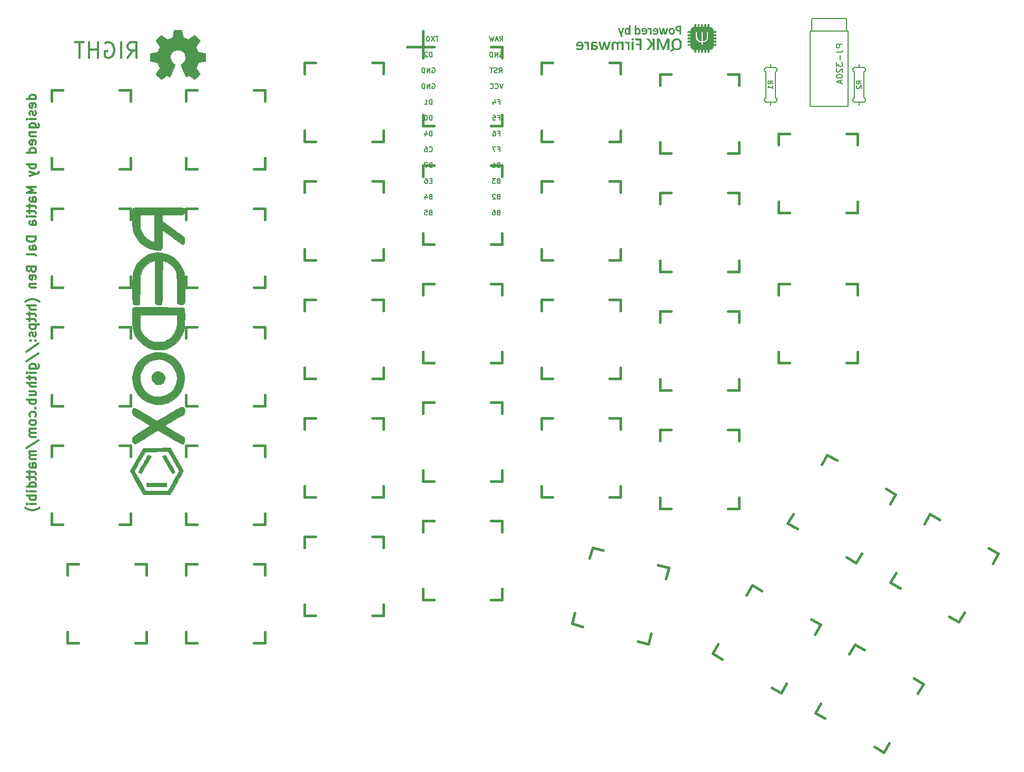
<source format=gbo>
G04 #@! TF.GenerationSoftware,KiCad,Pcbnew,5.0.0-fee4fd1~66~ubuntu18.04.1*
G04 #@! TF.CreationDate,2018-08-23T18:28:32+02:00*
G04 #@! TF.ProjectId,redox_rev1,7265646F785F726576312E6B69636164,1.0*
G04 #@! TF.SameCoordinates,Original*
G04 #@! TF.FileFunction,Legend,Bot*
G04 #@! TF.FilePolarity,Positive*
%FSLAX46Y46*%
G04 Gerber Fmt 4.6, Leading zero omitted, Abs format (unit mm)*
G04 Created by KiCad (PCBNEW 5.0.0-fee4fd1~66~ubuntu18.04.1) date Thu Aug 23 18:28:32 2018*
%MOMM*%
%LPD*%
G01*
G04 APERTURE LIST*
%ADD10C,0.300000*%
%ADD11C,0.150000*%
%ADD12C,0.381000*%
%ADD13C,0.010000*%
G04 APERTURE END LIST*
D10*
X82593571Y-61773714D02*
X81093571Y-61773714D01*
X82522142Y-61773714D02*
X82593571Y-61630857D01*
X82593571Y-61345142D01*
X82522142Y-61202285D01*
X82450714Y-61130857D01*
X82307857Y-61059428D01*
X81879285Y-61059428D01*
X81736428Y-61130857D01*
X81665000Y-61202285D01*
X81593571Y-61345142D01*
X81593571Y-61630857D01*
X81665000Y-61773714D01*
X82522142Y-63059428D02*
X82593571Y-62916571D01*
X82593571Y-62630857D01*
X82522142Y-62488000D01*
X82379285Y-62416571D01*
X81807857Y-62416571D01*
X81665000Y-62488000D01*
X81593571Y-62630857D01*
X81593571Y-62916571D01*
X81665000Y-63059428D01*
X81807857Y-63130857D01*
X81950714Y-63130857D01*
X82093571Y-62416571D01*
X82522142Y-63702285D02*
X82593571Y-63845142D01*
X82593571Y-64130857D01*
X82522142Y-64273714D01*
X82379285Y-64345142D01*
X82307857Y-64345142D01*
X82165000Y-64273714D01*
X82093571Y-64130857D01*
X82093571Y-63916571D01*
X82022142Y-63773714D01*
X81879285Y-63702285D01*
X81807857Y-63702285D01*
X81665000Y-63773714D01*
X81593571Y-63916571D01*
X81593571Y-64130857D01*
X81665000Y-64273714D01*
X82593571Y-64988000D02*
X81593571Y-64988000D01*
X81093571Y-64988000D02*
X81165000Y-64916571D01*
X81236428Y-64988000D01*
X81165000Y-65059428D01*
X81093571Y-64988000D01*
X81236428Y-64988000D01*
X81593571Y-66345142D02*
X82807857Y-66345142D01*
X82950714Y-66273714D01*
X83022142Y-66202285D01*
X83093571Y-66059428D01*
X83093571Y-65845142D01*
X83022142Y-65702285D01*
X82522142Y-66345142D02*
X82593571Y-66202285D01*
X82593571Y-65916571D01*
X82522142Y-65773714D01*
X82450714Y-65702285D01*
X82307857Y-65630857D01*
X81879285Y-65630857D01*
X81736428Y-65702285D01*
X81665000Y-65773714D01*
X81593571Y-65916571D01*
X81593571Y-66202285D01*
X81665000Y-66345142D01*
X81593571Y-67059428D02*
X82593571Y-67059428D01*
X81736428Y-67059428D02*
X81665000Y-67130857D01*
X81593571Y-67273714D01*
X81593571Y-67488000D01*
X81665000Y-67630857D01*
X81807857Y-67702285D01*
X82593571Y-67702285D01*
X82522142Y-68988000D02*
X82593571Y-68845142D01*
X82593571Y-68559428D01*
X82522142Y-68416571D01*
X82379285Y-68345142D01*
X81807857Y-68345142D01*
X81665000Y-68416571D01*
X81593571Y-68559428D01*
X81593571Y-68845142D01*
X81665000Y-68988000D01*
X81807857Y-69059428D01*
X81950714Y-69059428D01*
X82093571Y-68345142D01*
X82593571Y-70345142D02*
X81093571Y-70345142D01*
X82522142Y-70345142D02*
X82593571Y-70202285D01*
X82593571Y-69916571D01*
X82522142Y-69773714D01*
X82450714Y-69702285D01*
X82307857Y-69630857D01*
X81879285Y-69630857D01*
X81736428Y-69702285D01*
X81665000Y-69773714D01*
X81593571Y-69916571D01*
X81593571Y-70202285D01*
X81665000Y-70345142D01*
X82593571Y-72202285D02*
X81093571Y-72202285D01*
X81665000Y-72202285D02*
X81593571Y-72345142D01*
X81593571Y-72630857D01*
X81665000Y-72773714D01*
X81736428Y-72845142D01*
X81879285Y-72916571D01*
X82307857Y-72916571D01*
X82450714Y-72845142D01*
X82522142Y-72773714D01*
X82593571Y-72630857D01*
X82593571Y-72345142D01*
X82522142Y-72202285D01*
X81593571Y-73416571D02*
X82593571Y-73773714D01*
X81593571Y-74130857D02*
X82593571Y-73773714D01*
X82950714Y-73630857D01*
X83022142Y-73559428D01*
X83093571Y-73416571D01*
X82593571Y-75845142D02*
X81093571Y-75845142D01*
X82165000Y-76345142D01*
X81093571Y-76845142D01*
X82593571Y-76845142D01*
X82593571Y-78202285D02*
X81807857Y-78202285D01*
X81665000Y-78130857D01*
X81593571Y-77988000D01*
X81593571Y-77702285D01*
X81665000Y-77559428D01*
X82522142Y-78202285D02*
X82593571Y-78059428D01*
X82593571Y-77702285D01*
X82522142Y-77559428D01*
X82379285Y-77488000D01*
X82236428Y-77488000D01*
X82093571Y-77559428D01*
X82022142Y-77702285D01*
X82022142Y-78059428D01*
X81950714Y-78202285D01*
X81593571Y-78702285D02*
X81593571Y-79273714D01*
X81093571Y-78916571D02*
X82379285Y-78916571D01*
X82522142Y-78988000D01*
X82593571Y-79130857D01*
X82593571Y-79273714D01*
X81593571Y-79559428D02*
X81593571Y-80130857D01*
X81093571Y-79773714D02*
X82379285Y-79773714D01*
X82522142Y-79845142D01*
X82593571Y-79988000D01*
X82593571Y-80130857D01*
X82593571Y-80630857D02*
X81593571Y-80630857D01*
X81093571Y-80630857D02*
X81165000Y-80559428D01*
X81236428Y-80630857D01*
X81165000Y-80702285D01*
X81093571Y-80630857D01*
X81236428Y-80630857D01*
X82593571Y-81988000D02*
X81807857Y-81988000D01*
X81665000Y-81916571D01*
X81593571Y-81773714D01*
X81593571Y-81488000D01*
X81665000Y-81345142D01*
X82522142Y-81988000D02*
X82593571Y-81845142D01*
X82593571Y-81488000D01*
X82522142Y-81345142D01*
X82379285Y-81273714D01*
X82236428Y-81273714D01*
X82093571Y-81345142D01*
X82022142Y-81488000D01*
X82022142Y-81845142D01*
X81950714Y-81988000D01*
X82593571Y-83845142D02*
X81093571Y-83845142D01*
X81093571Y-84202285D01*
X81165000Y-84416571D01*
X81307857Y-84559428D01*
X81450714Y-84630857D01*
X81736428Y-84702285D01*
X81950714Y-84702285D01*
X82236428Y-84630857D01*
X82379285Y-84559428D01*
X82522142Y-84416571D01*
X82593571Y-84202285D01*
X82593571Y-83845142D01*
X82593571Y-85988000D02*
X81807857Y-85988000D01*
X81665000Y-85916571D01*
X81593571Y-85773714D01*
X81593571Y-85488000D01*
X81665000Y-85345142D01*
X82522142Y-85988000D02*
X82593571Y-85845142D01*
X82593571Y-85488000D01*
X82522142Y-85345142D01*
X82379285Y-85273714D01*
X82236428Y-85273714D01*
X82093571Y-85345142D01*
X82022142Y-85488000D01*
X82022142Y-85845142D01*
X81950714Y-85988000D01*
X82593571Y-86916571D02*
X82522142Y-86773714D01*
X82379285Y-86702285D01*
X81093571Y-86702285D01*
X81807857Y-89130857D02*
X81879285Y-89345142D01*
X81950714Y-89416571D01*
X82093571Y-89488000D01*
X82307857Y-89488000D01*
X82450714Y-89416571D01*
X82522142Y-89345142D01*
X82593571Y-89202285D01*
X82593571Y-88630857D01*
X81093571Y-88630857D01*
X81093571Y-89130857D01*
X81165000Y-89273714D01*
X81236428Y-89345142D01*
X81379285Y-89416571D01*
X81522142Y-89416571D01*
X81665000Y-89345142D01*
X81736428Y-89273714D01*
X81807857Y-89130857D01*
X81807857Y-88630857D01*
X82522142Y-90702285D02*
X82593571Y-90559428D01*
X82593571Y-90273714D01*
X82522142Y-90130857D01*
X82379285Y-90059428D01*
X81807857Y-90059428D01*
X81665000Y-90130857D01*
X81593571Y-90273714D01*
X81593571Y-90559428D01*
X81665000Y-90702285D01*
X81807857Y-90773714D01*
X81950714Y-90773714D01*
X82093571Y-90059428D01*
X81593571Y-91416571D02*
X82593571Y-91416571D01*
X81736428Y-91416571D02*
X81665000Y-91488000D01*
X81593571Y-91630857D01*
X81593571Y-91845142D01*
X81665000Y-91988000D01*
X81807857Y-92059428D01*
X82593571Y-92059428D01*
X83165000Y-94345142D02*
X83093571Y-94273714D01*
X82879285Y-94130857D01*
X82736428Y-94059428D01*
X82522142Y-93988000D01*
X82165000Y-93916571D01*
X81879285Y-93916571D01*
X81522142Y-93988000D01*
X81307857Y-94059428D01*
X81165000Y-94130857D01*
X80950714Y-94273714D01*
X80879285Y-94345142D01*
X82593571Y-94916571D02*
X81093571Y-94916571D01*
X82593571Y-95559428D02*
X81807857Y-95559428D01*
X81665000Y-95488000D01*
X81593571Y-95345142D01*
X81593571Y-95130857D01*
X81665000Y-94988000D01*
X81736428Y-94916571D01*
X81593571Y-96059428D02*
X81593571Y-96630857D01*
X81093571Y-96273714D02*
X82379285Y-96273714D01*
X82522142Y-96345142D01*
X82593571Y-96488000D01*
X82593571Y-96630857D01*
X81593571Y-96916571D02*
X81593571Y-97488000D01*
X81093571Y-97130857D02*
X82379285Y-97130857D01*
X82522142Y-97202285D01*
X82593571Y-97345142D01*
X82593571Y-97488000D01*
X81593571Y-97988000D02*
X83093571Y-97988000D01*
X81665000Y-97988000D02*
X81593571Y-98130857D01*
X81593571Y-98416571D01*
X81665000Y-98559428D01*
X81736428Y-98630857D01*
X81879285Y-98702285D01*
X82307857Y-98702285D01*
X82450714Y-98630857D01*
X82522142Y-98559428D01*
X82593571Y-98416571D01*
X82593571Y-98130857D01*
X82522142Y-97988000D01*
X82522142Y-99273714D02*
X82593571Y-99416571D01*
X82593571Y-99702285D01*
X82522142Y-99845142D01*
X82379285Y-99916571D01*
X82307857Y-99916571D01*
X82165000Y-99845142D01*
X82093571Y-99702285D01*
X82093571Y-99488000D01*
X82022142Y-99345142D01*
X81879285Y-99273714D01*
X81807857Y-99273714D01*
X81665000Y-99345142D01*
X81593571Y-99488000D01*
X81593571Y-99702285D01*
X81665000Y-99845142D01*
X82450714Y-100559428D02*
X82522142Y-100630857D01*
X82593571Y-100559428D01*
X82522142Y-100488000D01*
X82450714Y-100559428D01*
X82593571Y-100559428D01*
X81665000Y-100559428D02*
X81736428Y-100630857D01*
X81807857Y-100559428D01*
X81736428Y-100488000D01*
X81665000Y-100559428D01*
X81807857Y-100559428D01*
X81022142Y-102345142D02*
X82950714Y-101059428D01*
X81022142Y-103916571D02*
X82950714Y-102630857D01*
X81593571Y-105059428D02*
X82807857Y-105059428D01*
X82950714Y-104988000D01*
X83022142Y-104916571D01*
X83093571Y-104773714D01*
X83093571Y-104559428D01*
X83022142Y-104416571D01*
X82522142Y-105059428D02*
X82593571Y-104916571D01*
X82593571Y-104630857D01*
X82522142Y-104488000D01*
X82450714Y-104416571D01*
X82307857Y-104345142D01*
X81879285Y-104345142D01*
X81736428Y-104416571D01*
X81665000Y-104488000D01*
X81593571Y-104630857D01*
X81593571Y-104916571D01*
X81665000Y-105059428D01*
X82593571Y-105773714D02*
X81593571Y-105773714D01*
X81093571Y-105773714D02*
X81165000Y-105702285D01*
X81236428Y-105773714D01*
X81165000Y-105845142D01*
X81093571Y-105773714D01*
X81236428Y-105773714D01*
X81593571Y-106273714D02*
X81593571Y-106845142D01*
X81093571Y-106488000D02*
X82379285Y-106488000D01*
X82522142Y-106559428D01*
X82593571Y-106702285D01*
X82593571Y-106845142D01*
X82593571Y-107345142D02*
X81093571Y-107345142D01*
X82593571Y-107988000D02*
X81807857Y-107988000D01*
X81665000Y-107916571D01*
X81593571Y-107773714D01*
X81593571Y-107559428D01*
X81665000Y-107416571D01*
X81736428Y-107345142D01*
X81593571Y-109345142D02*
X82593571Y-109345142D01*
X81593571Y-108702285D02*
X82379285Y-108702285D01*
X82522142Y-108773714D01*
X82593571Y-108916571D01*
X82593571Y-109130857D01*
X82522142Y-109273714D01*
X82450714Y-109345142D01*
X82593571Y-110059428D02*
X81093571Y-110059428D01*
X81665000Y-110059428D02*
X81593571Y-110202285D01*
X81593571Y-110488000D01*
X81665000Y-110630857D01*
X81736428Y-110702285D01*
X81879285Y-110773714D01*
X82307857Y-110773714D01*
X82450714Y-110702285D01*
X82522142Y-110630857D01*
X82593571Y-110488000D01*
X82593571Y-110202285D01*
X82522142Y-110059428D01*
X82450714Y-111416571D02*
X82522142Y-111488000D01*
X82593571Y-111416571D01*
X82522142Y-111345142D01*
X82450714Y-111416571D01*
X82593571Y-111416571D01*
X82522142Y-112773714D02*
X82593571Y-112630857D01*
X82593571Y-112345142D01*
X82522142Y-112202285D01*
X82450714Y-112130857D01*
X82307857Y-112059428D01*
X81879285Y-112059428D01*
X81736428Y-112130857D01*
X81665000Y-112202285D01*
X81593571Y-112345142D01*
X81593571Y-112630857D01*
X81665000Y-112773714D01*
X82593571Y-113630857D02*
X82522142Y-113488000D01*
X82450714Y-113416571D01*
X82307857Y-113345142D01*
X81879285Y-113345142D01*
X81736428Y-113416571D01*
X81665000Y-113488000D01*
X81593571Y-113630857D01*
X81593571Y-113845142D01*
X81665000Y-113988000D01*
X81736428Y-114059428D01*
X81879285Y-114130857D01*
X82307857Y-114130857D01*
X82450714Y-114059428D01*
X82522142Y-113988000D01*
X82593571Y-113845142D01*
X82593571Y-113630857D01*
X82593571Y-114773714D02*
X81593571Y-114773714D01*
X81736428Y-114773714D02*
X81665000Y-114845142D01*
X81593571Y-114988000D01*
X81593571Y-115202285D01*
X81665000Y-115345142D01*
X81807857Y-115416571D01*
X82593571Y-115416571D01*
X81807857Y-115416571D02*
X81665000Y-115488000D01*
X81593571Y-115630857D01*
X81593571Y-115845142D01*
X81665000Y-115988000D01*
X81807857Y-116059428D01*
X82593571Y-116059428D01*
X81022142Y-117845142D02*
X82950714Y-116559428D01*
X82593571Y-118345142D02*
X81593571Y-118345142D01*
X81736428Y-118345142D02*
X81665000Y-118416571D01*
X81593571Y-118559428D01*
X81593571Y-118773714D01*
X81665000Y-118916571D01*
X81807857Y-118988000D01*
X82593571Y-118988000D01*
X81807857Y-118988000D02*
X81665000Y-119059428D01*
X81593571Y-119202285D01*
X81593571Y-119416571D01*
X81665000Y-119559428D01*
X81807857Y-119630857D01*
X82593571Y-119630857D01*
X82593571Y-120988000D02*
X81807857Y-120988000D01*
X81665000Y-120916571D01*
X81593571Y-120773714D01*
X81593571Y-120488000D01*
X81665000Y-120345142D01*
X82522142Y-120988000D02*
X82593571Y-120845142D01*
X82593571Y-120488000D01*
X82522142Y-120345142D01*
X82379285Y-120273714D01*
X82236428Y-120273714D01*
X82093571Y-120345142D01*
X82022142Y-120488000D01*
X82022142Y-120845142D01*
X81950714Y-120988000D01*
X81593571Y-121488000D02*
X81593571Y-122059428D01*
X81093571Y-121702285D02*
X82379285Y-121702285D01*
X82522142Y-121773714D01*
X82593571Y-121916571D01*
X82593571Y-122059428D01*
X81593571Y-122345142D02*
X81593571Y-122916571D01*
X81093571Y-122559428D02*
X82379285Y-122559428D01*
X82522142Y-122630857D01*
X82593571Y-122773714D01*
X82593571Y-122916571D01*
X82593571Y-124059428D02*
X81093571Y-124059428D01*
X82522142Y-124059428D02*
X82593571Y-123916571D01*
X82593571Y-123630857D01*
X82522142Y-123488000D01*
X82450714Y-123416571D01*
X82307857Y-123345142D01*
X81879285Y-123345142D01*
X81736428Y-123416571D01*
X81665000Y-123488000D01*
X81593571Y-123630857D01*
X81593571Y-123916571D01*
X81665000Y-124059428D01*
X82593571Y-124773714D02*
X81593571Y-124773714D01*
X81093571Y-124773714D02*
X81165000Y-124702285D01*
X81236428Y-124773714D01*
X81165000Y-124845142D01*
X81093571Y-124773714D01*
X81236428Y-124773714D01*
X82593571Y-125488000D02*
X81093571Y-125488000D01*
X81665000Y-125488000D02*
X81593571Y-125630857D01*
X81593571Y-125916571D01*
X81665000Y-126059428D01*
X81736428Y-126130857D01*
X81879285Y-126202285D01*
X82307857Y-126202285D01*
X82450714Y-126130857D01*
X82522142Y-126059428D01*
X82593571Y-125916571D01*
X82593571Y-125630857D01*
X82522142Y-125488000D01*
X82593571Y-126845142D02*
X81593571Y-126845142D01*
X81093571Y-126845142D02*
X81165000Y-126773714D01*
X81236428Y-126845142D01*
X81165000Y-126916571D01*
X81093571Y-126845142D01*
X81236428Y-126845142D01*
X83165000Y-127416571D02*
X83093571Y-127488000D01*
X82879285Y-127630857D01*
X82736428Y-127702285D01*
X82522142Y-127773714D01*
X82165000Y-127845142D01*
X81879285Y-127845142D01*
X81522142Y-127773714D01*
X81307857Y-127702285D01*
X81165000Y-127630857D01*
X80950714Y-127488000D01*
X80879285Y-127416571D01*
X97313333Y-55105952D02*
X98146666Y-53915476D01*
X98741904Y-55105952D02*
X98741904Y-52605952D01*
X97789523Y-52605952D01*
X97551428Y-52725000D01*
X97432380Y-52844047D01*
X97313333Y-53082142D01*
X97313333Y-53439285D01*
X97432380Y-53677380D01*
X97551428Y-53796428D01*
X97789523Y-53915476D01*
X98741904Y-53915476D01*
X96241904Y-55105952D02*
X96241904Y-52605952D01*
X93741904Y-52725000D02*
X93980000Y-52605952D01*
X94337142Y-52605952D01*
X94694285Y-52725000D01*
X94932380Y-52963095D01*
X95051428Y-53201190D01*
X95170476Y-53677380D01*
X95170476Y-54034523D01*
X95051428Y-54510714D01*
X94932380Y-54748809D01*
X94694285Y-54986904D01*
X94337142Y-55105952D01*
X94099047Y-55105952D01*
X93741904Y-54986904D01*
X93622857Y-54867857D01*
X93622857Y-54034523D01*
X94099047Y-54034523D01*
X92551428Y-55105952D02*
X92551428Y-52605952D01*
X92551428Y-53796428D02*
X91122857Y-53796428D01*
X91122857Y-55105952D02*
X91122857Y-52605952D01*
X90289523Y-52605952D02*
X88860952Y-52605952D01*
X89575238Y-55105952D02*
X89575238Y-52605952D01*
D11*
G04 #@! TO.C,R1*
X200660000Y-56642000D02*
X200660000Y-56134000D01*
X201422000Y-62230000D02*
X200660000Y-62230000D01*
X201676000Y-61976000D02*
X201422000Y-62230000D01*
X201676000Y-61722000D02*
X201676000Y-61976000D01*
X201422000Y-61468000D02*
X201676000Y-61722000D01*
X201422000Y-57404000D02*
X201422000Y-61468000D01*
X201676000Y-57150000D02*
X201422000Y-57404000D01*
X201676000Y-56896000D02*
X201676000Y-57150000D01*
X201422000Y-56642000D02*
X201676000Y-56896000D01*
X199898000Y-56642000D02*
X201422000Y-56642000D01*
X199644000Y-56896000D02*
X199898000Y-56642000D01*
X199644000Y-57150000D02*
X199644000Y-56896000D01*
X199898000Y-57404000D02*
X199644000Y-57150000D01*
X199898000Y-61468000D02*
X199898000Y-57404000D01*
X199644000Y-61722000D02*
X199898000Y-61468000D01*
X199644000Y-61976000D02*
X199644000Y-61722000D01*
X199898000Y-62230000D02*
X199644000Y-61976000D01*
X200660000Y-62230000D02*
X199898000Y-62230000D01*
X200660000Y-62738000D02*
X200660000Y-62230000D01*
G04 #@! TO.C,R2*
X214884000Y-56642000D02*
X214884000Y-56134000D01*
X215646000Y-62230000D02*
X214884000Y-62230000D01*
X215900000Y-61976000D02*
X215646000Y-62230000D01*
X215900000Y-61722000D02*
X215900000Y-61976000D01*
X215646000Y-61468000D02*
X215900000Y-61722000D01*
X215646000Y-57404000D02*
X215646000Y-61468000D01*
X215900000Y-57150000D02*
X215646000Y-57404000D01*
X215900000Y-56896000D02*
X215900000Y-57150000D01*
X215646000Y-56642000D02*
X215900000Y-56896000D01*
X214122000Y-56642000D02*
X215646000Y-56642000D01*
X213868000Y-56896000D02*
X214122000Y-56642000D01*
X213868000Y-57150000D02*
X213868000Y-56896000D01*
X214122000Y-57404000D02*
X213868000Y-57150000D01*
X214122000Y-61468000D02*
X214122000Y-57404000D01*
X213868000Y-61722000D02*
X214122000Y-61468000D01*
X213868000Y-61976000D02*
X213868000Y-61722000D01*
X214122000Y-62230000D02*
X213868000Y-61976000D01*
X214884000Y-62230000D02*
X214122000Y-62230000D01*
X214884000Y-62738000D02*
X214884000Y-62230000D01*
G04 #@! TO.C,TRRS1*
X212872000Y-50800000D02*
X212872000Y-48800000D01*
X207272000Y-48800000D02*
X212872000Y-48800000D01*
X207272000Y-50800000D02*
X207272000Y-48800000D01*
X207022000Y-62900000D02*
X213122000Y-62900000D01*
X213122000Y-50800000D02*
X213122000Y-62900000D01*
X207022000Y-50800000D02*
X213122000Y-50800000D01*
X207022000Y-50800000D02*
X207022000Y-62900000D01*
D12*
G04 #@! TO.C,U1*
X144780000Y-53340000D02*
X142240000Y-53340000D01*
X144780000Y-50800000D02*
X144780000Y-53340000D01*
D13*
G04 #@! TO.C,G\002A\002A\002A*
G36*
X98056886Y-81157456D02*
X98069223Y-81589470D01*
X98088949Y-81994790D01*
X98115865Y-82350545D01*
X98149774Y-82633866D01*
X98179383Y-82783947D01*
X98435178Y-83516905D01*
X98795416Y-84171136D01*
X99251746Y-84739669D01*
X99795816Y-85215533D01*
X100419275Y-85591756D01*
X101113770Y-85861368D01*
X101870951Y-86017398D01*
X102078461Y-86038615D01*
X102331820Y-86055596D01*
X102492387Y-86050030D01*
X102600287Y-86013649D01*
X102695647Y-85938184D01*
X102730171Y-85904327D01*
X102903421Y-85731076D01*
X102903421Y-82782927D01*
X104463198Y-83953174D01*
X104865860Y-84252001D01*
X105238955Y-84522661D01*
X105567851Y-84755029D01*
X105837921Y-84938981D01*
X106034533Y-85064394D01*
X106143057Y-85121143D01*
X106154303Y-85123421D01*
X106294387Y-85095090D01*
X106383598Y-84996712D01*
X106431084Y-84808210D01*
X106445993Y-84509505D01*
X106446053Y-84483104D01*
X106446053Y-84003209D01*
X106161974Y-83774994D01*
X106032539Y-83674570D01*
X105812801Y-83508072D01*
X105520211Y-83288550D01*
X105172217Y-83029053D01*
X104786271Y-82742631D01*
X104390658Y-82450323D01*
X102903421Y-81353868D01*
X102903421Y-80377631D01*
X106184761Y-80377631D01*
X106348828Y-80213564D01*
X106480394Y-79991945D01*
X106505668Y-79712700D01*
X106438487Y-79443729D01*
X106359720Y-79299618D01*
X106292329Y-79227516D01*
X106212684Y-79218315D01*
X106011257Y-79209615D01*
X105699951Y-79201566D01*
X105290667Y-79194321D01*
X104795306Y-79188033D01*
X104225772Y-79182854D01*
X103593966Y-79178935D01*
X102911789Y-79176430D01*
X102226474Y-79175497D01*
X101392318Y-79175529D01*
X100681747Y-79176267D01*
X100084664Y-79177985D01*
X99590971Y-79180954D01*
X99293948Y-79184287D01*
X99293948Y-80377631D01*
X101633421Y-80377631D01*
X101633421Y-82550000D01*
X101633017Y-83147175D01*
X101631323Y-83624084D01*
X101627615Y-83994147D01*
X101621173Y-84270781D01*
X101611272Y-84467403D01*
X101597192Y-84597432D01*
X101578208Y-84674286D01*
X101553599Y-84711383D01*
X101522642Y-84722141D01*
X101516448Y-84722316D01*
X101341160Y-84683547D01*
X101096785Y-84580217D01*
X100818356Y-84431611D01*
X100540904Y-84257017D01*
X100299461Y-84075721D01*
X100229378Y-84013722D01*
X99906067Y-83670829D01*
X99660230Y-83309350D01*
X99484004Y-82906770D01*
X99369530Y-82440578D01*
X99308945Y-81888259D01*
X99293948Y-81334710D01*
X99293948Y-80377631D01*
X99293948Y-79184287D01*
X99190571Y-79185448D01*
X98873364Y-79191738D01*
X98629255Y-79200097D01*
X98448144Y-79210798D01*
X98319933Y-79224113D01*
X98234526Y-79240314D01*
X98181825Y-79259674D01*
X98151730Y-79282465D01*
X98149106Y-79285507D01*
X98112956Y-79397417D01*
X98085381Y-79619854D01*
X98066185Y-79929946D01*
X98055169Y-80304824D01*
X98052135Y-80721617D01*
X98056886Y-81157456D01*
X98056886Y-81157456D01*
G37*
X98056886Y-81157456D02*
X98069223Y-81589470D01*
X98088949Y-81994790D01*
X98115865Y-82350545D01*
X98149774Y-82633866D01*
X98179383Y-82783947D01*
X98435178Y-83516905D01*
X98795416Y-84171136D01*
X99251746Y-84739669D01*
X99795816Y-85215533D01*
X100419275Y-85591756D01*
X101113770Y-85861368D01*
X101870951Y-86017398D01*
X102078461Y-86038615D01*
X102331820Y-86055596D01*
X102492387Y-86050030D01*
X102600287Y-86013649D01*
X102695647Y-85938184D01*
X102730171Y-85904327D01*
X102903421Y-85731076D01*
X102903421Y-82782927D01*
X104463198Y-83953174D01*
X104865860Y-84252001D01*
X105238955Y-84522661D01*
X105567851Y-84755029D01*
X105837921Y-84938981D01*
X106034533Y-85064394D01*
X106143057Y-85121143D01*
X106154303Y-85123421D01*
X106294387Y-85095090D01*
X106383598Y-84996712D01*
X106431084Y-84808210D01*
X106445993Y-84509505D01*
X106446053Y-84483104D01*
X106446053Y-84003209D01*
X106161974Y-83774994D01*
X106032539Y-83674570D01*
X105812801Y-83508072D01*
X105520211Y-83288550D01*
X105172217Y-83029053D01*
X104786271Y-82742631D01*
X104390658Y-82450323D01*
X102903421Y-81353868D01*
X102903421Y-80377631D01*
X106184761Y-80377631D01*
X106348828Y-80213564D01*
X106480394Y-79991945D01*
X106505668Y-79712700D01*
X106438487Y-79443729D01*
X106359720Y-79299618D01*
X106292329Y-79227516D01*
X106212684Y-79218315D01*
X106011257Y-79209615D01*
X105699951Y-79201566D01*
X105290667Y-79194321D01*
X104795306Y-79188033D01*
X104225772Y-79182854D01*
X103593966Y-79178935D01*
X102911789Y-79176430D01*
X102226474Y-79175497D01*
X101392318Y-79175529D01*
X100681747Y-79176267D01*
X100084664Y-79177985D01*
X99590971Y-79180954D01*
X99293948Y-79184287D01*
X99293948Y-80377631D01*
X101633421Y-80377631D01*
X101633421Y-82550000D01*
X101633017Y-83147175D01*
X101631323Y-83624084D01*
X101627615Y-83994147D01*
X101621173Y-84270781D01*
X101611272Y-84467403D01*
X101597192Y-84597432D01*
X101578208Y-84674286D01*
X101553599Y-84711383D01*
X101522642Y-84722141D01*
X101516448Y-84722316D01*
X101341160Y-84683547D01*
X101096785Y-84580217D01*
X100818356Y-84431611D01*
X100540904Y-84257017D01*
X100299461Y-84075721D01*
X100229378Y-84013722D01*
X99906067Y-83670829D01*
X99660230Y-83309350D01*
X99484004Y-82906770D01*
X99369530Y-82440578D01*
X99308945Y-81888259D01*
X99293948Y-81334710D01*
X99293948Y-80377631D01*
X99293948Y-79184287D01*
X99190571Y-79185448D01*
X98873364Y-79191738D01*
X98629255Y-79200097D01*
X98448144Y-79210798D01*
X98319933Y-79224113D01*
X98234526Y-79240314D01*
X98181825Y-79259674D01*
X98151730Y-79282465D01*
X98149106Y-79285507D01*
X98112956Y-79397417D01*
X98085381Y-79619854D01*
X98066185Y-79929946D01*
X98055169Y-80304824D01*
X98052135Y-80721617D01*
X98056886Y-81157456D01*
G36*
X98092120Y-93450829D02*
X98098681Y-93871062D01*
X98113528Y-94195042D01*
X98139928Y-94435242D01*
X98181145Y-94604136D01*
X98240447Y-94714198D01*
X98321100Y-94777903D01*
X98426369Y-94807723D01*
X98559521Y-94816133D01*
X98723822Y-94815607D01*
X98756859Y-94815526D01*
X98993206Y-94807340D01*
X99132047Y-94776236D01*
X99208916Y-94712396D01*
X99224754Y-94686236D01*
X99245663Y-94578615D01*
X99263143Y-94345272D01*
X99276947Y-93994132D01*
X99286829Y-93533118D01*
X99292543Y-92970157D01*
X99293948Y-92461069D01*
X99295293Y-91805366D01*
X99300768Y-91266275D01*
X99312528Y-90826738D01*
X99332731Y-90469698D01*
X99363531Y-90178096D01*
X99407087Y-89934876D01*
X99465553Y-89722979D01*
X99541088Y-89525349D01*
X99635846Y-89324926D01*
X99707895Y-89186716D01*
X100006708Y-88749965D01*
X100404259Y-88351093D01*
X100865973Y-88018027D01*
X101357273Y-87778689D01*
X101516448Y-87726063D01*
X101700264Y-87672753D01*
X101700264Y-94607419D01*
X101848821Y-94711473D01*
X102033803Y-94783754D01*
X102280376Y-94811954D01*
X102529089Y-94795459D01*
X102720494Y-94733654D01*
X102740251Y-94720683D01*
X102769086Y-94695083D01*
X102793476Y-94656602D01*
X102813923Y-94594249D01*
X102830930Y-94497030D01*
X102845000Y-94353952D01*
X102856637Y-94154023D01*
X102866343Y-93886248D01*
X102874620Y-93539635D01*
X102881973Y-93103192D01*
X102888904Y-92565925D01*
X102895916Y-91916841D01*
X102903421Y-91154314D01*
X102936843Y-87682788D01*
X103248960Y-87773821D01*
X103716385Y-87973187D01*
X104162971Y-88281047D01*
X104561944Y-88672343D01*
X104886530Y-89122017D01*
X105059262Y-89468158D01*
X105099040Y-89571392D01*
X105131396Y-89675820D01*
X105157349Y-89796568D01*
X105177913Y-89948764D01*
X105194105Y-90147535D01*
X105206941Y-90408009D01*
X105217436Y-90745312D01*
X105226607Y-91174573D01*
X105235469Y-91710918D01*
X105242602Y-92197975D01*
X105276316Y-94560161D01*
X105434116Y-94687843D01*
X105647677Y-94790933D01*
X105907715Y-94821596D01*
X106161628Y-94781355D01*
X106356817Y-94671732D01*
X106367559Y-94660823D01*
X106407445Y-94615130D01*
X106439231Y-94562514D01*
X106463795Y-94488438D01*
X106482012Y-94378365D01*
X106494759Y-94217758D01*
X106502912Y-93992080D01*
X106507348Y-93686794D01*
X106508942Y-93287362D01*
X106508572Y-92779249D01*
X106507581Y-92338060D01*
X106503955Y-91648989D01*
X106496468Y-91081476D01*
X106484661Y-90623440D01*
X106468077Y-90262797D01*
X106446258Y-89987466D01*
X106418746Y-89785365D01*
X106408953Y-89735526D01*
X106202308Y-89078962D01*
X105879358Y-88453701D01*
X105457147Y-87881562D01*
X104952719Y-87384367D01*
X104383117Y-86983936D01*
X104171159Y-86870509D01*
X103453034Y-86585065D01*
X102731657Y-86431254D01*
X102015858Y-86407571D01*
X101314467Y-86512513D01*
X100636313Y-86744576D01*
X99990224Y-87102254D01*
X99385030Y-87584043D01*
X99257042Y-87707753D01*
X98988044Y-88001669D01*
X98773454Y-88302430D01*
X98574573Y-88665866D01*
X98531870Y-88753934D01*
X98396195Y-89054347D01*
X98276360Y-89348577D01*
X98190168Y-89591626D01*
X98164854Y-89681573D01*
X98142686Y-89848101D01*
X98124119Y-90139559D01*
X98109402Y-90547234D01*
X98098784Y-91062415D01*
X98092514Y-91676388D01*
X98090790Y-92271704D01*
X98090578Y-92921867D01*
X98092120Y-93450829D01*
X98092120Y-93450829D01*
G37*
X98092120Y-93450829D02*
X98098681Y-93871062D01*
X98113528Y-94195042D01*
X98139928Y-94435242D01*
X98181145Y-94604136D01*
X98240447Y-94714198D01*
X98321100Y-94777903D01*
X98426369Y-94807723D01*
X98559521Y-94816133D01*
X98723822Y-94815607D01*
X98756859Y-94815526D01*
X98993206Y-94807340D01*
X99132047Y-94776236D01*
X99208916Y-94712396D01*
X99224754Y-94686236D01*
X99245663Y-94578615D01*
X99263143Y-94345272D01*
X99276947Y-93994132D01*
X99286829Y-93533118D01*
X99292543Y-92970157D01*
X99293948Y-92461069D01*
X99295293Y-91805366D01*
X99300768Y-91266275D01*
X99312528Y-90826738D01*
X99332731Y-90469698D01*
X99363531Y-90178096D01*
X99407087Y-89934876D01*
X99465553Y-89722979D01*
X99541088Y-89525349D01*
X99635846Y-89324926D01*
X99707895Y-89186716D01*
X100006708Y-88749965D01*
X100404259Y-88351093D01*
X100865973Y-88018027D01*
X101357273Y-87778689D01*
X101516448Y-87726063D01*
X101700264Y-87672753D01*
X101700264Y-94607419D01*
X101848821Y-94711473D01*
X102033803Y-94783754D01*
X102280376Y-94811954D01*
X102529089Y-94795459D01*
X102720494Y-94733654D01*
X102740251Y-94720683D01*
X102769086Y-94695083D01*
X102793476Y-94656602D01*
X102813923Y-94594249D01*
X102830930Y-94497030D01*
X102845000Y-94353952D01*
X102856637Y-94154023D01*
X102866343Y-93886248D01*
X102874620Y-93539635D01*
X102881973Y-93103192D01*
X102888904Y-92565925D01*
X102895916Y-91916841D01*
X102903421Y-91154314D01*
X102936843Y-87682788D01*
X103248960Y-87773821D01*
X103716385Y-87973187D01*
X104162971Y-88281047D01*
X104561944Y-88672343D01*
X104886530Y-89122017D01*
X105059262Y-89468158D01*
X105099040Y-89571392D01*
X105131396Y-89675820D01*
X105157349Y-89796568D01*
X105177913Y-89948764D01*
X105194105Y-90147535D01*
X105206941Y-90408009D01*
X105217436Y-90745312D01*
X105226607Y-91174573D01*
X105235469Y-91710918D01*
X105242602Y-92197975D01*
X105276316Y-94560161D01*
X105434116Y-94687843D01*
X105647677Y-94790933D01*
X105907715Y-94821596D01*
X106161628Y-94781355D01*
X106356817Y-94671732D01*
X106367559Y-94660823D01*
X106407445Y-94615130D01*
X106439231Y-94562514D01*
X106463795Y-94488438D01*
X106482012Y-94378365D01*
X106494759Y-94217758D01*
X106502912Y-93992080D01*
X106507348Y-93686794D01*
X106508942Y-93287362D01*
X106508572Y-92779249D01*
X106507581Y-92338060D01*
X106503955Y-91648989D01*
X106496468Y-91081476D01*
X106484661Y-90623440D01*
X106468077Y-90262797D01*
X106446258Y-89987466D01*
X106418746Y-89785365D01*
X106408953Y-89735526D01*
X106202308Y-89078962D01*
X105879358Y-88453701D01*
X105457147Y-87881562D01*
X104952719Y-87384367D01*
X104383117Y-86983936D01*
X104171159Y-86870509D01*
X103453034Y-86585065D01*
X102731657Y-86431254D01*
X102015858Y-86407571D01*
X101314467Y-86512513D01*
X100636313Y-86744576D01*
X99990224Y-87102254D01*
X99385030Y-87584043D01*
X99257042Y-87707753D01*
X98988044Y-88001669D01*
X98773454Y-88302430D01*
X98574573Y-88665866D01*
X98531870Y-88753934D01*
X98396195Y-89054347D01*
X98276360Y-89348577D01*
X98190168Y-89591626D01*
X98164854Y-89681573D01*
X98142686Y-89848101D01*
X98124119Y-90139559D01*
X98109402Y-90547234D01*
X98098784Y-91062415D01*
X98092514Y-91676388D01*
X98090790Y-92271704D01*
X98090578Y-92921867D01*
X98092120Y-93450829D01*
G36*
X98025980Y-96615958D02*
X98026012Y-96633935D01*
X98036653Y-97351228D01*
X98068454Y-97956680D01*
X98125411Y-98471028D01*
X98211517Y-98915009D01*
X98330769Y-99309361D01*
X98487161Y-99674820D01*
X98678811Y-100022453D01*
X99120376Y-100623759D01*
X99658259Y-101137551D01*
X100279645Y-101553527D01*
X100962048Y-101858024D01*
X101603732Y-102018987D01*
X102279399Y-102075015D01*
X102948190Y-102025209D01*
X103438158Y-101912508D01*
X104134291Y-101630354D01*
X104763446Y-101241087D01*
X105313471Y-100756565D01*
X105772214Y-100188648D01*
X106127524Y-99549193D01*
X106287308Y-99132083D01*
X106345161Y-98944215D01*
X106389212Y-98771665D01*
X106421789Y-98591068D01*
X106445219Y-98379058D01*
X106461831Y-98112268D01*
X106473950Y-97767332D01*
X106483906Y-97320884D01*
X106487573Y-97121579D01*
X106492922Y-96654288D01*
X106491846Y-96241360D01*
X106484778Y-95901660D01*
X106472155Y-95654053D01*
X106454411Y-95517404D01*
X106450277Y-95505027D01*
X106349341Y-95361573D01*
X106266008Y-95296765D01*
X106177717Y-95284419D01*
X105967174Y-95271646D01*
X105645805Y-95258731D01*
X105225042Y-95245961D01*
X104716311Y-95233620D01*
X104131043Y-95221995D01*
X103480666Y-95211370D01*
X102776610Y-95202032D01*
X102244523Y-95196282D01*
X99293948Y-95167353D01*
X99293948Y-96419737D01*
X105242895Y-96419737D01*
X105242895Y-97348485D01*
X105238295Y-97776479D01*
X105222356Y-98104119D01*
X105191869Y-98364489D01*
X105143625Y-98590674D01*
X105111609Y-98702038D01*
X104864715Y-99288316D01*
X104511423Y-99793660D01*
X104051727Y-100218077D01*
X103508467Y-100550305D01*
X103288853Y-100656886D01*
X103115640Y-100727435D01*
X102950724Y-100769381D01*
X102756000Y-100790152D01*
X102493362Y-100797177D01*
X102238467Y-100797895D01*
X101897643Y-100795619D01*
X101652681Y-100784388D01*
X101465780Y-100757590D01*
X101299139Y-100708617D01*
X101114956Y-100630859D01*
X101014562Y-100583903D01*
X100501320Y-100274601D01*
X100059326Y-99875243D01*
X99705748Y-99406808D01*
X99457757Y-98890276D01*
X99368056Y-98572105D01*
X99339745Y-98368210D01*
X99316423Y-98069671D01*
X99300399Y-97715500D01*
X99293978Y-97344708D01*
X99293948Y-97318815D01*
X99293948Y-96419737D01*
X99293948Y-95167353D01*
X98343783Y-95158036D01*
X98183865Y-95317953D01*
X98125998Y-95380424D01*
X98084141Y-95448534D01*
X98055752Y-95543492D01*
X98038284Y-95686505D01*
X98029196Y-95898781D01*
X98025942Y-96201530D01*
X98025980Y-96615958D01*
X98025980Y-96615958D01*
G37*
X98025980Y-96615958D02*
X98026012Y-96633935D01*
X98036653Y-97351228D01*
X98068454Y-97956680D01*
X98125411Y-98471028D01*
X98211517Y-98915009D01*
X98330769Y-99309361D01*
X98487161Y-99674820D01*
X98678811Y-100022453D01*
X99120376Y-100623759D01*
X99658259Y-101137551D01*
X100279645Y-101553527D01*
X100962048Y-101858024D01*
X101603732Y-102018987D01*
X102279399Y-102075015D01*
X102948190Y-102025209D01*
X103438158Y-101912508D01*
X104134291Y-101630354D01*
X104763446Y-101241087D01*
X105313471Y-100756565D01*
X105772214Y-100188648D01*
X106127524Y-99549193D01*
X106287308Y-99132083D01*
X106345161Y-98944215D01*
X106389212Y-98771665D01*
X106421789Y-98591068D01*
X106445219Y-98379058D01*
X106461831Y-98112268D01*
X106473950Y-97767332D01*
X106483906Y-97320884D01*
X106487573Y-97121579D01*
X106492922Y-96654288D01*
X106491846Y-96241360D01*
X106484778Y-95901660D01*
X106472155Y-95654053D01*
X106454411Y-95517404D01*
X106450277Y-95505027D01*
X106349341Y-95361573D01*
X106266008Y-95296765D01*
X106177717Y-95284419D01*
X105967174Y-95271646D01*
X105645805Y-95258731D01*
X105225042Y-95245961D01*
X104716311Y-95233620D01*
X104131043Y-95221995D01*
X103480666Y-95211370D01*
X102776610Y-95202032D01*
X102244523Y-95196282D01*
X99293948Y-95167353D01*
X99293948Y-96419737D01*
X105242895Y-96419737D01*
X105242895Y-97348485D01*
X105238295Y-97776479D01*
X105222356Y-98104119D01*
X105191869Y-98364489D01*
X105143625Y-98590674D01*
X105111609Y-98702038D01*
X104864715Y-99288316D01*
X104511423Y-99793660D01*
X104051727Y-100218077D01*
X103508467Y-100550305D01*
X103288853Y-100656886D01*
X103115640Y-100727435D01*
X102950724Y-100769381D01*
X102756000Y-100790152D01*
X102493362Y-100797177D01*
X102238467Y-100797895D01*
X101897643Y-100795619D01*
X101652681Y-100784388D01*
X101465780Y-100757590D01*
X101299139Y-100708617D01*
X101114956Y-100630859D01*
X101014562Y-100583903D01*
X100501320Y-100274601D01*
X100059326Y-99875243D01*
X99705748Y-99406808D01*
X99457757Y-98890276D01*
X99368056Y-98572105D01*
X99339745Y-98368210D01*
X99316423Y-98069671D01*
X99300399Y-97715500D01*
X99293978Y-97344708D01*
X99293948Y-97318815D01*
X99293948Y-96419737D01*
X99293948Y-95167353D01*
X98343783Y-95158036D01*
X98183865Y-95317953D01*
X98125998Y-95380424D01*
X98084141Y-95448534D01*
X98055752Y-95543492D01*
X98038284Y-95686505D01*
X98029196Y-95898781D01*
X98025942Y-96201530D01*
X98025980Y-96615958D01*
G36*
X98143368Y-107356477D02*
X98324606Y-108055007D01*
X98617710Y-108701180D01*
X99013437Y-109283642D01*
X99502543Y-109791040D01*
X100075783Y-110212021D01*
X100723915Y-110535231D01*
X101437693Y-110749316D01*
X101449848Y-110751844D01*
X101957436Y-110833745D01*
X102410970Y-110850172D01*
X102872806Y-110801377D01*
X103098534Y-110758507D01*
X103807457Y-110544703D01*
X104451723Y-110222067D01*
X105022547Y-109802830D01*
X105511140Y-109299222D01*
X105908717Y-108723475D01*
X106206490Y-108087820D01*
X106395672Y-107404488D01*
X106467476Y-106685709D01*
X106436775Y-106111842D01*
X106297358Y-105469121D01*
X106044017Y-104832089D01*
X105693881Y-104232822D01*
X105264080Y-103703398D01*
X105032022Y-103481325D01*
X104487532Y-103084682D01*
X103874050Y-102776263D01*
X103217603Y-102562711D01*
X102544216Y-102450668D01*
X102436154Y-102450036D01*
X102436154Y-103577326D01*
X103010638Y-103664269D01*
X103013698Y-103665082D01*
X103573836Y-103881561D01*
X104077906Y-104211013D01*
X104512423Y-104639690D01*
X104863904Y-105153846D01*
X105118864Y-105739733D01*
X105151345Y-105844474D01*
X105198438Y-106105532D01*
X105219730Y-106459103D01*
X105216943Y-106765478D01*
X105200015Y-107083124D01*
X105168208Y-107319071D01*
X105109158Y-107525283D01*
X105010499Y-107753722D01*
X104954485Y-107868373D01*
X104719294Y-108294670D01*
X104477869Y-108624385D01*
X104201054Y-108892640D01*
X103953662Y-109073972D01*
X103472746Y-109343602D01*
X102986277Y-109507375D01*
X102454752Y-109575946D01*
X102093818Y-109575670D01*
X101772957Y-109558125D01*
X101535274Y-109527468D01*
X101330270Y-109471601D01*
X101107440Y-109378427D01*
X100946938Y-109300946D01*
X100413172Y-108966753D01*
X99975261Y-108545399D01*
X99640493Y-108049861D01*
X99416157Y-107493115D01*
X99309539Y-106888138D01*
X99312769Y-106391328D01*
X99423559Y-105798905D01*
X99643488Y-105253703D01*
X99957935Y-104766493D01*
X100352278Y-104348047D01*
X100811893Y-104009136D01*
X101322159Y-103760531D01*
X101868454Y-103613004D01*
X102436154Y-103577326D01*
X102436154Y-102450036D01*
X101879917Y-102446779D01*
X101329965Y-102536454D01*
X100909914Y-102674411D01*
X100456087Y-102875572D01*
X100016794Y-103115040D01*
X99640345Y-103367921D01*
X99510329Y-103474139D01*
X98987555Y-104020072D01*
X98580217Y-104631416D01*
X98291771Y-105300557D01*
X98125673Y-106019884D01*
X98083242Y-106616944D01*
X98143368Y-107356477D01*
X98143368Y-107356477D01*
G37*
X98143368Y-107356477D02*
X98324606Y-108055007D01*
X98617710Y-108701180D01*
X99013437Y-109283642D01*
X99502543Y-109791040D01*
X100075783Y-110212021D01*
X100723915Y-110535231D01*
X101437693Y-110749316D01*
X101449848Y-110751844D01*
X101957436Y-110833745D01*
X102410970Y-110850172D01*
X102872806Y-110801377D01*
X103098534Y-110758507D01*
X103807457Y-110544703D01*
X104451723Y-110222067D01*
X105022547Y-109802830D01*
X105511140Y-109299222D01*
X105908717Y-108723475D01*
X106206490Y-108087820D01*
X106395672Y-107404488D01*
X106467476Y-106685709D01*
X106436775Y-106111842D01*
X106297358Y-105469121D01*
X106044017Y-104832089D01*
X105693881Y-104232822D01*
X105264080Y-103703398D01*
X105032022Y-103481325D01*
X104487532Y-103084682D01*
X103874050Y-102776263D01*
X103217603Y-102562711D01*
X102544216Y-102450668D01*
X102436154Y-102450036D01*
X102436154Y-103577326D01*
X103010638Y-103664269D01*
X103013698Y-103665082D01*
X103573836Y-103881561D01*
X104077906Y-104211013D01*
X104512423Y-104639690D01*
X104863904Y-105153846D01*
X105118864Y-105739733D01*
X105151345Y-105844474D01*
X105198438Y-106105532D01*
X105219730Y-106459103D01*
X105216943Y-106765478D01*
X105200015Y-107083124D01*
X105168208Y-107319071D01*
X105109158Y-107525283D01*
X105010499Y-107753722D01*
X104954485Y-107868373D01*
X104719294Y-108294670D01*
X104477869Y-108624385D01*
X104201054Y-108892640D01*
X103953662Y-109073972D01*
X103472746Y-109343602D01*
X102986277Y-109507375D01*
X102454752Y-109575946D01*
X102093818Y-109575670D01*
X101772957Y-109558125D01*
X101535274Y-109527468D01*
X101330270Y-109471601D01*
X101107440Y-109378427D01*
X100946938Y-109300946D01*
X100413172Y-108966753D01*
X99975261Y-108545399D01*
X99640493Y-108049861D01*
X99416157Y-107493115D01*
X99309539Y-106888138D01*
X99312769Y-106391328D01*
X99423559Y-105798905D01*
X99643488Y-105253703D01*
X99957935Y-104766493D01*
X100352278Y-104348047D01*
X100811893Y-104009136D01*
X101322159Y-103760531D01*
X101868454Y-103613004D01*
X102436154Y-103577326D01*
X102436154Y-102450036D01*
X101879917Y-102446779D01*
X101329965Y-102536454D01*
X100909914Y-102674411D01*
X100456087Y-102875572D01*
X100016794Y-103115040D01*
X99640345Y-103367921D01*
X99510329Y-103474139D01*
X98987555Y-104020072D01*
X98580217Y-104631416D01*
X98291771Y-105300557D01*
X98125673Y-106019884D01*
X98083242Y-106616944D01*
X98143368Y-107356477D01*
G36*
X98094914Y-116849034D02*
X98227047Y-117053470D01*
X98355162Y-117139548D01*
X98414074Y-117159740D01*
X98477618Y-117165331D01*
X98558764Y-117149552D01*
X98670483Y-117105630D01*
X98825744Y-117026793D01*
X99037521Y-116906271D01*
X99318782Y-116737292D01*
X99682499Y-116513085D01*
X100141643Y-116226877D01*
X100335141Y-116105893D01*
X100801714Y-115817099D01*
X101223798Y-115561761D01*
X101588622Y-115347208D01*
X101883418Y-115180765D01*
X102095415Y-115069761D01*
X102211842Y-115021523D01*
X102226716Y-115020508D01*
X102309522Y-115061542D01*
X102491451Y-115163248D01*
X102757419Y-115316812D01*
X103092344Y-115513420D01*
X103481141Y-115744259D01*
X103908727Y-116000514D01*
X104063619Y-116093891D01*
X104617231Y-116425607D01*
X105069958Y-116690216D01*
X105433305Y-116892992D01*
X105718780Y-117039210D01*
X105937892Y-117134143D01*
X106102148Y-117183065D01*
X106223055Y-117191250D01*
X106312121Y-117163973D01*
X106346523Y-117140181D01*
X106397330Y-117033276D01*
X106431985Y-116840232D01*
X106448163Y-116607878D01*
X106443539Y-116383041D01*
X106415789Y-116212550D01*
X106394898Y-116165681D01*
X106326372Y-116112535D01*
X106159000Y-116000741D01*
X105908626Y-115840341D01*
X105591093Y-115641373D01*
X105222243Y-115413879D01*
X104875264Y-115202588D01*
X104475016Y-114959740D01*
X104112104Y-114738570D01*
X103802378Y-114548814D01*
X103561687Y-114400212D01*
X103405882Y-114302503D01*
X103351775Y-114266524D01*
X103387129Y-114218690D01*
X103520993Y-114117149D01*
X103734900Y-113972908D01*
X104010383Y-113796971D01*
X104328975Y-113600345D01*
X104672209Y-113394036D01*
X105021619Y-113189050D01*
X105358736Y-112996394D01*
X105665095Y-112827073D01*
X105922227Y-112692093D01*
X106111667Y-112602462D01*
X106193917Y-112572643D01*
X106347650Y-112470459D01*
X106453748Y-112273830D01*
X106504581Y-112015872D01*
X106492515Y-111729698D01*
X106437450Y-111516073D01*
X106329675Y-111362948D01*
X106176147Y-111257633D01*
X106118734Y-111238252D01*
X106055402Y-111232876D01*
X105973533Y-111247762D01*
X105860512Y-111289168D01*
X105703721Y-111363352D01*
X105490545Y-111476573D01*
X105208366Y-111635087D01*
X104844568Y-111845154D01*
X104386535Y-112113031D01*
X104033563Y-112320375D01*
X103570784Y-112591637D01*
X103144592Y-112839932D01*
X102768666Y-113057410D01*
X102456683Y-113236219D01*
X102222322Y-113368510D01*
X102079261Y-113446431D01*
X102040229Y-113464474D01*
X101973228Y-113431247D01*
X101806361Y-113337221D01*
X101554095Y-113190874D01*
X101230896Y-113000688D01*
X100851229Y-112775141D01*
X100429561Y-112522715D01*
X100272800Y-112428421D01*
X99835906Y-112167635D01*
X99431880Y-111930921D01*
X99075943Y-111726849D01*
X98783318Y-111563986D01*
X98569227Y-111450902D01*
X98448894Y-111396166D01*
X98432283Y-111392368D01*
X98300522Y-111439198D01*
X98184702Y-111533070D01*
X98100575Y-111702403D01*
X98058900Y-111942096D01*
X98061362Y-112197073D01*
X98109644Y-112412260D01*
X98155369Y-112492536D01*
X98239142Y-112559213D01*
X98420897Y-112682091D01*
X98683111Y-112850062D01*
X99008263Y-113052018D01*
X99378831Y-113276851D01*
X99610477Y-113415026D01*
X99989822Y-113642444D01*
X100324989Y-113848315D01*
X100600637Y-114022806D01*
X100801422Y-114156080D01*
X100912002Y-114238304D01*
X100928238Y-114259716D01*
X100862899Y-114305114D01*
X100700204Y-114411271D01*
X100456093Y-114567991D01*
X100146508Y-114765074D01*
X99787391Y-114992322D01*
X99506551Y-115169242D01*
X99073770Y-115442316D01*
X98740820Y-115655821D01*
X98493829Y-115820494D01*
X98318922Y-115947073D01*
X98202229Y-116046295D01*
X98129875Y-116128896D01*
X98087988Y-116205614D01*
X98062833Y-116286626D01*
X98036138Y-116581636D01*
X98094914Y-116849034D01*
X98094914Y-116849034D01*
G37*
X98094914Y-116849034D02*
X98227047Y-117053470D01*
X98355162Y-117139548D01*
X98414074Y-117159740D01*
X98477618Y-117165331D01*
X98558764Y-117149552D01*
X98670483Y-117105630D01*
X98825744Y-117026793D01*
X99037521Y-116906271D01*
X99318782Y-116737292D01*
X99682499Y-116513085D01*
X100141643Y-116226877D01*
X100335141Y-116105893D01*
X100801714Y-115817099D01*
X101223798Y-115561761D01*
X101588622Y-115347208D01*
X101883418Y-115180765D01*
X102095415Y-115069761D01*
X102211842Y-115021523D01*
X102226716Y-115020508D01*
X102309522Y-115061542D01*
X102491451Y-115163248D01*
X102757419Y-115316812D01*
X103092344Y-115513420D01*
X103481141Y-115744259D01*
X103908727Y-116000514D01*
X104063619Y-116093891D01*
X104617231Y-116425607D01*
X105069958Y-116690216D01*
X105433305Y-116892992D01*
X105718780Y-117039210D01*
X105937892Y-117134143D01*
X106102148Y-117183065D01*
X106223055Y-117191250D01*
X106312121Y-117163973D01*
X106346523Y-117140181D01*
X106397330Y-117033276D01*
X106431985Y-116840232D01*
X106448163Y-116607878D01*
X106443539Y-116383041D01*
X106415789Y-116212550D01*
X106394898Y-116165681D01*
X106326372Y-116112535D01*
X106159000Y-116000741D01*
X105908626Y-115840341D01*
X105591093Y-115641373D01*
X105222243Y-115413879D01*
X104875264Y-115202588D01*
X104475016Y-114959740D01*
X104112104Y-114738570D01*
X103802378Y-114548814D01*
X103561687Y-114400212D01*
X103405882Y-114302503D01*
X103351775Y-114266524D01*
X103387129Y-114218690D01*
X103520993Y-114117149D01*
X103734900Y-113972908D01*
X104010383Y-113796971D01*
X104328975Y-113600345D01*
X104672209Y-113394036D01*
X105021619Y-113189050D01*
X105358736Y-112996394D01*
X105665095Y-112827073D01*
X105922227Y-112692093D01*
X106111667Y-112602462D01*
X106193917Y-112572643D01*
X106347650Y-112470459D01*
X106453748Y-112273830D01*
X106504581Y-112015872D01*
X106492515Y-111729698D01*
X106437450Y-111516073D01*
X106329675Y-111362948D01*
X106176147Y-111257633D01*
X106118734Y-111238252D01*
X106055402Y-111232876D01*
X105973533Y-111247762D01*
X105860512Y-111289168D01*
X105703721Y-111363352D01*
X105490545Y-111476573D01*
X105208366Y-111635087D01*
X104844568Y-111845154D01*
X104386535Y-112113031D01*
X104033563Y-112320375D01*
X103570784Y-112591637D01*
X103144592Y-112839932D01*
X102768666Y-113057410D01*
X102456683Y-113236219D01*
X102222322Y-113368510D01*
X102079261Y-113446431D01*
X102040229Y-113464474D01*
X101973228Y-113431247D01*
X101806361Y-113337221D01*
X101554095Y-113190874D01*
X101230896Y-113000688D01*
X100851229Y-112775141D01*
X100429561Y-112522715D01*
X100272800Y-112428421D01*
X99835906Y-112167635D01*
X99431880Y-111930921D01*
X99075943Y-111726849D01*
X98783318Y-111563986D01*
X98569227Y-111450902D01*
X98448894Y-111396166D01*
X98432283Y-111392368D01*
X98300522Y-111439198D01*
X98184702Y-111533070D01*
X98100575Y-111702403D01*
X98058900Y-111942096D01*
X98061362Y-112197073D01*
X98109644Y-112412260D01*
X98155369Y-112492536D01*
X98239142Y-112559213D01*
X98420897Y-112682091D01*
X98683111Y-112850062D01*
X99008263Y-113052018D01*
X99378831Y-113276851D01*
X99610477Y-113415026D01*
X99989822Y-113642444D01*
X100324989Y-113848315D01*
X100600637Y-114022806D01*
X100801422Y-114156080D01*
X100912002Y-114238304D01*
X100928238Y-114259716D01*
X100862899Y-114305114D01*
X100700204Y-114411271D01*
X100456093Y-114567991D01*
X100146508Y-114765074D01*
X99787391Y-114992322D01*
X99506551Y-115169242D01*
X99073770Y-115442316D01*
X98740820Y-115655821D01*
X98493829Y-115820494D01*
X98318922Y-115947073D01*
X98202229Y-116046295D01*
X98129875Y-116128896D01*
X98087988Y-116205614D01*
X98062833Y-116286626D01*
X98036138Y-116581636D01*
X98094914Y-116849034D01*
G36*
X98767139Y-123419217D02*
X99847646Y-125295526D01*
X104140035Y-125295526D01*
X104975544Y-123845439D01*
X105221231Y-123418271D01*
X105458954Y-123003551D01*
X105675951Y-122623652D01*
X105859458Y-122300943D01*
X105996715Y-122057797D01*
X106052803Y-121957149D01*
X106294553Y-121518947D01*
X104147295Y-117807417D01*
X103825941Y-117810032D01*
X103825941Y-118408698D01*
X104724447Y-119963823D01*
X105622953Y-121518947D01*
X105449634Y-121824600D01*
X105364657Y-121973744D01*
X105225801Y-122216624D01*
X105045769Y-122531053D01*
X104837269Y-122894843D01*
X104613006Y-123285810D01*
X104541053Y-123411179D01*
X103805790Y-124692105D01*
X100188460Y-124693947D01*
X99295856Y-123139868D01*
X99058689Y-122726763D01*
X98843903Y-122352295D01*
X98660345Y-122031912D01*
X98516859Y-121781065D01*
X98422289Y-121615202D01*
X98385481Y-121549771D01*
X98385474Y-121549757D01*
X98412771Y-121484618D01*
X98498784Y-121319426D01*
X98634972Y-121069656D01*
X98812789Y-120750787D01*
X99023692Y-120378295D01*
X99252615Y-119978968D01*
X100137533Y-118444210D01*
X103825941Y-118408698D01*
X103825941Y-117810032D01*
X101983917Y-117825024D01*
X99820540Y-117842631D01*
X97686632Y-121542909D01*
X98767139Y-123419217D01*
X98767139Y-123419217D01*
G37*
X98767139Y-123419217D02*
X99847646Y-125295526D01*
X104140035Y-125295526D01*
X104975544Y-123845439D01*
X105221231Y-123418271D01*
X105458954Y-123003551D01*
X105675951Y-122623652D01*
X105859458Y-122300943D01*
X105996715Y-122057797D01*
X106052803Y-121957149D01*
X106294553Y-121518947D01*
X104147295Y-117807417D01*
X103825941Y-117810032D01*
X103825941Y-118408698D01*
X104724447Y-119963823D01*
X105622953Y-121518947D01*
X105449634Y-121824600D01*
X105364657Y-121973744D01*
X105225801Y-122216624D01*
X105045769Y-122531053D01*
X104837269Y-122894843D01*
X104613006Y-123285810D01*
X104541053Y-123411179D01*
X103805790Y-124692105D01*
X100188460Y-124693947D01*
X99295856Y-123139868D01*
X99058689Y-122726763D01*
X98843903Y-122352295D01*
X98660345Y-122031912D01*
X98516859Y-121781065D01*
X98422289Y-121615202D01*
X98385481Y-121549771D01*
X98385474Y-121549757D01*
X98412771Y-121484618D01*
X98498784Y-121319426D01*
X98634972Y-121069656D01*
X98812789Y-120750787D01*
X99023692Y-120378295D01*
X99252615Y-119978968D01*
X100137533Y-118444210D01*
X103825941Y-118408698D01*
X103825941Y-117810032D01*
X101983917Y-117825024D01*
X99820540Y-117842631D01*
X97686632Y-121542909D01*
X98767139Y-123419217D01*
G36*
X101231948Y-106940274D02*
X101414537Y-107237898D01*
X101708885Y-107484610D01*
X101735661Y-107500563D01*
X102026808Y-107611303D01*
X102349515Y-107642459D01*
X102658637Y-107596125D01*
X102909026Y-107474395D01*
X102944542Y-107444485D01*
X103175828Y-107148065D01*
X103286274Y-106808104D01*
X103272847Y-106444245D01*
X103150554Y-106109170D01*
X102939936Y-105833167D01*
X102661131Y-105640187D01*
X102344414Y-105538585D01*
X102020062Y-105536720D01*
X101718352Y-105642950D01*
X101642496Y-105692875D01*
X101366393Y-105968039D01*
X101206711Y-106282734D01*
X101162285Y-106614350D01*
X101231948Y-106940274D01*
X101231948Y-106940274D01*
G37*
X101231948Y-106940274D02*
X101414537Y-107237898D01*
X101708885Y-107484610D01*
X101735661Y-107500563D01*
X102026808Y-107611303D01*
X102349515Y-107642459D01*
X102658637Y-107596125D01*
X102909026Y-107474395D01*
X102944542Y-107444485D01*
X103175828Y-107148065D01*
X103286274Y-106808104D01*
X103272847Y-106444245D01*
X103150554Y-106109170D01*
X102939936Y-105833167D01*
X102661131Y-105640187D01*
X102344414Y-105538585D01*
X102020062Y-105536720D01*
X101718352Y-105642950D01*
X101642496Y-105692875D01*
X101366393Y-105968039D01*
X101206711Y-106282734D01*
X101162285Y-106614350D01*
X101231948Y-106940274D01*
G36*
X102935328Y-119264411D02*
X103024856Y-119432100D01*
X103162719Y-119682049D01*
X103339631Y-119997520D01*
X103546305Y-120361776D01*
X103681600Y-120598295D01*
X104459778Y-121954637D01*
X104662155Y-121836443D01*
X104803971Y-121739372D01*
X104882283Y-121658824D01*
X104885144Y-121652019D01*
X104859100Y-121577147D01*
X104774667Y-121404706D01*
X104641264Y-121152341D01*
X104468306Y-120837694D01*
X104265211Y-120478411D01*
X104175818Y-120322992D01*
X103958823Y-119949622D01*
X103761661Y-119614222D01*
X103594958Y-119334554D01*
X103469334Y-119128379D01*
X103395415Y-119013458D01*
X103382857Y-118997173D01*
X103292412Y-118986404D01*
X103146639Y-119027278D01*
X103001102Y-119096783D01*
X102911366Y-119171910D01*
X102903421Y-119195719D01*
X102935328Y-119264411D01*
X102935328Y-119264411D01*
G37*
X102935328Y-119264411D02*
X103024856Y-119432100D01*
X103162719Y-119682049D01*
X103339631Y-119997520D01*
X103546305Y-120361776D01*
X103681600Y-120598295D01*
X104459778Y-121954637D01*
X104662155Y-121836443D01*
X104803971Y-121739372D01*
X104882283Y-121658824D01*
X104885144Y-121652019D01*
X104859100Y-121577147D01*
X104774667Y-121404706D01*
X104641264Y-121152341D01*
X104468306Y-120837694D01*
X104265211Y-120478411D01*
X104175818Y-120322992D01*
X103958823Y-119949622D01*
X103761661Y-119614222D01*
X103594958Y-119334554D01*
X103469334Y-119128379D01*
X103395415Y-119013458D01*
X103382857Y-118997173D01*
X103292412Y-118986404D01*
X103146639Y-119027278D01*
X103001102Y-119096783D01*
X102911366Y-119171910D01*
X102903421Y-119195719D01*
X102935328Y-119264411D01*
G36*
X103571843Y-124025526D02*
X103571843Y-123490789D01*
X100363421Y-123490789D01*
X100363421Y-124025526D01*
X103571843Y-124025526D01*
X103571843Y-124025526D01*
G37*
X103571843Y-124025526D02*
X103571843Y-123490789D01*
X100363421Y-123490789D01*
X100363421Y-124025526D01*
X103571843Y-124025526D01*
G36*
X99529096Y-121939700D02*
X100297180Y-120605577D01*
X100517082Y-120222818D01*
X100714022Y-119878500D01*
X100878361Y-119589600D01*
X101000461Y-119373095D01*
X101070682Y-119245963D01*
X101083722Y-119220220D01*
X101042829Y-119159617D01*
X100918247Y-119071332D01*
X100869124Y-119043477D01*
X100715982Y-118971157D01*
X100620146Y-118944853D01*
X100609169Y-118948458D01*
X100569056Y-119013241D01*
X100473092Y-119175851D01*
X100331866Y-119418111D01*
X100155970Y-119721842D01*
X99955995Y-120068868D01*
X99929328Y-120115263D01*
X99718376Y-120481909D01*
X99522059Y-120822242D01*
X99353232Y-121114041D01*
X99224753Y-121335087D01*
X99149479Y-121463160D01*
X99147976Y-121465668D01*
X99019566Y-121679758D01*
X99529096Y-121939700D01*
X99529096Y-121939700D01*
G37*
X99529096Y-121939700D02*
X100297180Y-120605577D01*
X100517082Y-120222818D01*
X100714022Y-119878500D01*
X100878361Y-119589600D01*
X101000461Y-119373095D01*
X101070682Y-119245963D01*
X101083722Y-119220220D01*
X101042829Y-119159617D01*
X100918247Y-119071332D01*
X100869124Y-119043477D01*
X100715982Y-118971157D01*
X100620146Y-118944853D01*
X100609169Y-118948458D01*
X100569056Y-119013241D01*
X100473092Y-119175851D01*
X100331866Y-119418111D01*
X100155970Y-119721842D01*
X99955995Y-120068868D01*
X99929328Y-120115263D01*
X99718376Y-120481909D01*
X99522059Y-120822242D01*
X99353232Y-121114041D01*
X99224753Y-121335087D01*
X99149479Y-121463160D01*
X99147976Y-121465668D01*
X99019566Y-121679758D01*
X99529096Y-121939700D01*
G04 #@! TO.C,REF\002A\002A\002A*
G36*
X104663464Y-51210427D02*
X104550882Y-51807618D01*
X104135469Y-51978865D01*
X103720055Y-52150112D01*
X103221698Y-51811233D01*
X103082131Y-51716877D01*
X102955971Y-51632630D01*
X102849104Y-51562338D01*
X102767417Y-51509847D01*
X102716798Y-51479004D01*
X102703013Y-51472353D01*
X102678179Y-51489458D01*
X102625111Y-51536744D01*
X102549759Y-51608172D01*
X102458070Y-51697700D01*
X102355992Y-51799289D01*
X102249473Y-51906898D01*
X102144463Y-52014487D01*
X102046908Y-52116015D01*
X101962757Y-52205441D01*
X101897959Y-52276726D01*
X101858462Y-52323828D01*
X101849019Y-52339592D01*
X101862608Y-52368653D01*
X101900706Y-52432321D01*
X101959306Y-52524367D01*
X102034402Y-52638564D01*
X102121991Y-52768684D01*
X102172745Y-52842901D01*
X102265254Y-52978422D01*
X102347459Y-53100716D01*
X102415369Y-53203695D01*
X102464999Y-53281273D01*
X102492359Y-53327361D01*
X102496470Y-53337047D01*
X102487150Y-53364574D01*
X102461745Y-53428728D01*
X102424088Y-53520490D01*
X102378013Y-53630839D01*
X102327353Y-53750755D01*
X102275940Y-53871219D01*
X102227610Y-53983209D01*
X102186193Y-54077707D01*
X102155525Y-54145692D01*
X102139438Y-54178143D01*
X102138488Y-54179420D01*
X102113227Y-54185617D01*
X102045954Y-54199440D01*
X101943639Y-54219532D01*
X101813258Y-54244534D01*
X101661783Y-54273086D01*
X101573406Y-54289551D01*
X101411547Y-54320369D01*
X101265350Y-54349694D01*
X101142212Y-54375921D01*
X101049530Y-54397446D01*
X100994698Y-54412665D01*
X100983676Y-54417493D01*
X100972881Y-54450174D01*
X100964170Y-54523985D01*
X100957539Y-54630292D01*
X100952981Y-54760467D01*
X100950490Y-54905876D01*
X100950061Y-55057890D01*
X100951688Y-55207877D01*
X100955364Y-55347206D01*
X100961084Y-55467245D01*
X100968842Y-55559365D01*
X100978631Y-55614932D01*
X100984503Y-55626500D01*
X101019600Y-55640365D01*
X101093971Y-55660188D01*
X101197776Y-55683639D01*
X101321180Y-55708391D01*
X101364258Y-55716398D01*
X101571952Y-55754441D01*
X101736015Y-55785079D01*
X101861869Y-55809529D01*
X101954934Y-55829009D01*
X102020632Y-55844736D01*
X102064382Y-55857928D01*
X102091607Y-55869804D01*
X102107727Y-55881580D01*
X102109982Y-55883908D01*
X102132496Y-55921400D01*
X102166841Y-55994365D01*
X102209588Y-56093867D01*
X102257307Y-56210973D01*
X102306569Y-56336748D01*
X102353944Y-56462257D01*
X102396004Y-56578565D01*
X102429319Y-56676739D01*
X102450458Y-56747843D01*
X102455994Y-56782942D01*
X102455533Y-56784172D01*
X102436776Y-56812861D01*
X102394223Y-56875985D01*
X102332346Y-56966973D01*
X102255617Y-57079255D01*
X102168508Y-57206260D01*
X102143701Y-57242353D01*
X102055247Y-57373203D01*
X101977411Y-57492591D01*
X101914433Y-57593662D01*
X101870554Y-57669559D01*
X101850014Y-57713427D01*
X101849019Y-57718817D01*
X101866277Y-57747144D01*
X101913964Y-57803261D01*
X101985949Y-57881137D01*
X102076102Y-57974740D01*
X102178294Y-58078041D01*
X102286394Y-58185006D01*
X102394271Y-58289606D01*
X102495795Y-58385809D01*
X102584837Y-58467584D01*
X102655266Y-58528900D01*
X102700952Y-58563726D01*
X102713590Y-58569412D01*
X102743008Y-58556020D01*
X102803238Y-58519899D01*
X102884470Y-58467136D01*
X102946969Y-58424667D01*
X103060214Y-58346740D01*
X103194325Y-58254984D01*
X103328844Y-58163375D01*
X103401166Y-58114346D01*
X103645961Y-57948770D01*
X103851449Y-58059875D01*
X103945063Y-58108548D01*
X104024669Y-58146381D01*
X104078532Y-58167958D01*
X104092242Y-58170961D01*
X104108729Y-58148793D01*
X104141254Y-58086149D01*
X104187391Y-57988809D01*
X104244709Y-57862549D01*
X104310783Y-57713150D01*
X104383184Y-57546388D01*
X104459483Y-57368042D01*
X104537253Y-57183891D01*
X104614065Y-56999712D01*
X104687493Y-56821285D01*
X104755107Y-56654387D01*
X104814479Y-56504797D01*
X104863183Y-56378293D01*
X104898789Y-56280654D01*
X104918869Y-56217657D01*
X104922099Y-56196021D01*
X104896503Y-56168424D01*
X104840461Y-56123625D01*
X104765688Y-56070934D01*
X104759412Y-56066765D01*
X104566154Y-55912069D01*
X104410325Y-55731591D01*
X104293275Y-55531102D01*
X104216354Y-55316374D01*
X104180913Y-55093177D01*
X104188302Y-54867281D01*
X104239872Y-54644459D01*
X104336973Y-54430479D01*
X104365541Y-54383664D01*
X104514131Y-54194618D01*
X104689672Y-54042812D01*
X104886089Y-53929034D01*
X105097306Y-53854075D01*
X105317246Y-53818722D01*
X105539836Y-53823767D01*
X105758998Y-53869999D01*
X105968657Y-53958206D01*
X106162738Y-54089179D01*
X106222773Y-54142337D01*
X106375564Y-54308739D01*
X106486902Y-54483912D01*
X106563276Y-54680266D01*
X106605812Y-54874717D01*
X106616313Y-55093342D01*
X106581299Y-55313052D01*
X106504326Y-55526420D01*
X106388952Y-55726022D01*
X106238734Y-55904429D01*
X106057226Y-56054217D01*
X106033372Y-56070006D01*
X105957798Y-56121712D01*
X105900348Y-56166512D01*
X105872882Y-56195117D01*
X105872482Y-56196021D01*
X105878379Y-56226964D01*
X105901754Y-56297191D01*
X105940178Y-56400925D01*
X105991222Y-56532390D01*
X106052457Y-56685807D01*
X106121455Y-56855401D01*
X106195786Y-57035393D01*
X106273021Y-57220008D01*
X106350731Y-57403468D01*
X106426488Y-57579996D01*
X106497862Y-57743814D01*
X106562425Y-57889147D01*
X106617747Y-58010217D01*
X106661399Y-58101247D01*
X106690953Y-58156460D01*
X106702855Y-58170961D01*
X106739222Y-58159669D01*
X106807269Y-58129385D01*
X106895263Y-58085520D01*
X106943649Y-58059875D01*
X107149136Y-57948770D01*
X107393931Y-58114346D01*
X107518893Y-58199170D01*
X107655704Y-58292516D01*
X107783911Y-58380408D01*
X107848128Y-58424667D01*
X107938448Y-58485318D01*
X108014928Y-58533381D01*
X108067592Y-58562770D01*
X108084697Y-58568982D01*
X108109594Y-58552223D01*
X108164694Y-58505436D01*
X108244656Y-58433480D01*
X108344139Y-58341212D01*
X108457799Y-58233490D01*
X108529684Y-58164326D01*
X108655448Y-58040757D01*
X108764136Y-57930234D01*
X108851354Y-57837485D01*
X108912710Y-57767237D01*
X108943808Y-57724220D01*
X108946791Y-57715490D01*
X108932946Y-57682284D01*
X108894687Y-57615142D01*
X108836258Y-57520863D01*
X108761902Y-57406245D01*
X108675864Y-57278083D01*
X108651397Y-57242353D01*
X108562245Y-57112489D01*
X108482261Y-56995569D01*
X108415919Y-56898162D01*
X108367688Y-56826839D01*
X108342042Y-56788170D01*
X108339564Y-56784172D01*
X108343270Y-56753355D01*
X108362938Y-56685599D01*
X108395139Y-56589839D01*
X108436444Y-56475009D01*
X108483424Y-56350044D01*
X108532650Y-56223879D01*
X108580691Y-56105448D01*
X108624118Y-56003685D01*
X108659503Y-55927526D01*
X108683415Y-55885904D01*
X108685115Y-55883908D01*
X108699737Y-55872013D01*
X108724434Y-55860250D01*
X108764627Y-55847401D01*
X108825736Y-55832249D01*
X108913182Y-55813576D01*
X109032387Y-55790165D01*
X109188772Y-55760797D01*
X109387756Y-55724255D01*
X109430839Y-55716398D01*
X109558529Y-55691727D01*
X109669846Y-55667593D01*
X109754954Y-55646324D01*
X109804016Y-55630248D01*
X109810594Y-55626500D01*
X109821435Y-55593273D01*
X109830246Y-55519021D01*
X109837023Y-55412376D01*
X109841759Y-55281967D01*
X109844449Y-55136427D01*
X109845086Y-54984386D01*
X109843665Y-54834476D01*
X109840179Y-54695328D01*
X109834623Y-54575572D01*
X109826991Y-54483841D01*
X109817277Y-54428766D01*
X109811421Y-54417493D01*
X109778819Y-54406123D01*
X109704581Y-54387624D01*
X109596103Y-54363602D01*
X109460782Y-54335662D01*
X109306014Y-54305408D01*
X109221692Y-54289551D01*
X109061703Y-54259644D01*
X108919032Y-54232550D01*
X108800651Y-54209631D01*
X108713534Y-54192243D01*
X108664654Y-54181747D01*
X108656609Y-54179420D01*
X108643012Y-54153186D01*
X108614270Y-54089995D01*
X108574214Y-53998877D01*
X108526675Y-53888857D01*
X108475484Y-53768965D01*
X108424473Y-53648227D01*
X108377473Y-53535671D01*
X108338315Y-53440326D01*
X108310830Y-53371217D01*
X108298850Y-53337374D01*
X108298627Y-53335895D01*
X108312208Y-53309197D01*
X108350284Y-53247760D01*
X108408852Y-53157689D01*
X108483911Y-53045090D01*
X108571459Y-52916070D01*
X108622352Y-52841961D01*
X108715090Y-52706077D01*
X108797458Y-52582709D01*
X108865438Y-52478097D01*
X108915011Y-52398483D01*
X108942157Y-52350107D01*
X108946078Y-52339262D01*
X108929224Y-52314020D01*
X108882631Y-52260124D01*
X108812251Y-52183613D01*
X108724034Y-52090523D01*
X108623934Y-51986895D01*
X108517901Y-51878764D01*
X108411888Y-51772170D01*
X108311847Y-51673150D01*
X108223729Y-51587742D01*
X108153486Y-51521985D01*
X108107071Y-51481916D01*
X108091543Y-51472353D01*
X108066260Y-51485800D01*
X108005788Y-51523575D01*
X107916007Y-51581835D01*
X107802796Y-51656734D01*
X107672036Y-51744425D01*
X107573400Y-51811233D01*
X107075042Y-52150112D01*
X106659629Y-51978865D01*
X106244215Y-51807618D01*
X106131633Y-51210427D01*
X106019050Y-50613235D01*
X104776047Y-50613235D01*
X104663464Y-51210427D01*
X104663464Y-51210427D01*
G37*
X104663464Y-51210427D02*
X104550882Y-51807618D01*
X104135469Y-51978865D01*
X103720055Y-52150112D01*
X103221698Y-51811233D01*
X103082131Y-51716877D01*
X102955971Y-51632630D01*
X102849104Y-51562338D01*
X102767417Y-51509847D01*
X102716798Y-51479004D01*
X102703013Y-51472353D01*
X102678179Y-51489458D01*
X102625111Y-51536744D01*
X102549759Y-51608172D01*
X102458070Y-51697700D01*
X102355992Y-51799289D01*
X102249473Y-51906898D01*
X102144463Y-52014487D01*
X102046908Y-52116015D01*
X101962757Y-52205441D01*
X101897959Y-52276726D01*
X101858462Y-52323828D01*
X101849019Y-52339592D01*
X101862608Y-52368653D01*
X101900706Y-52432321D01*
X101959306Y-52524367D01*
X102034402Y-52638564D01*
X102121991Y-52768684D01*
X102172745Y-52842901D01*
X102265254Y-52978422D01*
X102347459Y-53100716D01*
X102415369Y-53203695D01*
X102464999Y-53281273D01*
X102492359Y-53327361D01*
X102496470Y-53337047D01*
X102487150Y-53364574D01*
X102461745Y-53428728D01*
X102424088Y-53520490D01*
X102378013Y-53630839D01*
X102327353Y-53750755D01*
X102275940Y-53871219D01*
X102227610Y-53983209D01*
X102186193Y-54077707D01*
X102155525Y-54145692D01*
X102139438Y-54178143D01*
X102138488Y-54179420D01*
X102113227Y-54185617D01*
X102045954Y-54199440D01*
X101943639Y-54219532D01*
X101813258Y-54244534D01*
X101661783Y-54273086D01*
X101573406Y-54289551D01*
X101411547Y-54320369D01*
X101265350Y-54349694D01*
X101142212Y-54375921D01*
X101049530Y-54397446D01*
X100994698Y-54412665D01*
X100983676Y-54417493D01*
X100972881Y-54450174D01*
X100964170Y-54523985D01*
X100957539Y-54630292D01*
X100952981Y-54760467D01*
X100950490Y-54905876D01*
X100950061Y-55057890D01*
X100951688Y-55207877D01*
X100955364Y-55347206D01*
X100961084Y-55467245D01*
X100968842Y-55559365D01*
X100978631Y-55614932D01*
X100984503Y-55626500D01*
X101019600Y-55640365D01*
X101093971Y-55660188D01*
X101197776Y-55683639D01*
X101321180Y-55708391D01*
X101364258Y-55716398D01*
X101571952Y-55754441D01*
X101736015Y-55785079D01*
X101861869Y-55809529D01*
X101954934Y-55829009D01*
X102020632Y-55844736D01*
X102064382Y-55857928D01*
X102091607Y-55869804D01*
X102107727Y-55881580D01*
X102109982Y-55883908D01*
X102132496Y-55921400D01*
X102166841Y-55994365D01*
X102209588Y-56093867D01*
X102257307Y-56210973D01*
X102306569Y-56336748D01*
X102353944Y-56462257D01*
X102396004Y-56578565D01*
X102429319Y-56676739D01*
X102450458Y-56747843D01*
X102455994Y-56782942D01*
X102455533Y-56784172D01*
X102436776Y-56812861D01*
X102394223Y-56875985D01*
X102332346Y-56966973D01*
X102255617Y-57079255D01*
X102168508Y-57206260D01*
X102143701Y-57242353D01*
X102055247Y-57373203D01*
X101977411Y-57492591D01*
X101914433Y-57593662D01*
X101870554Y-57669559D01*
X101850014Y-57713427D01*
X101849019Y-57718817D01*
X101866277Y-57747144D01*
X101913964Y-57803261D01*
X101985949Y-57881137D01*
X102076102Y-57974740D01*
X102178294Y-58078041D01*
X102286394Y-58185006D01*
X102394271Y-58289606D01*
X102495795Y-58385809D01*
X102584837Y-58467584D01*
X102655266Y-58528900D01*
X102700952Y-58563726D01*
X102713590Y-58569412D01*
X102743008Y-58556020D01*
X102803238Y-58519899D01*
X102884470Y-58467136D01*
X102946969Y-58424667D01*
X103060214Y-58346740D01*
X103194325Y-58254984D01*
X103328844Y-58163375D01*
X103401166Y-58114346D01*
X103645961Y-57948770D01*
X103851449Y-58059875D01*
X103945063Y-58108548D01*
X104024669Y-58146381D01*
X104078532Y-58167958D01*
X104092242Y-58170961D01*
X104108729Y-58148793D01*
X104141254Y-58086149D01*
X104187391Y-57988809D01*
X104244709Y-57862549D01*
X104310783Y-57713150D01*
X104383184Y-57546388D01*
X104459483Y-57368042D01*
X104537253Y-57183891D01*
X104614065Y-56999712D01*
X104687493Y-56821285D01*
X104755107Y-56654387D01*
X104814479Y-56504797D01*
X104863183Y-56378293D01*
X104898789Y-56280654D01*
X104918869Y-56217657D01*
X104922099Y-56196021D01*
X104896503Y-56168424D01*
X104840461Y-56123625D01*
X104765688Y-56070934D01*
X104759412Y-56066765D01*
X104566154Y-55912069D01*
X104410325Y-55731591D01*
X104293275Y-55531102D01*
X104216354Y-55316374D01*
X104180913Y-55093177D01*
X104188302Y-54867281D01*
X104239872Y-54644459D01*
X104336973Y-54430479D01*
X104365541Y-54383664D01*
X104514131Y-54194618D01*
X104689672Y-54042812D01*
X104886089Y-53929034D01*
X105097306Y-53854075D01*
X105317246Y-53818722D01*
X105539836Y-53823767D01*
X105758998Y-53869999D01*
X105968657Y-53958206D01*
X106162738Y-54089179D01*
X106222773Y-54142337D01*
X106375564Y-54308739D01*
X106486902Y-54483912D01*
X106563276Y-54680266D01*
X106605812Y-54874717D01*
X106616313Y-55093342D01*
X106581299Y-55313052D01*
X106504326Y-55526420D01*
X106388952Y-55726022D01*
X106238734Y-55904429D01*
X106057226Y-56054217D01*
X106033372Y-56070006D01*
X105957798Y-56121712D01*
X105900348Y-56166512D01*
X105872882Y-56195117D01*
X105872482Y-56196021D01*
X105878379Y-56226964D01*
X105901754Y-56297191D01*
X105940178Y-56400925D01*
X105991222Y-56532390D01*
X106052457Y-56685807D01*
X106121455Y-56855401D01*
X106195786Y-57035393D01*
X106273021Y-57220008D01*
X106350731Y-57403468D01*
X106426488Y-57579996D01*
X106497862Y-57743814D01*
X106562425Y-57889147D01*
X106617747Y-58010217D01*
X106661399Y-58101247D01*
X106690953Y-58156460D01*
X106702855Y-58170961D01*
X106739222Y-58159669D01*
X106807269Y-58129385D01*
X106895263Y-58085520D01*
X106943649Y-58059875D01*
X107149136Y-57948770D01*
X107393931Y-58114346D01*
X107518893Y-58199170D01*
X107655704Y-58292516D01*
X107783911Y-58380408D01*
X107848128Y-58424667D01*
X107938448Y-58485318D01*
X108014928Y-58533381D01*
X108067592Y-58562770D01*
X108084697Y-58568982D01*
X108109594Y-58552223D01*
X108164694Y-58505436D01*
X108244656Y-58433480D01*
X108344139Y-58341212D01*
X108457799Y-58233490D01*
X108529684Y-58164326D01*
X108655448Y-58040757D01*
X108764136Y-57930234D01*
X108851354Y-57837485D01*
X108912710Y-57767237D01*
X108943808Y-57724220D01*
X108946791Y-57715490D01*
X108932946Y-57682284D01*
X108894687Y-57615142D01*
X108836258Y-57520863D01*
X108761902Y-57406245D01*
X108675864Y-57278083D01*
X108651397Y-57242353D01*
X108562245Y-57112489D01*
X108482261Y-56995569D01*
X108415919Y-56898162D01*
X108367688Y-56826839D01*
X108342042Y-56788170D01*
X108339564Y-56784172D01*
X108343270Y-56753355D01*
X108362938Y-56685599D01*
X108395139Y-56589839D01*
X108436444Y-56475009D01*
X108483424Y-56350044D01*
X108532650Y-56223879D01*
X108580691Y-56105448D01*
X108624118Y-56003685D01*
X108659503Y-55927526D01*
X108683415Y-55885904D01*
X108685115Y-55883908D01*
X108699737Y-55872013D01*
X108724434Y-55860250D01*
X108764627Y-55847401D01*
X108825736Y-55832249D01*
X108913182Y-55813576D01*
X109032387Y-55790165D01*
X109188772Y-55760797D01*
X109387756Y-55724255D01*
X109430839Y-55716398D01*
X109558529Y-55691727D01*
X109669846Y-55667593D01*
X109754954Y-55646324D01*
X109804016Y-55630248D01*
X109810594Y-55626500D01*
X109821435Y-55593273D01*
X109830246Y-55519021D01*
X109837023Y-55412376D01*
X109841759Y-55281967D01*
X109844449Y-55136427D01*
X109845086Y-54984386D01*
X109843665Y-54834476D01*
X109840179Y-54695328D01*
X109834623Y-54575572D01*
X109826991Y-54483841D01*
X109817277Y-54428766D01*
X109811421Y-54417493D01*
X109778819Y-54406123D01*
X109704581Y-54387624D01*
X109596103Y-54363602D01*
X109460782Y-54335662D01*
X109306014Y-54305408D01*
X109221692Y-54289551D01*
X109061703Y-54259644D01*
X108919032Y-54232550D01*
X108800651Y-54209631D01*
X108713534Y-54192243D01*
X108664654Y-54181747D01*
X108656609Y-54179420D01*
X108643012Y-54153186D01*
X108614270Y-54089995D01*
X108574214Y-53998877D01*
X108526675Y-53888857D01*
X108475484Y-53768965D01*
X108424473Y-53648227D01*
X108377473Y-53535671D01*
X108338315Y-53440326D01*
X108310830Y-53371217D01*
X108298850Y-53337374D01*
X108298627Y-53335895D01*
X108312208Y-53309197D01*
X108350284Y-53247760D01*
X108408852Y-53157689D01*
X108483911Y-53045090D01*
X108571459Y-52916070D01*
X108622352Y-52841961D01*
X108715090Y-52706077D01*
X108797458Y-52582709D01*
X108865438Y-52478097D01*
X108915011Y-52398483D01*
X108942157Y-52350107D01*
X108946078Y-52339262D01*
X108929224Y-52314020D01*
X108882631Y-52260124D01*
X108812251Y-52183613D01*
X108724034Y-52090523D01*
X108623934Y-51986895D01*
X108517901Y-51878764D01*
X108411888Y-51772170D01*
X108311847Y-51673150D01*
X108223729Y-51587742D01*
X108153486Y-51521985D01*
X108107071Y-51481916D01*
X108091543Y-51472353D01*
X108066260Y-51485800D01*
X108005788Y-51523575D01*
X107916007Y-51581835D01*
X107802796Y-51656734D01*
X107672036Y-51744425D01*
X107573400Y-51811233D01*
X107075042Y-52150112D01*
X106659629Y-51978865D01*
X106244215Y-51807618D01*
X106131633Y-51210427D01*
X106019050Y-50613235D01*
X104776047Y-50613235D01*
X104663464Y-51210427D01*
D12*
G04 #@! TO.C,K44*
X170470286Y-146555308D02*
X168752870Y-146095128D01*
X168752870Y-146095128D02*
X169213050Y-144377712D01*
X171579692Y-135545286D02*
X172039872Y-133827870D01*
X172039872Y-133827870D02*
X173757288Y-134288050D01*
X183846950Y-138832288D02*
X184307130Y-137114872D01*
X184307130Y-137114872D02*
X182589714Y-136654692D01*
X181480308Y-147664714D02*
X181020128Y-149382130D01*
X181020128Y-149382130D02*
X179302712Y-148921950D01*
G04 #@! TO.C,K30*
X86868000Y-130175000D02*
X85090000Y-130175000D01*
X85090000Y-130175000D02*
X85090000Y-128397000D01*
X85090000Y-119253000D02*
X85090000Y-117475000D01*
X85090000Y-117475000D02*
X86868000Y-117475000D01*
X97790000Y-119253000D02*
X97790000Y-117475000D01*
X97790000Y-117475000D02*
X96012000Y-117475000D01*
X97790000Y-128397000D02*
X97790000Y-130175000D01*
X97790000Y-130175000D02*
X96012000Y-130175000D01*
G04 #@! TO.C,K20*
X86868000Y-111125000D02*
X85090000Y-111125000D01*
X85090000Y-111125000D02*
X85090000Y-109347000D01*
X85090000Y-100203000D02*
X85090000Y-98425000D01*
X85090000Y-98425000D02*
X86868000Y-98425000D01*
X97790000Y-100203000D02*
X97790000Y-98425000D01*
X97790000Y-98425000D02*
X96012000Y-98425000D01*
X97790000Y-109347000D02*
X97790000Y-111125000D01*
X97790000Y-111125000D02*
X96012000Y-111125000D01*
G04 #@! TO.C,K10*
X86868000Y-92075000D02*
X85090000Y-92075000D01*
X85090000Y-92075000D02*
X85090000Y-90297000D01*
X85090000Y-81153000D02*
X85090000Y-79375000D01*
X85090000Y-79375000D02*
X86868000Y-79375000D01*
X97790000Y-81153000D02*
X97790000Y-79375000D01*
X97790000Y-79375000D02*
X96012000Y-79375000D01*
X97790000Y-90297000D02*
X97790000Y-92075000D01*
X97790000Y-92075000D02*
X96012000Y-92075000D01*
G04 #@! TO.C,K0*
X86868000Y-73025000D02*
X85090000Y-73025000D01*
X85090000Y-73025000D02*
X85090000Y-71247000D01*
X85090000Y-62103000D02*
X85090000Y-60325000D01*
X85090000Y-60325000D02*
X86868000Y-60325000D01*
X97790000Y-62103000D02*
X97790000Y-60325000D01*
X97790000Y-60325000D02*
X96012000Y-60325000D01*
X97790000Y-71247000D02*
X97790000Y-73025000D01*
X97790000Y-73025000D02*
X96012000Y-73025000D01*
G04 #@! TO.C,K36*
X221465532Y-140373261D02*
X219925739Y-139484261D01*
X219925739Y-139484261D02*
X220814739Y-137944468D01*
X225386739Y-130025532D02*
X226275739Y-128485739D01*
X226275739Y-128485739D02*
X227815532Y-129374739D01*
X236385261Y-136375532D02*
X237274261Y-134835739D01*
X237274261Y-134835739D02*
X235734468Y-133946739D01*
X231813261Y-144294468D02*
X230924261Y-145834261D01*
X230924261Y-145834261D02*
X229384468Y-144945261D01*
G04 #@! TO.C,K43*
X146558000Y-142240000D02*
X144780000Y-142240000D01*
X144780000Y-142240000D02*
X144780000Y-140462000D01*
X144780000Y-131318000D02*
X144780000Y-129540000D01*
X144780000Y-129540000D02*
X146558000Y-129540000D01*
X157480000Y-131318000D02*
X157480000Y-129540000D01*
X157480000Y-129540000D02*
X155702000Y-129540000D01*
X157480000Y-140462000D02*
X157480000Y-142240000D01*
X157480000Y-142240000D02*
X155702000Y-142240000D01*
G04 #@! TO.C,K42*
X127508000Y-144780000D02*
X125730000Y-144780000D01*
X125730000Y-144780000D02*
X125730000Y-143002000D01*
X125730000Y-133858000D02*
X125730000Y-132080000D01*
X125730000Y-132080000D02*
X127508000Y-132080000D01*
X138430000Y-133858000D02*
X138430000Y-132080000D01*
X138430000Y-132080000D02*
X136652000Y-132080000D01*
X138430000Y-143002000D02*
X138430000Y-144780000D01*
X138430000Y-144780000D02*
X136652000Y-144780000D01*
G04 #@! TO.C,K41*
X108458000Y-149225000D02*
X106680000Y-149225000D01*
X106680000Y-149225000D02*
X106680000Y-147447000D01*
X106680000Y-138303000D02*
X106680000Y-136525000D01*
X106680000Y-136525000D02*
X108458000Y-136525000D01*
X119380000Y-138303000D02*
X119380000Y-136525000D01*
X119380000Y-136525000D02*
X117602000Y-136525000D01*
X119380000Y-147447000D02*
X119380000Y-149225000D01*
X119380000Y-149225000D02*
X117602000Y-149225000D01*
G04 #@! TO.C,K40*
X89408000Y-149225000D02*
X87630000Y-149225000D01*
X87630000Y-149225000D02*
X87630000Y-147447000D01*
X87630000Y-138303000D02*
X87630000Y-136525000D01*
X87630000Y-136525000D02*
X89408000Y-136525000D01*
X100330000Y-138303000D02*
X100330000Y-136525000D01*
X100330000Y-136525000D02*
X98552000Y-136525000D01*
X100330000Y-147447000D02*
X100330000Y-149225000D01*
X100330000Y-149225000D02*
X98552000Y-149225000D01*
G04 #@! TO.C,K35*
X184658000Y-127635000D02*
X182880000Y-127635000D01*
X182880000Y-127635000D02*
X182880000Y-125857000D01*
X182880000Y-116713000D02*
X182880000Y-114935000D01*
X182880000Y-114935000D02*
X184658000Y-114935000D01*
X195580000Y-116713000D02*
X195580000Y-114935000D01*
X195580000Y-114935000D02*
X193802000Y-114935000D01*
X195580000Y-125857000D02*
X195580000Y-127635000D01*
X195580000Y-127635000D02*
X193802000Y-127635000D01*
G04 #@! TO.C,K34*
X165608000Y-125730000D02*
X163830000Y-125730000D01*
X163830000Y-125730000D02*
X163830000Y-123952000D01*
X163830000Y-114808000D02*
X163830000Y-113030000D01*
X163830000Y-113030000D02*
X165608000Y-113030000D01*
X176530000Y-114808000D02*
X176530000Y-113030000D01*
X176530000Y-113030000D02*
X174752000Y-113030000D01*
X176530000Y-123952000D02*
X176530000Y-125730000D01*
X176530000Y-125730000D02*
X174752000Y-125730000D01*
G04 #@! TO.C,K33*
X146558000Y-123190000D02*
X144780000Y-123190000D01*
X144780000Y-123190000D02*
X144780000Y-121412000D01*
X144780000Y-112268000D02*
X144780000Y-110490000D01*
X144780000Y-110490000D02*
X146558000Y-110490000D01*
X157480000Y-112268000D02*
X157480000Y-110490000D01*
X157480000Y-110490000D02*
X155702000Y-110490000D01*
X157480000Y-121412000D02*
X157480000Y-123190000D01*
X157480000Y-123190000D02*
X155702000Y-123190000D01*
G04 #@! TO.C,K32*
X127508000Y-125730000D02*
X125730000Y-125730000D01*
X125730000Y-125730000D02*
X125730000Y-123952000D01*
X125730000Y-114808000D02*
X125730000Y-113030000D01*
X125730000Y-113030000D02*
X127508000Y-113030000D01*
X138430000Y-114808000D02*
X138430000Y-113030000D01*
X138430000Y-113030000D02*
X136652000Y-113030000D01*
X138430000Y-123952000D02*
X138430000Y-125730000D01*
X138430000Y-125730000D02*
X136652000Y-125730000D01*
G04 #@! TO.C,K31*
X108458000Y-130175000D02*
X106680000Y-130175000D01*
X106680000Y-130175000D02*
X106680000Y-128397000D01*
X106680000Y-119253000D02*
X106680000Y-117475000D01*
X106680000Y-117475000D02*
X108458000Y-117475000D01*
X119380000Y-119253000D02*
X119380000Y-117475000D01*
X119380000Y-117475000D02*
X117602000Y-117475000D01*
X119380000Y-128397000D02*
X119380000Y-130175000D01*
X119380000Y-130175000D02*
X117602000Y-130175000D01*
G04 #@! TO.C,K26*
X204955532Y-130848261D02*
X203415739Y-129959261D01*
X203415739Y-129959261D02*
X204304739Y-128419468D01*
X208876739Y-120500532D02*
X209765739Y-118960739D01*
X209765739Y-118960739D02*
X211305532Y-119849739D01*
X219875261Y-126850532D02*
X220764261Y-125310739D01*
X220764261Y-125310739D02*
X219224468Y-124421739D01*
X215303261Y-134769468D02*
X214414261Y-136309261D01*
X214414261Y-136309261D02*
X212874468Y-135420261D01*
G04 #@! TO.C,K25*
X184658000Y-108585000D02*
X182880000Y-108585000D01*
X182880000Y-108585000D02*
X182880000Y-106807000D01*
X182880000Y-97663000D02*
X182880000Y-95885000D01*
X182880000Y-95885000D02*
X184658000Y-95885000D01*
X195580000Y-97663000D02*
X195580000Y-95885000D01*
X195580000Y-95885000D02*
X193802000Y-95885000D01*
X195580000Y-106807000D02*
X195580000Y-108585000D01*
X195580000Y-108585000D02*
X193802000Y-108585000D01*
G04 #@! TO.C,K24*
X165608000Y-106680000D02*
X163830000Y-106680000D01*
X163830000Y-106680000D02*
X163830000Y-104902000D01*
X163830000Y-95758000D02*
X163830000Y-93980000D01*
X163830000Y-93980000D02*
X165608000Y-93980000D01*
X176530000Y-95758000D02*
X176530000Y-93980000D01*
X176530000Y-93980000D02*
X174752000Y-93980000D01*
X176530000Y-104902000D02*
X176530000Y-106680000D01*
X176530000Y-106680000D02*
X174752000Y-106680000D01*
G04 #@! TO.C,K23*
X146558000Y-104140000D02*
X144780000Y-104140000D01*
X144780000Y-104140000D02*
X144780000Y-102362000D01*
X144780000Y-93218000D02*
X144780000Y-91440000D01*
X144780000Y-91440000D02*
X146558000Y-91440000D01*
X157480000Y-93218000D02*
X157480000Y-91440000D01*
X157480000Y-91440000D02*
X155702000Y-91440000D01*
X157480000Y-102362000D02*
X157480000Y-104140000D01*
X157480000Y-104140000D02*
X155702000Y-104140000D01*
G04 #@! TO.C,K22*
X127508000Y-106680000D02*
X125730000Y-106680000D01*
X125730000Y-106680000D02*
X125730000Y-104902000D01*
X125730000Y-95758000D02*
X125730000Y-93980000D01*
X125730000Y-93980000D02*
X127508000Y-93980000D01*
X138430000Y-95758000D02*
X138430000Y-93980000D01*
X138430000Y-93980000D02*
X136652000Y-93980000D01*
X138430000Y-104902000D02*
X138430000Y-106680000D01*
X138430000Y-106680000D02*
X136652000Y-106680000D01*
G04 #@! TO.C,K21*
X108458000Y-111125000D02*
X106680000Y-111125000D01*
X106680000Y-111125000D02*
X106680000Y-109347000D01*
X106680000Y-100203000D02*
X106680000Y-98425000D01*
X106680000Y-98425000D02*
X108458000Y-98425000D01*
X119380000Y-100203000D02*
X119380000Y-98425000D01*
X119380000Y-98425000D02*
X117602000Y-98425000D01*
X119380000Y-109347000D02*
X119380000Y-111125000D01*
X119380000Y-111125000D02*
X117602000Y-111125000D01*
G04 #@! TO.C,K15*
X184658000Y-89535000D02*
X182880000Y-89535000D01*
X182880000Y-89535000D02*
X182880000Y-87757000D01*
X182880000Y-78613000D02*
X182880000Y-76835000D01*
X182880000Y-76835000D02*
X184658000Y-76835000D01*
X195580000Y-78613000D02*
X195580000Y-76835000D01*
X195580000Y-76835000D02*
X193802000Y-76835000D01*
X195580000Y-87757000D02*
X195580000Y-89535000D01*
X195580000Y-89535000D02*
X193802000Y-89535000D01*
G04 #@! TO.C,K14*
X165608000Y-87630000D02*
X163830000Y-87630000D01*
X163830000Y-87630000D02*
X163830000Y-85852000D01*
X163830000Y-76708000D02*
X163830000Y-74930000D01*
X163830000Y-74930000D02*
X165608000Y-74930000D01*
X176530000Y-76708000D02*
X176530000Y-74930000D01*
X176530000Y-74930000D02*
X174752000Y-74930000D01*
X176530000Y-85852000D02*
X176530000Y-87630000D01*
X176530000Y-87630000D02*
X174752000Y-87630000D01*
G04 #@! TO.C,K13*
X146558000Y-85090000D02*
X144780000Y-85090000D01*
X144780000Y-85090000D02*
X144780000Y-83312000D01*
X144780000Y-74168000D02*
X144780000Y-72390000D01*
X144780000Y-72390000D02*
X146558000Y-72390000D01*
X157480000Y-74168000D02*
X157480000Y-72390000D01*
X157480000Y-72390000D02*
X155702000Y-72390000D01*
X157480000Y-83312000D02*
X157480000Y-85090000D01*
X157480000Y-85090000D02*
X155702000Y-85090000D01*
G04 #@! TO.C,K12*
X127508000Y-87630000D02*
X125730000Y-87630000D01*
X125730000Y-87630000D02*
X125730000Y-85852000D01*
X125730000Y-76708000D02*
X125730000Y-74930000D01*
X125730000Y-74930000D02*
X127508000Y-74930000D01*
X138430000Y-76708000D02*
X138430000Y-74930000D01*
X138430000Y-74930000D02*
X136652000Y-74930000D01*
X138430000Y-85852000D02*
X138430000Y-87630000D01*
X138430000Y-87630000D02*
X136652000Y-87630000D01*
G04 #@! TO.C,K11*
X108458000Y-92075000D02*
X106680000Y-92075000D01*
X106680000Y-92075000D02*
X106680000Y-90297000D01*
X106680000Y-81153000D02*
X106680000Y-79375000D01*
X106680000Y-79375000D02*
X108458000Y-79375000D01*
X119380000Y-81153000D02*
X119380000Y-79375000D01*
X119380000Y-79375000D02*
X117602000Y-79375000D01*
X119380000Y-90297000D02*
X119380000Y-92075000D01*
X119380000Y-92075000D02*
X117602000Y-92075000D01*
G04 #@! TO.C,K6*
X203708000Y-80010000D02*
X201930000Y-80010000D01*
X201930000Y-80010000D02*
X201930000Y-78232000D01*
X201930000Y-69088000D02*
X201930000Y-67310000D01*
X201930000Y-67310000D02*
X203708000Y-67310000D01*
X214630000Y-69088000D02*
X214630000Y-67310000D01*
X214630000Y-67310000D02*
X212852000Y-67310000D01*
X214630000Y-78232000D02*
X214630000Y-80010000D01*
X214630000Y-80010000D02*
X212852000Y-80010000D01*
G04 #@! TO.C,K5*
X184658000Y-70485000D02*
X182880000Y-70485000D01*
X182880000Y-70485000D02*
X182880000Y-68707000D01*
X182880000Y-59563000D02*
X182880000Y-57785000D01*
X182880000Y-57785000D02*
X184658000Y-57785000D01*
X195580000Y-59563000D02*
X195580000Y-57785000D01*
X195580000Y-57785000D02*
X193802000Y-57785000D01*
X195580000Y-68707000D02*
X195580000Y-70485000D01*
X195580000Y-70485000D02*
X193802000Y-70485000D01*
G04 #@! TO.C,K4*
X165608000Y-68580000D02*
X163830000Y-68580000D01*
X163830000Y-68580000D02*
X163830000Y-66802000D01*
X163830000Y-57658000D02*
X163830000Y-55880000D01*
X163830000Y-55880000D02*
X165608000Y-55880000D01*
X176530000Y-57658000D02*
X176530000Y-55880000D01*
X176530000Y-55880000D02*
X174752000Y-55880000D01*
X176530000Y-66802000D02*
X176530000Y-68580000D01*
X176530000Y-68580000D02*
X174752000Y-68580000D01*
G04 #@! TO.C,K3*
X146558000Y-66040000D02*
X144780000Y-66040000D01*
X144780000Y-66040000D02*
X144780000Y-64262000D01*
X144780000Y-55118000D02*
X144780000Y-53340000D01*
X144780000Y-53340000D02*
X146558000Y-53340000D01*
X157480000Y-55118000D02*
X157480000Y-53340000D01*
X157480000Y-53340000D02*
X155702000Y-53340000D01*
X157480000Y-64262000D02*
X157480000Y-66040000D01*
X157480000Y-66040000D02*
X155702000Y-66040000D01*
G04 #@! TO.C,K2*
X127508000Y-68580000D02*
X125730000Y-68580000D01*
X125730000Y-68580000D02*
X125730000Y-66802000D01*
X125730000Y-57658000D02*
X125730000Y-55880000D01*
X125730000Y-55880000D02*
X127508000Y-55880000D01*
X138430000Y-57658000D02*
X138430000Y-55880000D01*
X138430000Y-55880000D02*
X136652000Y-55880000D01*
X138430000Y-66802000D02*
X138430000Y-68580000D01*
X138430000Y-68580000D02*
X136652000Y-68580000D01*
G04 #@! TO.C,K1*
X108458000Y-73025000D02*
X106680000Y-73025000D01*
X106680000Y-73025000D02*
X106680000Y-71247000D01*
X106680000Y-62103000D02*
X106680000Y-60325000D01*
X106680000Y-60325000D02*
X108458000Y-60325000D01*
X119380000Y-62103000D02*
X119380000Y-60325000D01*
X119380000Y-60325000D02*
X117602000Y-60325000D01*
X119380000Y-71247000D02*
X119380000Y-73025000D01*
X119380000Y-73025000D02*
X117602000Y-73025000D01*
G04 #@! TO.C,K16*
X212852000Y-104140000D02*
X214630000Y-104140000D01*
X201930000Y-104140000D02*
X203708000Y-104140000D01*
X201930000Y-102362000D02*
X201930000Y-104140000D01*
X201930000Y-91440000D02*
X201930000Y-93218000D01*
X203708000Y-91440000D02*
X201930000Y-91440000D01*
X214630000Y-91440000D02*
X212852000Y-91440000D01*
X214630000Y-93218000D02*
X214630000Y-91440000D01*
X214630000Y-104140000D02*
X214630000Y-102362000D01*
G04 #@! TO.C,K46*
X217319468Y-165900261D02*
X218859261Y-166789261D01*
X207860739Y-160439261D02*
X209400532Y-161328261D01*
X208749739Y-158899468D02*
X207860739Y-160439261D01*
X214210739Y-149440739D02*
X213321739Y-150980532D01*
X215750532Y-150329739D02*
X214210739Y-149440739D01*
X225209261Y-155790739D02*
X223669468Y-154901739D01*
X224320261Y-157330532D02*
X225209261Y-155790739D01*
X218859261Y-166789261D02*
X219748261Y-165249468D01*
G04 #@! TO.C,K45*
X200809468Y-156375261D02*
X202349261Y-157264261D01*
X191350739Y-150914261D02*
X192890532Y-151803261D01*
X192239739Y-149374468D02*
X191350739Y-150914261D01*
X197700739Y-139915739D02*
X196811739Y-141455532D01*
X199240532Y-140804739D02*
X197700739Y-139915739D01*
X208699261Y-146265739D02*
X207159468Y-145376739D01*
X207810261Y-147805532D02*
X208699261Y-146265739D01*
X202349261Y-157264261D02*
X203238261Y-155724468D01*
D13*
G04 #@! TO.C,G\002A\002A\002A*
G36*
X180955128Y-50298645D02*
X180912686Y-50317537D01*
X180894242Y-50353180D01*
X180890538Y-50378811D01*
X180891924Y-50437801D01*
X180913677Y-50465123D01*
X180959932Y-50464650D01*
X180977343Y-50460207D01*
X181056689Y-50456477D01*
X181132621Y-50491205D01*
X181204059Y-50563844D01*
X181216997Y-50581830D01*
X181277846Y-50670271D01*
X181277846Y-51298231D01*
X181434825Y-51298231D01*
X181429604Y-50804885D01*
X181424384Y-50311538D01*
X181356000Y-50311538D01*
X181310821Y-50314771D01*
X181289298Y-50332139D01*
X181279209Y-50375151D01*
X181277846Y-50385128D01*
X181268077Y-50458717D01*
X181214050Y-50390686D01*
X181143435Y-50329342D01*
X181057295Y-50296231D01*
X180967861Y-50295701D01*
X180955128Y-50298645D01*
X180955128Y-50298645D01*
G37*
X180955128Y-50298645D02*
X180912686Y-50317537D01*
X180894242Y-50353180D01*
X180890538Y-50378811D01*
X180891924Y-50437801D01*
X180913677Y-50465123D01*
X180959932Y-50464650D01*
X180977343Y-50460207D01*
X181056689Y-50456477D01*
X181132621Y-50491205D01*
X181204059Y-50563844D01*
X181216997Y-50581830D01*
X181277846Y-50670271D01*
X181277846Y-51298231D01*
X181434825Y-51298231D01*
X181429604Y-50804885D01*
X181424384Y-50311538D01*
X181356000Y-50311538D01*
X181310821Y-50314771D01*
X181289298Y-50332139D01*
X181279209Y-50375151D01*
X181277846Y-50385128D01*
X181268077Y-50458717D01*
X181214050Y-50390686D01*
X181143435Y-50329342D01*
X181057295Y-50296231D01*
X180967861Y-50295701D01*
X180955128Y-50298645D01*
G36*
X183993030Y-50311701D02*
X183959962Y-50331910D01*
X183957295Y-50335961D01*
X183946250Y-50365007D01*
X183926586Y-50425049D01*
X183900353Y-50509491D01*
X183869602Y-50611739D01*
X183837350Y-50721846D01*
X183804616Y-50833391D01*
X183774799Y-50931928D01*
X183749832Y-51011313D01*
X183731646Y-51065402D01*
X183722174Y-51088052D01*
X183722163Y-51088064D01*
X183713255Y-51074793D01*
X183696500Y-51029184D01*
X183673643Y-50956782D01*
X183646430Y-50863130D01*
X183616607Y-50753773D01*
X183615051Y-50747885D01*
X183577720Y-50606317D01*
X183548707Y-50498064D01*
X183526012Y-50418753D01*
X183507637Y-50364008D01*
X183491585Y-50329455D01*
X183475857Y-50310719D01*
X183458455Y-50303424D01*
X183437382Y-50303197D01*
X183412992Y-50305472D01*
X183340224Y-50311538D01*
X183248637Y-50624154D01*
X183216073Y-50735890D01*
X183185733Y-50841070D01*
X183160070Y-50931103D01*
X183141542Y-50997397D01*
X183134876Y-51022184D01*
X183119940Y-51070886D01*
X183107368Y-51096919D01*
X183103366Y-51098263D01*
X183095350Y-51077511D01*
X183078315Y-51024901D01*
X183054014Y-50946139D01*
X183024200Y-50846931D01*
X182990626Y-50732983D01*
X182981087Y-50700233D01*
X182868144Y-50311538D01*
X182803203Y-50305231D01*
X182753656Y-50305744D01*
X182721721Y-50315566D01*
X182720682Y-50316502D01*
X182721045Y-50340034D01*
X182732728Y-50396787D01*
X182754713Y-50482906D01*
X182785986Y-50594532D01*
X182825529Y-50727810D01*
X182850167Y-50808075D01*
X182890136Y-50937241D01*
X182925975Y-51053714D01*
X182956137Y-51152415D01*
X182979075Y-51228262D01*
X182993241Y-51276174D01*
X182997230Y-51291125D01*
X183014895Y-51295083D01*
X183060589Y-51295952D01*
X183107910Y-51294321D01*
X183218590Y-51288461D01*
X183316632Y-50941965D01*
X183348104Y-50833312D01*
X183376586Y-50739802D01*
X183400245Y-50667074D01*
X183417248Y-50620763D01*
X183425760Y-50606504D01*
X183434174Y-50628089D01*
X183450695Y-50681195D01*
X183473493Y-50759552D01*
X183500740Y-50856891D01*
X183526870Y-50953001D01*
X183616895Y-51288461D01*
X183727140Y-51294321D01*
X183786808Y-51296162D01*
X183826841Y-51294849D01*
X183837384Y-51291876D01*
X183842893Y-51271708D01*
X183858398Y-51219279D01*
X183882364Y-51139663D01*
X183913257Y-51037935D01*
X183949542Y-50919170D01*
X183983272Y-50809290D01*
X184022571Y-50679635D01*
X184057058Y-50562191D01*
X184085302Y-50462138D01*
X184105872Y-50384655D01*
X184117337Y-50334923D01*
X184118888Y-50318389D01*
X184089752Y-50303064D01*
X184042046Y-50301460D01*
X183993030Y-50311701D01*
X183993030Y-50311701D01*
G37*
X183993030Y-50311701D02*
X183959962Y-50331910D01*
X183957295Y-50335961D01*
X183946250Y-50365007D01*
X183926586Y-50425049D01*
X183900353Y-50509491D01*
X183869602Y-50611739D01*
X183837350Y-50721846D01*
X183804616Y-50833391D01*
X183774799Y-50931928D01*
X183749832Y-51011313D01*
X183731646Y-51065402D01*
X183722174Y-51088052D01*
X183722163Y-51088064D01*
X183713255Y-51074793D01*
X183696500Y-51029184D01*
X183673643Y-50956782D01*
X183646430Y-50863130D01*
X183616607Y-50753773D01*
X183615051Y-50747885D01*
X183577720Y-50606317D01*
X183548707Y-50498064D01*
X183526012Y-50418753D01*
X183507637Y-50364008D01*
X183491585Y-50329455D01*
X183475857Y-50310719D01*
X183458455Y-50303424D01*
X183437382Y-50303197D01*
X183412992Y-50305472D01*
X183340224Y-50311538D01*
X183248637Y-50624154D01*
X183216073Y-50735890D01*
X183185733Y-50841070D01*
X183160070Y-50931103D01*
X183141542Y-50997397D01*
X183134876Y-51022184D01*
X183119940Y-51070886D01*
X183107368Y-51096919D01*
X183103366Y-51098263D01*
X183095350Y-51077511D01*
X183078315Y-51024901D01*
X183054014Y-50946139D01*
X183024200Y-50846931D01*
X182990626Y-50732983D01*
X182981087Y-50700233D01*
X182868144Y-50311538D01*
X182803203Y-50305231D01*
X182753656Y-50305744D01*
X182721721Y-50315566D01*
X182720682Y-50316502D01*
X182721045Y-50340034D01*
X182732728Y-50396787D01*
X182754713Y-50482906D01*
X182785986Y-50594532D01*
X182825529Y-50727810D01*
X182850167Y-50808075D01*
X182890136Y-50937241D01*
X182925975Y-51053714D01*
X182956137Y-51152415D01*
X182979075Y-51228262D01*
X182993241Y-51276174D01*
X182997230Y-51291125D01*
X183014895Y-51295083D01*
X183060589Y-51295952D01*
X183107910Y-51294321D01*
X183218590Y-51288461D01*
X183316632Y-50941965D01*
X183348104Y-50833312D01*
X183376586Y-50739802D01*
X183400245Y-50667074D01*
X183417248Y-50620763D01*
X183425760Y-50606504D01*
X183434174Y-50628089D01*
X183450695Y-50681195D01*
X183473493Y-50759552D01*
X183500740Y-50856891D01*
X183526870Y-50953001D01*
X183616895Y-51288461D01*
X183727140Y-51294321D01*
X183786808Y-51296162D01*
X183826841Y-51294849D01*
X183837384Y-51291876D01*
X183842893Y-51271708D01*
X183858398Y-51219279D01*
X183882364Y-51139663D01*
X183913257Y-51037935D01*
X183949542Y-50919170D01*
X183983272Y-50809290D01*
X184022571Y-50679635D01*
X184057058Y-50562191D01*
X184085302Y-50462138D01*
X184105872Y-50384655D01*
X184117337Y-50334923D01*
X184118888Y-50318389D01*
X184089752Y-50303064D01*
X184042046Y-50301460D01*
X183993030Y-50311701D01*
G36*
X185939927Y-49951883D02*
X185874117Y-49953708D01*
X185761042Y-49960257D01*
X185676682Y-49971118D01*
X185610765Y-49987973D01*
X185572843Y-50002983D01*
X185480714Y-50063626D01*
X185415641Y-50145475D01*
X185377186Y-50241970D01*
X185364908Y-50346550D01*
X185378371Y-50452656D01*
X185417134Y-50553726D01*
X185480758Y-50643200D01*
X185568805Y-50714517D01*
X185622253Y-50741485D01*
X185678108Y-50757860D01*
X185757563Y-50772679D01*
X185845160Y-50783169D01*
X185861599Y-50784455D01*
X186025692Y-50796035D01*
X186025692Y-51298231D01*
X186182000Y-51298231D01*
X186182000Y-50637979D01*
X186026821Y-50637979D01*
X185858678Y-50631066D01*
X185776857Y-50627045D01*
X185723260Y-50620711D01*
X185687056Y-50608382D01*
X185657416Y-50586378D01*
X185623652Y-50551171D01*
X185585747Y-50505883D01*
X185565677Y-50465590D01*
X185557889Y-50414320D01*
X185556769Y-50358718D01*
X185558820Y-50289238D01*
X185568489Y-50243713D01*
X185591051Y-50207090D01*
X185621224Y-50174791D01*
X185663868Y-50137574D01*
X185708207Y-50115340D01*
X185768958Y-50102116D01*
X185813794Y-50096617D01*
X185891503Y-50088177D01*
X185946295Y-50085846D01*
X185982301Y-50095018D01*
X186003654Y-50121087D01*
X186014486Y-50169445D01*
X186018930Y-50245487D01*
X186021118Y-50354606D01*
X186021372Y-50367540D01*
X186026821Y-50637979D01*
X186182000Y-50637979D01*
X186182000Y-49970360D01*
X186133002Y-49958062D01*
X186093477Y-49953670D01*
X186025572Y-49951551D01*
X185939927Y-49951883D01*
X185939927Y-49951883D01*
G37*
X185939927Y-49951883D02*
X185874117Y-49953708D01*
X185761042Y-49960257D01*
X185676682Y-49971118D01*
X185610765Y-49987973D01*
X185572843Y-50002983D01*
X185480714Y-50063626D01*
X185415641Y-50145475D01*
X185377186Y-50241970D01*
X185364908Y-50346550D01*
X185378371Y-50452656D01*
X185417134Y-50553726D01*
X185480758Y-50643200D01*
X185568805Y-50714517D01*
X185622253Y-50741485D01*
X185678108Y-50757860D01*
X185757563Y-50772679D01*
X185845160Y-50783169D01*
X185861599Y-50784455D01*
X186025692Y-50796035D01*
X186025692Y-51298231D01*
X186182000Y-51298231D01*
X186182000Y-50637979D01*
X186026821Y-50637979D01*
X185858678Y-50631066D01*
X185776857Y-50627045D01*
X185723260Y-50620711D01*
X185687056Y-50608382D01*
X185657416Y-50586378D01*
X185623652Y-50551171D01*
X185585747Y-50505883D01*
X185565677Y-50465590D01*
X185557889Y-50414320D01*
X185556769Y-50358718D01*
X185558820Y-50289238D01*
X185568489Y-50243713D01*
X185591051Y-50207090D01*
X185621224Y-50174791D01*
X185663868Y-50137574D01*
X185708207Y-50115340D01*
X185768958Y-50102116D01*
X185813794Y-50096617D01*
X185891503Y-50088177D01*
X185946295Y-50085846D01*
X185982301Y-50095018D01*
X186003654Y-50121087D01*
X186014486Y-50169445D01*
X186018930Y-50245487D01*
X186021118Y-50354606D01*
X186021372Y-50367540D01*
X186026821Y-50637979D01*
X186182000Y-50637979D01*
X186182000Y-49970360D01*
X186133002Y-49958062D01*
X186093477Y-49953670D01*
X186025572Y-49951551D01*
X185939927Y-49951883D01*
G36*
X177951423Y-49856146D02*
X177868384Y-49862154D01*
X177862975Y-50150845D01*
X177857565Y-50439536D01*
X177784821Y-50382051D01*
X177677946Y-50318928D01*
X177566251Y-50294346D01*
X177473064Y-50302789D01*
X177384987Y-50330238D01*
X177320783Y-50372223D01*
X177269155Y-50437972D01*
X177238766Y-50494191D01*
X177212372Y-50552687D01*
X177196171Y-50605385D01*
X177187776Y-50665331D01*
X177184799Y-50745568D01*
X177184590Y-50790231D01*
X177187601Y-50887285D01*
X177195701Y-50974659D01*
X177207568Y-51039359D01*
X177211081Y-51050791D01*
X177254251Y-51135340D01*
X177317417Y-51213895D01*
X177389133Y-51273460D01*
X177422952Y-51291372D01*
X177502091Y-51311100D01*
X177594422Y-51315248D01*
X177679058Y-51303468D01*
X177701724Y-51296031D01*
X177749641Y-51271125D01*
X177804569Y-51235000D01*
X177812766Y-51228885D01*
X177861012Y-51194092D01*
X177886388Y-51185074D01*
X177896180Y-51202750D01*
X177897692Y-51239615D01*
X177901504Y-51278997D01*
X177920840Y-51295149D01*
X177966077Y-51298231D01*
X178034461Y-51298231D01*
X178034461Y-50602512D01*
X177858615Y-50602512D01*
X177858615Y-51021219D01*
X177795115Y-51074738D01*
X177698493Y-51140501D01*
X177608259Y-51170618D01*
X177526790Y-51164718D01*
X177461484Y-51127037D01*
X177407467Y-51056563D01*
X177371413Y-50963326D01*
X177353199Y-50856626D01*
X177352705Y-50745764D01*
X177369809Y-50640038D01*
X177404388Y-50548750D01*
X177456321Y-50481198D01*
X177470079Y-50470435D01*
X177535017Y-50444711D01*
X177613359Y-50440469D01*
X177685287Y-50458615D01*
X177688938Y-50460421D01*
X177730062Y-50487692D01*
X177780429Y-50528943D01*
X177795115Y-50542408D01*
X177858615Y-50602512D01*
X178034461Y-50602512D01*
X178034461Y-49850138D01*
X177951423Y-49856146D01*
X177951423Y-49856146D01*
G37*
X177951423Y-49856146D02*
X177868384Y-49862154D01*
X177862975Y-50150845D01*
X177857565Y-50439536D01*
X177784821Y-50382051D01*
X177677946Y-50318928D01*
X177566251Y-50294346D01*
X177473064Y-50302789D01*
X177384987Y-50330238D01*
X177320783Y-50372223D01*
X177269155Y-50437972D01*
X177238766Y-50494191D01*
X177212372Y-50552687D01*
X177196171Y-50605385D01*
X177187776Y-50665331D01*
X177184799Y-50745568D01*
X177184590Y-50790231D01*
X177187601Y-50887285D01*
X177195701Y-50974659D01*
X177207568Y-51039359D01*
X177211081Y-51050791D01*
X177254251Y-51135340D01*
X177317417Y-51213895D01*
X177389133Y-51273460D01*
X177422952Y-51291372D01*
X177502091Y-51311100D01*
X177594422Y-51315248D01*
X177679058Y-51303468D01*
X177701724Y-51296031D01*
X177749641Y-51271125D01*
X177804569Y-51235000D01*
X177812766Y-51228885D01*
X177861012Y-51194092D01*
X177886388Y-51185074D01*
X177896180Y-51202750D01*
X177897692Y-51239615D01*
X177901504Y-51278997D01*
X177920840Y-51295149D01*
X177966077Y-51298231D01*
X178034461Y-51298231D01*
X178034461Y-50602512D01*
X177858615Y-50602512D01*
X177858615Y-51021219D01*
X177795115Y-51074738D01*
X177698493Y-51140501D01*
X177608259Y-51170618D01*
X177526790Y-51164718D01*
X177461484Y-51127037D01*
X177407467Y-51056563D01*
X177371413Y-50963326D01*
X177353199Y-50856626D01*
X177352705Y-50745764D01*
X177369809Y-50640038D01*
X177404388Y-50548750D01*
X177456321Y-50481198D01*
X177470079Y-50470435D01*
X177535017Y-50444711D01*
X177613359Y-50440469D01*
X177685287Y-50458615D01*
X177688938Y-50460421D01*
X177730062Y-50487692D01*
X177780429Y-50528943D01*
X177795115Y-50542408D01*
X177858615Y-50602512D01*
X178034461Y-50602512D01*
X178034461Y-49850138D01*
X177951423Y-49856146D01*
G36*
X178855077Y-51298231D02*
X178922282Y-51298231D01*
X178967015Y-51294962D01*
X178987230Y-51277344D01*
X178994953Y-51233657D01*
X178995551Y-51226814D01*
X179001615Y-51155397D01*
X179060230Y-51204527D01*
X179172171Y-51279063D01*
X179283828Y-51314594D01*
X179395627Y-51311184D01*
X179501657Y-51272303D01*
X179561640Y-51232571D01*
X179608063Y-51179237D01*
X179644680Y-51115825D01*
X179673518Y-51054543D01*
X179690740Y-51000106D01*
X179699269Y-50938173D01*
X179702032Y-50854402D01*
X179702148Y-50834021D01*
X179700139Y-50803991D01*
X179532221Y-50803991D01*
X179527077Y-50892542D01*
X179501708Y-51005105D01*
X179456122Y-51092020D01*
X179393901Y-51150153D01*
X179318627Y-51176368D01*
X179233882Y-51167532D01*
X179218832Y-51162333D01*
X179176090Y-51138494D01*
X179121326Y-51098305D01*
X179090560Y-51072137D01*
X179011384Y-51000607D01*
X179011384Y-50818863D01*
X179012651Y-50735277D01*
X179016043Y-50664291D01*
X179020948Y-50616604D01*
X179023625Y-50605222D01*
X179045295Y-50576179D01*
X179088051Y-50535343D01*
X179124127Y-50505931D01*
X179213952Y-50455084D01*
X179298392Y-50440296D01*
X179374374Y-50458616D01*
X179438822Y-50507096D01*
X179488662Y-50582785D01*
X179520820Y-50682733D01*
X179532221Y-50803991D01*
X179700139Y-50803991D01*
X179691214Y-50670610D01*
X179656627Y-50537002D01*
X179597466Y-50431215D01*
X179512808Y-50351266D01*
X179463911Y-50322032D01*
X179386412Y-50299435D01*
X179294412Y-50297798D01*
X179201293Y-50314858D01*
X179120438Y-50348356D01*
X179071069Y-50388404D01*
X179042595Y-50413669D01*
X179028530Y-50419000D01*
X179022468Y-50400608D01*
X179017348Y-50350011D01*
X179013584Y-50274078D01*
X179011592Y-50179677D01*
X179011384Y-50135692D01*
X179011384Y-49852385D01*
X178855077Y-49852385D01*
X178855077Y-51298231D01*
X178855077Y-51298231D01*
G37*
X178855077Y-51298231D02*
X178922282Y-51298231D01*
X178967015Y-51294962D01*
X178987230Y-51277344D01*
X178994953Y-51233657D01*
X178995551Y-51226814D01*
X179001615Y-51155397D01*
X179060230Y-51204527D01*
X179172171Y-51279063D01*
X179283828Y-51314594D01*
X179395627Y-51311184D01*
X179501657Y-51272303D01*
X179561640Y-51232571D01*
X179608063Y-51179237D01*
X179644680Y-51115825D01*
X179673518Y-51054543D01*
X179690740Y-51000106D01*
X179699269Y-50938173D01*
X179702032Y-50854402D01*
X179702148Y-50834021D01*
X179700139Y-50803991D01*
X179532221Y-50803991D01*
X179527077Y-50892542D01*
X179501708Y-51005105D01*
X179456122Y-51092020D01*
X179393901Y-51150153D01*
X179318627Y-51176368D01*
X179233882Y-51167532D01*
X179218832Y-51162333D01*
X179176090Y-51138494D01*
X179121326Y-51098305D01*
X179090560Y-51072137D01*
X179011384Y-51000607D01*
X179011384Y-50818863D01*
X179012651Y-50735277D01*
X179016043Y-50664291D01*
X179020948Y-50616604D01*
X179023625Y-50605222D01*
X179045295Y-50576179D01*
X179088051Y-50535343D01*
X179124127Y-50505931D01*
X179213952Y-50455084D01*
X179298392Y-50440296D01*
X179374374Y-50458616D01*
X179438822Y-50507096D01*
X179488662Y-50582785D01*
X179520820Y-50682733D01*
X179532221Y-50803991D01*
X179700139Y-50803991D01*
X179691214Y-50670610D01*
X179656627Y-50537002D01*
X179597466Y-50431215D01*
X179512808Y-50351266D01*
X179463911Y-50322032D01*
X179386412Y-50299435D01*
X179294412Y-50297798D01*
X179201293Y-50314858D01*
X179120438Y-50348356D01*
X179071069Y-50388404D01*
X179042595Y-50413669D01*
X179028530Y-50419000D01*
X179022468Y-50400608D01*
X179017348Y-50350011D01*
X179013584Y-50274078D01*
X179011592Y-50179677D01*
X179011384Y-50135692D01*
X179011384Y-49852385D01*
X178855077Y-49852385D01*
X178855077Y-51298231D01*
G36*
X180234421Y-50303261D02*
X180122555Y-50339550D01*
X180036342Y-50402806D01*
X179973821Y-50495212D01*
X179933033Y-50618950D01*
X179927828Y-50644828D01*
X179916380Y-50708234D01*
X179911998Y-50755065D01*
X179919382Y-50787932D01*
X179943233Y-50809447D01*
X179988251Y-50822222D01*
X180059137Y-50828868D01*
X180160590Y-50831996D01*
X180267850Y-50833736D01*
X180603664Y-50839077D01*
X180597285Y-50917231D01*
X180572418Y-51019534D01*
X180518661Y-51098352D01*
X180439477Y-51152114D01*
X180338329Y-51179247D01*
X180218681Y-51178181D01*
X180087533Y-51148495D01*
X180011131Y-51130157D01*
X179965952Y-51134860D01*
X179951471Y-51162862D01*
X179964508Y-51208758D01*
X180002013Y-51248537D01*
X180069142Y-51280395D01*
X180157004Y-51303025D01*
X180256710Y-51315118D01*
X180359370Y-51315369D01*
X180456094Y-51302468D01*
X180506077Y-51288408D01*
X180586552Y-51244029D01*
X180662452Y-51175057D01*
X180721806Y-51094145D01*
X180748597Y-51032050D01*
X180758841Y-50975161D01*
X180766358Y-50895348D01*
X180769688Y-50808744D01*
X180769737Y-50798619D01*
X180767614Y-50712077D01*
X180609423Y-50712077D01*
X180347711Y-50712077D01*
X180235257Y-50711102D01*
X180157476Y-50707905D01*
X180110010Y-50702080D01*
X180088497Y-50693219D01*
X180086109Y-50687654D01*
X180097888Y-50618280D01*
X180127132Y-50544331D01*
X180165511Y-50486007D01*
X180171973Y-50479447D01*
X180236771Y-50441471D01*
X180319571Y-50423473D01*
X180403365Y-50428066D01*
X180437830Y-50438596D01*
X180506777Y-50486171D01*
X180562314Y-50560887D01*
X180594337Y-50645187D01*
X180609423Y-50712077D01*
X180767614Y-50712077D01*
X180767560Y-50709914D01*
X180758757Y-50644518D01*
X180740144Y-50586815D01*
X180716115Y-50535829D01*
X180640257Y-50424778D01*
X180544269Y-50346858D01*
X180430351Y-50303131D01*
X180300705Y-50294660D01*
X180234421Y-50303261D01*
X180234421Y-50303261D01*
G37*
X180234421Y-50303261D02*
X180122555Y-50339550D01*
X180036342Y-50402806D01*
X179973821Y-50495212D01*
X179933033Y-50618950D01*
X179927828Y-50644828D01*
X179916380Y-50708234D01*
X179911998Y-50755065D01*
X179919382Y-50787932D01*
X179943233Y-50809447D01*
X179988251Y-50822222D01*
X180059137Y-50828868D01*
X180160590Y-50831996D01*
X180267850Y-50833736D01*
X180603664Y-50839077D01*
X180597285Y-50917231D01*
X180572418Y-51019534D01*
X180518661Y-51098352D01*
X180439477Y-51152114D01*
X180338329Y-51179247D01*
X180218681Y-51178181D01*
X180087533Y-51148495D01*
X180011131Y-51130157D01*
X179965952Y-51134860D01*
X179951471Y-51162862D01*
X179964508Y-51208758D01*
X180002013Y-51248537D01*
X180069142Y-51280395D01*
X180157004Y-51303025D01*
X180256710Y-51315118D01*
X180359370Y-51315369D01*
X180456094Y-51302468D01*
X180506077Y-51288408D01*
X180586552Y-51244029D01*
X180662452Y-51175057D01*
X180721806Y-51094145D01*
X180748597Y-51032050D01*
X180758841Y-50975161D01*
X180766358Y-50895348D01*
X180769688Y-50808744D01*
X180769737Y-50798619D01*
X180767614Y-50712077D01*
X180609423Y-50712077D01*
X180347711Y-50712077D01*
X180235257Y-50711102D01*
X180157476Y-50707905D01*
X180110010Y-50702080D01*
X180088497Y-50693219D01*
X180086109Y-50687654D01*
X180097888Y-50618280D01*
X180127132Y-50544331D01*
X180165511Y-50486007D01*
X180171973Y-50479447D01*
X180236771Y-50441471D01*
X180319571Y-50423473D01*
X180403365Y-50428066D01*
X180437830Y-50438596D01*
X180506777Y-50486171D01*
X180562314Y-50560887D01*
X180594337Y-50645187D01*
X180609423Y-50712077D01*
X180767614Y-50712077D01*
X180767560Y-50709914D01*
X180758757Y-50644518D01*
X180740144Y-50586815D01*
X180716115Y-50535829D01*
X180640257Y-50424778D01*
X180544269Y-50346858D01*
X180430351Y-50303131D01*
X180300705Y-50294660D01*
X180234421Y-50303261D01*
G36*
X181986013Y-50311295D02*
X181879116Y-50357951D01*
X181797702Y-50433168D01*
X181743922Y-50534808D01*
X181719928Y-50660732D01*
X181718870Y-50690416D01*
X181717461Y-50819538D01*
X182054500Y-50824884D01*
X182176421Y-50826959D01*
X182264699Y-50829250D01*
X182324761Y-50832542D01*
X182362037Y-50837625D01*
X182381954Y-50845284D01*
X182389943Y-50856307D01*
X182391430Y-50871480D01*
X182391429Y-50873730D01*
X182375354Y-50973757D01*
X182332252Y-51065842D01*
X182293631Y-51112822D01*
X182253120Y-51145740D01*
X182208835Y-51164640D01*
X182146346Y-51174567D01*
X182108978Y-51177418D01*
X181968855Y-51172538D01*
X181890914Y-51153899D01*
X181818781Y-51131236D01*
X181775579Y-51124836D01*
X181754095Y-51136105D01*
X181747118Y-51166448D01*
X181746769Y-51181997D01*
X181752775Y-51223971D01*
X181777749Y-51251493D01*
X181820038Y-51272454D01*
X181874637Y-51288060D01*
X181953217Y-51301588D01*
X182040684Y-51310567D01*
X182059384Y-51311675D01*
X182146654Y-51314540D01*
X182208836Y-51311248D01*
X182259704Y-51299757D01*
X182313031Y-51278028D01*
X182325098Y-51272325D01*
X182427294Y-51202934D01*
X182501865Y-51106156D01*
X182548541Y-50982507D01*
X182567053Y-50832508D01*
X182567384Y-50807347D01*
X182554173Y-50675230D01*
X182391012Y-50675230D01*
X182379625Y-50694745D01*
X182347096Y-50705764D01*
X182288328Y-50710715D01*
X182198222Y-50712027D01*
X182137538Y-50712077D01*
X181883538Y-50712077D01*
X181883611Y-50648577D01*
X181901253Y-50561940D01*
X181949364Y-50491877D01*
X182021039Y-50443541D01*
X182109376Y-50422087D01*
X182181077Y-50426484D01*
X182253391Y-50457397D01*
X182319280Y-50515931D01*
X182366732Y-50591032D01*
X182370757Y-50601003D01*
X182386357Y-50644792D01*
X182391012Y-50675230D01*
X182554173Y-50675230D01*
X182552378Y-50657282D01*
X182508857Y-50529737D01*
X182439066Y-50427261D01*
X182345251Y-50352402D01*
X182229655Y-50307708D01*
X182116241Y-50295339D01*
X181986013Y-50311295D01*
X181986013Y-50311295D01*
G37*
X181986013Y-50311295D02*
X181879116Y-50357951D01*
X181797702Y-50433168D01*
X181743922Y-50534808D01*
X181719928Y-50660732D01*
X181718870Y-50690416D01*
X181717461Y-50819538D01*
X182054500Y-50824884D01*
X182176421Y-50826959D01*
X182264699Y-50829250D01*
X182324761Y-50832542D01*
X182362037Y-50837625D01*
X182381954Y-50845284D01*
X182389943Y-50856307D01*
X182391430Y-50871480D01*
X182391429Y-50873730D01*
X182375354Y-50973757D01*
X182332252Y-51065842D01*
X182293631Y-51112822D01*
X182253120Y-51145740D01*
X182208835Y-51164640D01*
X182146346Y-51174567D01*
X182108978Y-51177418D01*
X181968855Y-51172538D01*
X181890914Y-51153899D01*
X181818781Y-51131236D01*
X181775579Y-51124836D01*
X181754095Y-51136105D01*
X181747118Y-51166448D01*
X181746769Y-51181997D01*
X181752775Y-51223971D01*
X181777749Y-51251493D01*
X181820038Y-51272454D01*
X181874637Y-51288060D01*
X181953217Y-51301588D01*
X182040684Y-51310567D01*
X182059384Y-51311675D01*
X182146654Y-51314540D01*
X182208836Y-51311248D01*
X182259704Y-51299757D01*
X182313031Y-51278028D01*
X182325098Y-51272325D01*
X182427294Y-51202934D01*
X182501865Y-51106156D01*
X182548541Y-50982507D01*
X182567053Y-50832508D01*
X182567384Y-50807347D01*
X182554173Y-50675230D01*
X182391012Y-50675230D01*
X182379625Y-50694745D01*
X182347096Y-50705764D01*
X182288328Y-50710715D01*
X182198222Y-50712027D01*
X182137538Y-50712077D01*
X181883538Y-50712077D01*
X181883611Y-50648577D01*
X181901253Y-50561940D01*
X181949364Y-50491877D01*
X182021039Y-50443541D01*
X182109376Y-50422087D01*
X182181077Y-50426484D01*
X182253391Y-50457397D01*
X182319280Y-50515931D01*
X182366732Y-50591032D01*
X182370757Y-50601003D01*
X182386357Y-50644792D01*
X182391012Y-50675230D01*
X182554173Y-50675230D01*
X182552378Y-50657282D01*
X182508857Y-50529737D01*
X182439066Y-50427261D01*
X182345251Y-50352402D01*
X182229655Y-50307708D01*
X182116241Y-50295339D01*
X181986013Y-50311295D01*
G36*
X184598037Y-50310745D02*
X184482285Y-50353322D01*
X184392658Y-50424948D01*
X184329143Y-50525637D01*
X184291727Y-50655403D01*
X184280398Y-50814261D01*
X184280400Y-50814369D01*
X184296943Y-50963384D01*
X184342394Y-51089482D01*
X184415252Y-51190400D01*
X184514018Y-51263870D01*
X184600956Y-51298681D01*
X184698481Y-51314443D01*
X184808848Y-51313900D01*
X184910943Y-51297644D01*
X184938275Y-51289269D01*
X185042234Y-51232812D01*
X185120778Y-51147021D01*
X185173430Y-51032650D01*
X185199713Y-50890451D01*
X185200835Y-50875310D01*
X185199727Y-50814026D01*
X185029200Y-50814026D01*
X185020416Y-50935201D01*
X184992244Y-51027727D01*
X184941870Y-51098344D01*
X184894456Y-51136649D01*
X184805092Y-51174448D01*
X184708742Y-51178394D01*
X184617287Y-51148475D01*
X184598446Y-51136972D01*
X184530354Y-51079406D01*
X184486264Y-51010643D01*
X184462592Y-50922245D01*
X184455754Y-50805775D01*
X184455776Y-50801049D01*
X184465967Y-50667823D01*
X184495761Y-50567155D01*
X184546843Y-50496877D01*
X184620894Y-50454823D01*
X184719599Y-50438825D01*
X184737289Y-50438538D01*
X184843449Y-50452893D01*
X184925142Y-50496452D01*
X184982944Y-50569959D01*
X185017435Y-50674159D01*
X185029192Y-50809795D01*
X185029200Y-50814026D01*
X185199727Y-50814026D01*
X185197886Y-50712271D01*
X185166810Y-50574359D01*
X185108590Y-50462809D01*
X185024210Y-50378853D01*
X184914654Y-50323726D01*
X184780905Y-50298662D01*
X184739926Y-50297203D01*
X184598037Y-50310745D01*
X184598037Y-50310745D01*
G37*
X184598037Y-50310745D02*
X184482285Y-50353322D01*
X184392658Y-50424948D01*
X184329143Y-50525637D01*
X184291727Y-50655403D01*
X184280398Y-50814261D01*
X184280400Y-50814369D01*
X184296943Y-50963384D01*
X184342394Y-51089482D01*
X184415252Y-51190400D01*
X184514018Y-51263870D01*
X184600956Y-51298681D01*
X184698481Y-51314443D01*
X184808848Y-51313900D01*
X184910943Y-51297644D01*
X184938275Y-51289269D01*
X185042234Y-51232812D01*
X185120778Y-51147021D01*
X185173430Y-51032650D01*
X185199713Y-50890451D01*
X185200835Y-50875310D01*
X185199727Y-50814026D01*
X185029200Y-50814026D01*
X185020416Y-50935201D01*
X184992244Y-51027727D01*
X184941870Y-51098344D01*
X184894456Y-51136649D01*
X184805092Y-51174448D01*
X184708742Y-51178394D01*
X184617287Y-51148475D01*
X184598446Y-51136972D01*
X184530354Y-51079406D01*
X184486264Y-51010643D01*
X184462592Y-50922245D01*
X184455754Y-50805775D01*
X184455776Y-50801049D01*
X184465967Y-50667823D01*
X184495761Y-50567155D01*
X184546843Y-50496877D01*
X184620894Y-50454823D01*
X184719599Y-50438825D01*
X184737289Y-50438538D01*
X184843449Y-50452893D01*
X184925142Y-50496452D01*
X184982944Y-50569959D01*
X185017435Y-50674159D01*
X185029192Y-50809795D01*
X185029200Y-50814026D01*
X185199727Y-50814026D01*
X185197886Y-50712271D01*
X185166810Y-50574359D01*
X185108590Y-50462809D01*
X185024210Y-50378853D01*
X184914654Y-50323726D01*
X184780905Y-50298662D01*
X184739926Y-50297203D01*
X184598037Y-50310745D01*
G36*
X176185200Y-50312927D02*
X176165575Y-50331752D01*
X176169813Y-50354837D01*
X176185616Y-50409488D01*
X176211188Y-50490549D01*
X176244734Y-50592862D01*
X176284458Y-50711273D01*
X176328567Y-50840624D01*
X176375264Y-50975758D01*
X176422755Y-51111520D01*
X176469245Y-51242754D01*
X176512937Y-51364302D01*
X176552038Y-51471008D01*
X176584752Y-51557717D01*
X176609283Y-51619270D01*
X176623838Y-51650514D01*
X176625466Y-51652749D01*
X176659994Y-51669399D01*
X176712450Y-51678588D01*
X176762005Y-51677835D01*
X176781953Y-51671405D01*
X176792557Y-51656969D01*
X176791846Y-51629365D01*
X176778317Y-51581746D01*
X176750467Y-51507265D01*
X176740348Y-51481785D01*
X176704234Y-51384097D01*
X176686972Y-51318090D01*
X176687996Y-51281538D01*
X176689011Y-51279538D01*
X176706335Y-51242882D01*
X176732869Y-51178232D01*
X176766443Y-51091657D01*
X176804890Y-50989226D01*
X176846040Y-50877010D01*
X176887723Y-50761076D01*
X176927771Y-50647495D01*
X176964015Y-50542336D01*
X176994285Y-50451667D01*
X177016414Y-50381559D01*
X177028231Y-50338080D01*
X177029399Y-50327075D01*
X177002578Y-50307512D01*
X176945349Y-50305465D01*
X176871923Y-50311538D01*
X176735154Y-50697147D01*
X176693884Y-50811962D01*
X176656452Y-50913190D01*
X176624945Y-50995421D01*
X176601450Y-51053244D01*
X176588055Y-51081250D01*
X176586277Y-51083032D01*
X176576670Y-51065483D01*
X176556963Y-51016389D01*
X176529214Y-50941339D01*
X176495481Y-50845926D01*
X176457823Y-50735740D01*
X176451520Y-50716961D01*
X176412809Y-50602919D01*
X176377153Y-50500842D01*
X176346768Y-50416834D01*
X176323865Y-50356999D01*
X176310659Y-50327439D01*
X176309813Y-50326192D01*
X176275828Y-50306755D01*
X176228348Y-50302563D01*
X176185200Y-50312927D01*
X176185200Y-50312927D01*
G37*
X176185200Y-50312927D02*
X176165575Y-50331752D01*
X176169813Y-50354837D01*
X176185616Y-50409488D01*
X176211188Y-50490549D01*
X176244734Y-50592862D01*
X176284458Y-50711273D01*
X176328567Y-50840624D01*
X176375264Y-50975758D01*
X176422755Y-51111520D01*
X176469245Y-51242754D01*
X176512937Y-51364302D01*
X176552038Y-51471008D01*
X176584752Y-51557717D01*
X176609283Y-51619270D01*
X176623838Y-51650514D01*
X176625466Y-51652749D01*
X176659994Y-51669399D01*
X176712450Y-51678588D01*
X176762005Y-51677835D01*
X176781953Y-51671405D01*
X176792557Y-51656969D01*
X176791846Y-51629365D01*
X176778317Y-51581746D01*
X176750467Y-51507265D01*
X176740348Y-51481785D01*
X176704234Y-51384097D01*
X176686972Y-51318090D01*
X176687996Y-51281538D01*
X176689011Y-51279538D01*
X176706335Y-51242882D01*
X176732869Y-51178232D01*
X176766443Y-51091657D01*
X176804890Y-50989226D01*
X176846040Y-50877010D01*
X176887723Y-50761076D01*
X176927771Y-50647495D01*
X176964015Y-50542336D01*
X176994285Y-50451667D01*
X177016414Y-50381559D01*
X177028231Y-50338080D01*
X177029399Y-50327075D01*
X177002578Y-50307512D01*
X176945349Y-50305465D01*
X176871923Y-50311538D01*
X176735154Y-50697147D01*
X176693884Y-50811962D01*
X176656452Y-50913190D01*
X176624945Y-50995421D01*
X176601450Y-51053244D01*
X176588055Y-51081250D01*
X176586277Y-51083032D01*
X176576670Y-51065483D01*
X176556963Y-51016389D01*
X176529214Y-50941339D01*
X176495481Y-50845926D01*
X176457823Y-50735740D01*
X176451520Y-50716961D01*
X176412809Y-50602919D01*
X176377153Y-50500842D01*
X176346768Y-50416834D01*
X176323865Y-50356999D01*
X176310659Y-50327439D01*
X176309813Y-50326192D01*
X176275828Y-50306755D01*
X176228348Y-50302563D01*
X176185200Y-50312927D01*
G36*
X178407476Y-51984966D02*
X178360016Y-51998769D01*
X178350984Y-52005523D01*
X178332805Y-52045982D01*
X178328433Y-52104789D01*
X178337214Y-52163989D01*
X178358241Y-52205374D01*
X178403581Y-52228073D01*
X178466549Y-52235288D01*
X178528894Y-52227017D01*
X178570373Y-52205374D01*
X178591876Y-52164987D01*
X178601072Y-52110250D01*
X178601077Y-52109077D01*
X178592237Y-52054300D01*
X178570920Y-52013338D01*
X178570373Y-52012780D01*
X178529642Y-51992533D01*
X178469681Y-51983074D01*
X178407476Y-51984966D01*
X178407476Y-51984966D01*
G37*
X178407476Y-51984966D02*
X178360016Y-51998769D01*
X178350984Y-52005523D01*
X178332805Y-52045982D01*
X178328433Y-52104789D01*
X178337214Y-52163989D01*
X178358241Y-52205374D01*
X178403581Y-52228073D01*
X178466549Y-52235288D01*
X178528894Y-52227017D01*
X178570373Y-52205374D01*
X178591876Y-52164987D01*
X178601072Y-52110250D01*
X178601077Y-52109077D01*
X178592237Y-52054300D01*
X178570920Y-52013338D01*
X178570373Y-52012780D01*
X178529642Y-51992533D01*
X178469681Y-51983074D01*
X178407476Y-51984966D01*
G36*
X170731961Y-52482853D02*
X170706200Y-52494493D01*
X170693009Y-52518645D01*
X170688369Y-52566001D01*
X170688000Y-52599817D01*
X170690303Y-52664487D01*
X170702881Y-52696592D01*
X170734233Y-52702604D01*
X170792862Y-52688994D01*
X170801795Y-52686447D01*
X170885960Y-52681742D01*
X170971062Y-52715754D01*
X171057309Y-52788602D01*
X171124516Y-52871077D01*
X171138410Y-52892663D01*
X171149084Y-52917456D01*
X171157124Y-52950962D01*
X171163116Y-52998684D01*
X171167645Y-53066129D01*
X171171296Y-53158802D01*
X171174654Y-53282207D01*
X171176461Y-53359538D01*
X171186230Y-53789385D01*
X171274881Y-53795170D01*
X171331092Y-53795827D01*
X171369813Y-53790753D01*
X171377458Y-53787029D01*
X171380804Y-53764816D01*
X171383861Y-53708221D01*
X171386529Y-53621937D01*
X171388710Y-53510658D01*
X171390304Y-53379079D01*
X171391211Y-53231894D01*
X171391384Y-53130519D01*
X171391384Y-52487936D01*
X171298577Y-52493891D01*
X171205769Y-52499846D01*
X171196000Y-52596632D01*
X171186230Y-52693418D01*
X171134285Y-52631447D01*
X171037201Y-52539423D01*
X170932335Y-52485379D01*
X170820295Y-52469539D01*
X170731961Y-52482853D01*
X170731961Y-52482853D01*
G37*
X170731961Y-52482853D02*
X170706200Y-52494493D01*
X170693009Y-52518645D01*
X170688369Y-52566001D01*
X170688000Y-52599817D01*
X170690303Y-52664487D01*
X170702881Y-52696592D01*
X170734233Y-52702604D01*
X170792862Y-52688994D01*
X170801795Y-52686447D01*
X170885960Y-52681742D01*
X170971062Y-52715754D01*
X171057309Y-52788602D01*
X171124516Y-52871077D01*
X171138410Y-52892663D01*
X171149084Y-52917456D01*
X171157124Y-52950962D01*
X171163116Y-52998684D01*
X171167645Y-53066129D01*
X171171296Y-53158802D01*
X171174654Y-53282207D01*
X171176461Y-53359538D01*
X171186230Y-53789385D01*
X171274881Y-53795170D01*
X171331092Y-53795827D01*
X171369813Y-53790753D01*
X171377458Y-53787029D01*
X171380804Y-53764816D01*
X171383861Y-53708221D01*
X171386529Y-53621937D01*
X171388710Y-53510658D01*
X171390304Y-53379079D01*
X171391211Y-53231894D01*
X171391384Y-53130519D01*
X171391384Y-52487936D01*
X171298577Y-52493891D01*
X171205769Y-52499846D01*
X171196000Y-52596632D01*
X171186230Y-52693418D01*
X171134285Y-52631447D01*
X171037201Y-52539423D01*
X170932335Y-52485379D01*
X170820295Y-52469539D01*
X170731961Y-52482853D01*
G36*
X174588446Y-52651269D02*
X174566791Y-52723791D01*
X174537202Y-52824046D01*
X174502560Y-52942219D01*
X174465743Y-53068491D01*
X174436574Y-53169038D01*
X174403870Y-53280174D01*
X174374289Y-53377174D01*
X174349677Y-53454256D01*
X174331885Y-53505641D01*
X174322760Y-53525548D01*
X174322529Y-53525615D01*
X174314826Y-53507531D01*
X174298573Y-53456513D01*
X174275176Y-53377418D01*
X174246038Y-53275099D01*
X174212564Y-53154413D01*
X174176159Y-53020215D01*
X174174151Y-53012731D01*
X174036634Y-52499846D01*
X173824376Y-52499846D01*
X173673912Y-53017615D01*
X173634512Y-53153227D01*
X173598781Y-53276273D01*
X173568140Y-53381852D01*
X173544012Y-53465061D01*
X173527818Y-53520997D01*
X173520982Y-53544758D01*
X173520873Y-53545154D01*
X173514983Y-53530242D01*
X173499953Y-53483027D01*
X173477379Y-53408782D01*
X173448854Y-53312778D01*
X173415974Y-53200285D01*
X173402690Y-53154385D01*
X173365443Y-53025641D01*
X173329130Y-52900670D01*
X173296119Y-52787578D01*
X173268777Y-52694477D01*
X173249472Y-52629474D01*
X173247209Y-52621961D01*
X173207337Y-52490077D01*
X173111360Y-52490077D01*
X173053537Y-52493398D01*
X173013692Y-52501853D01*
X173004431Y-52507797D01*
X173007458Y-52529803D01*
X173020752Y-52583698D01*
X173042690Y-52664145D01*
X173071649Y-52765811D01*
X173106009Y-52883358D01*
X173144145Y-53011451D01*
X173184437Y-53144755D01*
X173225261Y-53277934D01*
X173264995Y-53405652D01*
X173302017Y-53522574D01*
X173334704Y-53623364D01*
X173361435Y-53702687D01*
X173380587Y-53755206D01*
X173389650Y-53774731D01*
X173419927Y-53789337D01*
X173476025Y-53797937D01*
X173509965Y-53799154D01*
X173574577Y-53794612D01*
X173626277Y-53783039D01*
X173643204Y-53774731D01*
X173658833Y-53748139D01*
X173682736Y-53688137D01*
X173713401Y-53599143D01*
X173749316Y-53485580D01*
X173788969Y-53351867D01*
X173795116Y-53330451D01*
X173830579Y-53207442D01*
X173863180Y-53096352D01*
X173891179Y-53002952D01*
X173912837Y-52933009D01*
X173926413Y-52892294D01*
X173929435Y-52885023D01*
X173938368Y-52895497D01*
X173955587Y-52939582D01*
X173979737Y-53013017D01*
X174009461Y-53111544D01*
X174043402Y-53230904D01*
X174066246Y-53314534D01*
X174101368Y-53442216D01*
X174134451Y-53557263D01*
X174163829Y-53654293D01*
X174187839Y-53727924D01*
X174204814Y-53772775D01*
X174211488Y-53784086D01*
X174247177Y-53793556D01*
X174305591Y-53797855D01*
X174370734Y-53797072D01*
X174426610Y-53791295D01*
X174454519Y-53782750D01*
X174465456Y-53761326D01*
X174485819Y-53707825D01*
X174513916Y-53627633D01*
X174548051Y-53526134D01*
X174586530Y-53408712D01*
X174627659Y-53280753D01*
X174669745Y-53147641D01*
X174711093Y-53014761D01*
X174750009Y-52887497D01*
X174784798Y-52771234D01*
X174813767Y-52671357D01*
X174835221Y-52593251D01*
X174847467Y-52542300D01*
X174849692Y-52526720D01*
X174844206Y-52505340D01*
X174821676Y-52494260D01*
X174772999Y-52490342D01*
X174743413Y-52490077D01*
X174637134Y-52490077D01*
X174588446Y-52651269D01*
X174588446Y-52651269D01*
G37*
X174588446Y-52651269D02*
X174566791Y-52723791D01*
X174537202Y-52824046D01*
X174502560Y-52942219D01*
X174465743Y-53068491D01*
X174436574Y-53169038D01*
X174403870Y-53280174D01*
X174374289Y-53377174D01*
X174349677Y-53454256D01*
X174331885Y-53505641D01*
X174322760Y-53525548D01*
X174322529Y-53525615D01*
X174314826Y-53507531D01*
X174298573Y-53456513D01*
X174275176Y-53377418D01*
X174246038Y-53275099D01*
X174212564Y-53154413D01*
X174176159Y-53020215D01*
X174174151Y-53012731D01*
X174036634Y-52499846D01*
X173824376Y-52499846D01*
X173673912Y-53017615D01*
X173634512Y-53153227D01*
X173598781Y-53276273D01*
X173568140Y-53381852D01*
X173544012Y-53465061D01*
X173527818Y-53520997D01*
X173520982Y-53544758D01*
X173520873Y-53545154D01*
X173514983Y-53530242D01*
X173499953Y-53483027D01*
X173477379Y-53408782D01*
X173448854Y-53312778D01*
X173415974Y-53200285D01*
X173402690Y-53154385D01*
X173365443Y-53025641D01*
X173329130Y-52900670D01*
X173296119Y-52787578D01*
X173268777Y-52694477D01*
X173249472Y-52629474D01*
X173247209Y-52621961D01*
X173207337Y-52490077D01*
X173111360Y-52490077D01*
X173053537Y-52493398D01*
X173013692Y-52501853D01*
X173004431Y-52507797D01*
X173007458Y-52529803D01*
X173020752Y-52583698D01*
X173042690Y-52664145D01*
X173071649Y-52765811D01*
X173106009Y-52883358D01*
X173144145Y-53011451D01*
X173184437Y-53144755D01*
X173225261Y-53277934D01*
X173264995Y-53405652D01*
X173302017Y-53522574D01*
X173334704Y-53623364D01*
X173361435Y-53702687D01*
X173380587Y-53755206D01*
X173389650Y-53774731D01*
X173419927Y-53789337D01*
X173476025Y-53797937D01*
X173509965Y-53799154D01*
X173574577Y-53794612D01*
X173626277Y-53783039D01*
X173643204Y-53774731D01*
X173658833Y-53748139D01*
X173682736Y-53688137D01*
X173713401Y-53599143D01*
X173749316Y-53485580D01*
X173788969Y-53351867D01*
X173795116Y-53330451D01*
X173830579Y-53207442D01*
X173863180Y-53096352D01*
X173891179Y-53002952D01*
X173912837Y-52933009D01*
X173926413Y-52892294D01*
X173929435Y-52885023D01*
X173938368Y-52895497D01*
X173955587Y-52939582D01*
X173979737Y-53013017D01*
X174009461Y-53111544D01*
X174043402Y-53230904D01*
X174066246Y-53314534D01*
X174101368Y-53442216D01*
X174134451Y-53557263D01*
X174163829Y-53654293D01*
X174187839Y-53727924D01*
X174204814Y-53772775D01*
X174211488Y-53784086D01*
X174247177Y-53793556D01*
X174305591Y-53797855D01*
X174370734Y-53797072D01*
X174426610Y-53791295D01*
X174454519Y-53782750D01*
X174465456Y-53761326D01*
X174485819Y-53707825D01*
X174513916Y-53627633D01*
X174548051Y-53526134D01*
X174586530Y-53408712D01*
X174627659Y-53280753D01*
X174669745Y-53147641D01*
X174711093Y-53014761D01*
X174750009Y-52887497D01*
X174784798Y-52771234D01*
X174813767Y-52671357D01*
X174835221Y-52593251D01*
X174847467Y-52542300D01*
X174849692Y-52526720D01*
X174844206Y-52505340D01*
X174821676Y-52494260D01*
X174772999Y-52490342D01*
X174743413Y-52490077D01*
X174637134Y-52490077D01*
X174588446Y-52651269D01*
G36*
X176302740Y-52474661D02*
X176179370Y-52498072D01*
X176080375Y-52552017D01*
X176005710Y-52636519D01*
X176001438Y-52643505D01*
X175962336Y-52709010D01*
X175876879Y-52630239D01*
X175777364Y-52548942D01*
X175685425Y-52498724D01*
X175591450Y-52475568D01*
X175503234Y-52474136D01*
X175379996Y-52496833D01*
X175282037Y-52548582D01*
X175206819Y-52630991D01*
X175179328Y-52679288D01*
X175165270Y-52709113D01*
X175154386Y-52737998D01*
X175146272Y-52771223D01*
X175140522Y-52814064D01*
X175136728Y-52871800D01*
X175134486Y-52949708D01*
X175133388Y-53053066D01*
X175133029Y-53187153D01*
X175133000Y-53281385D01*
X175133000Y-53789385D01*
X175328384Y-53789385D01*
X175338621Y-53320461D01*
X175342716Y-53157416D01*
X175347718Y-53028594D01*
X175354606Y-52929144D01*
X175364358Y-52854212D01*
X175377955Y-52798946D01*
X175396374Y-52758493D01*
X175420595Y-52728001D01*
X175451597Y-52702616D01*
X175465113Y-52693461D01*
X175546111Y-52662043D01*
X175634341Y-52668369D01*
X175728500Y-52712046D01*
X175827287Y-52792683D01*
X175840891Y-52806364D01*
X175923551Y-52891323D01*
X175934077Y-53789385D01*
X176129461Y-53789385D01*
X176140117Y-53330231D01*
X176144662Y-53164550D01*
X176150333Y-53033175D01*
X176158025Y-52931336D01*
X176168633Y-52854262D01*
X176183051Y-52797185D01*
X176202175Y-52755333D01*
X176226898Y-52723936D01*
X176258117Y-52698225D01*
X176258745Y-52697784D01*
X176322278Y-52672839D01*
X176401984Y-52667586D01*
X176480112Y-52682319D01*
X176506547Y-52693664D01*
X176549393Y-52723107D01*
X176604042Y-52769655D01*
X176641967Y-52806364D01*
X176724628Y-52891323D01*
X176735154Y-53789385D01*
X176823804Y-53795170D01*
X176880015Y-53795827D01*
X176918736Y-53790753D01*
X176926381Y-53787029D01*
X176929727Y-53764816D01*
X176932784Y-53708221D01*
X176935453Y-53621937D01*
X176937634Y-53510658D01*
X176939227Y-53379079D01*
X176940134Y-53231894D01*
X176940307Y-53130519D01*
X176940307Y-52487936D01*
X176847500Y-52493891D01*
X176754692Y-52499846D01*
X176742664Y-52688356D01*
X176657189Y-52609568D01*
X176561373Y-52533898D01*
X176468090Y-52490111D01*
X176365565Y-52473725D01*
X176302740Y-52474661D01*
X176302740Y-52474661D01*
G37*
X176302740Y-52474661D02*
X176179370Y-52498072D01*
X176080375Y-52552017D01*
X176005710Y-52636519D01*
X176001438Y-52643505D01*
X175962336Y-52709010D01*
X175876879Y-52630239D01*
X175777364Y-52548942D01*
X175685425Y-52498724D01*
X175591450Y-52475568D01*
X175503234Y-52474136D01*
X175379996Y-52496833D01*
X175282037Y-52548582D01*
X175206819Y-52630991D01*
X175179328Y-52679288D01*
X175165270Y-52709113D01*
X175154386Y-52737998D01*
X175146272Y-52771223D01*
X175140522Y-52814064D01*
X175136728Y-52871800D01*
X175134486Y-52949708D01*
X175133388Y-53053066D01*
X175133029Y-53187153D01*
X175133000Y-53281385D01*
X175133000Y-53789385D01*
X175328384Y-53789385D01*
X175338621Y-53320461D01*
X175342716Y-53157416D01*
X175347718Y-53028594D01*
X175354606Y-52929144D01*
X175364358Y-52854212D01*
X175377955Y-52798946D01*
X175396374Y-52758493D01*
X175420595Y-52728001D01*
X175451597Y-52702616D01*
X175465113Y-52693461D01*
X175546111Y-52662043D01*
X175634341Y-52668369D01*
X175728500Y-52712046D01*
X175827287Y-52792683D01*
X175840891Y-52806364D01*
X175923551Y-52891323D01*
X175934077Y-53789385D01*
X176129461Y-53789385D01*
X176140117Y-53330231D01*
X176144662Y-53164550D01*
X176150333Y-53033175D01*
X176158025Y-52931336D01*
X176168633Y-52854262D01*
X176183051Y-52797185D01*
X176202175Y-52755333D01*
X176226898Y-52723936D01*
X176258117Y-52698225D01*
X176258745Y-52697784D01*
X176322278Y-52672839D01*
X176401984Y-52667586D01*
X176480112Y-52682319D01*
X176506547Y-52693664D01*
X176549393Y-52723107D01*
X176604042Y-52769655D01*
X176641967Y-52806364D01*
X176724628Y-52891323D01*
X176735154Y-53789385D01*
X176823804Y-53795170D01*
X176880015Y-53795827D01*
X176918736Y-53790753D01*
X176926381Y-53787029D01*
X176929727Y-53764816D01*
X176932784Y-53708221D01*
X176935453Y-53621937D01*
X176937634Y-53510658D01*
X176939227Y-53379079D01*
X176940134Y-53231894D01*
X176940307Y-53130519D01*
X176940307Y-52487936D01*
X176847500Y-52493891D01*
X176754692Y-52499846D01*
X176742664Y-52688356D01*
X176657189Y-52609568D01*
X176561373Y-52533898D01*
X176468090Y-52490111D01*
X176365565Y-52473725D01*
X176302740Y-52474661D01*
G36*
X177302343Y-52474993D02*
X177250717Y-52492116D01*
X177223668Y-52527547D01*
X177214263Y-52586926D01*
X177213846Y-52610169D01*
X177213846Y-52709349D01*
X177287115Y-52694079D01*
X177382047Y-52680966D01*
X177457192Y-52689442D01*
X177522559Y-52723612D01*
X177588155Y-52787578D01*
X177624445Y-52832378D01*
X177702307Y-52933302D01*
X177702307Y-53354368D01*
X177702313Y-53497213D01*
X177703216Y-53605700D01*
X177706345Y-53684546D01*
X177713030Y-53738469D01*
X177724600Y-53772185D01*
X177742384Y-53790411D01*
X177767712Y-53797864D01*
X177801912Y-53799260D01*
X177827649Y-53799154D01*
X177875362Y-53795492D01*
X177903656Y-53786630D01*
X177904205Y-53786128D01*
X177907334Y-53764138D01*
X177910193Y-53707757D01*
X177912689Y-53621669D01*
X177914728Y-53510562D01*
X177916219Y-53379119D01*
X177917068Y-53232026D01*
X177917230Y-53130519D01*
X177917230Y-52487936D01*
X177824423Y-52493891D01*
X177731615Y-52499846D01*
X177721846Y-52597538D01*
X177712077Y-52695231D01*
X177673760Y-52638635D01*
X177596399Y-52552975D01*
X177502824Y-52495425D01*
X177401685Y-52471028D01*
X177385476Y-52470538D01*
X177302343Y-52474993D01*
X177302343Y-52474993D01*
G37*
X177302343Y-52474993D02*
X177250717Y-52492116D01*
X177223668Y-52527547D01*
X177214263Y-52586926D01*
X177213846Y-52610169D01*
X177213846Y-52709349D01*
X177287115Y-52694079D01*
X177382047Y-52680966D01*
X177457192Y-52689442D01*
X177522559Y-52723612D01*
X177588155Y-52787578D01*
X177624445Y-52832378D01*
X177702307Y-52933302D01*
X177702307Y-53354368D01*
X177702313Y-53497213D01*
X177703216Y-53605700D01*
X177706345Y-53684546D01*
X177713030Y-53738469D01*
X177724600Y-53772185D01*
X177742384Y-53790411D01*
X177767712Y-53797864D01*
X177801912Y-53799260D01*
X177827649Y-53799154D01*
X177875362Y-53795492D01*
X177903656Y-53786630D01*
X177904205Y-53786128D01*
X177907334Y-53764138D01*
X177910193Y-53707757D01*
X177912689Y-53621669D01*
X177914728Y-53510562D01*
X177916219Y-53379119D01*
X177917068Y-53232026D01*
X177917230Y-53130519D01*
X177917230Y-52487936D01*
X177824423Y-52493891D01*
X177731615Y-52499846D01*
X177721846Y-52597538D01*
X177712077Y-52695231D01*
X177673760Y-52638635D01*
X177596399Y-52552975D01*
X177502824Y-52495425D01*
X177401685Y-52471028D01*
X177385476Y-52470538D01*
X177302343Y-52474993D01*
G36*
X178459423Y-52493940D02*
X178356846Y-52499846D01*
X178351686Y-53133523D01*
X178350523Y-53316437D01*
X178350387Y-53463621D01*
X178351381Y-53578410D01*
X178353603Y-53664138D01*
X178357154Y-53724142D01*
X178362135Y-53761756D01*
X178368646Y-53780316D01*
X178371224Y-53782877D01*
X178407043Y-53793633D01*
X178459772Y-53798329D01*
X178511964Y-53796648D01*
X178546174Y-53788269D01*
X178548974Y-53786128D01*
X178552103Y-53764138D01*
X178554962Y-53707757D01*
X178557458Y-53621670D01*
X178559498Y-53510563D01*
X178560989Y-53379122D01*
X178561837Y-53232032D01*
X178562000Y-53130569D01*
X178562000Y-52488035D01*
X178459423Y-52493940D01*
X178459423Y-52493940D01*
G37*
X178459423Y-52493940D02*
X178356846Y-52499846D01*
X178351686Y-53133523D01*
X178350523Y-53316437D01*
X178350387Y-53463621D01*
X178351381Y-53578410D01*
X178353603Y-53664138D01*
X178357154Y-53724142D01*
X178362135Y-53761756D01*
X178368646Y-53780316D01*
X178371224Y-53782877D01*
X178407043Y-53793633D01*
X178459772Y-53798329D01*
X178511964Y-53796648D01*
X178546174Y-53788269D01*
X178548974Y-53786128D01*
X178552103Y-53764138D01*
X178554962Y-53707757D01*
X178557458Y-53621670D01*
X178559498Y-53510563D01*
X178560989Y-53379122D01*
X178561837Y-53232032D01*
X178562000Y-53130569D01*
X178562000Y-52488035D01*
X178459423Y-52493940D01*
G36*
X179350838Y-52025651D02*
X178923461Y-52030923D01*
X178923461Y-52206769D01*
X179260500Y-52212115D01*
X179597538Y-52217461D01*
X179597538Y-52821263D01*
X179280038Y-52826631D01*
X178962538Y-52832000D01*
X178962538Y-53007846D01*
X179280038Y-53013215D01*
X179597538Y-53018583D01*
X179597538Y-53385422D01*
X179598492Y-53531205D01*
X179601459Y-53640636D01*
X179606602Y-53716397D01*
X179614081Y-53761171D01*
X179620984Y-53775708D01*
X179653306Y-53789536D01*
X179706222Y-53797532D01*
X179763010Y-53798815D01*
X179806948Y-53792505D01*
X179818974Y-53786128D01*
X179821700Y-53764460D01*
X179824233Y-53707753D01*
X179826511Y-53620043D01*
X179828474Y-53505369D01*
X179830062Y-53367768D01*
X179831214Y-53211276D01*
X179831869Y-53039933D01*
X179832000Y-52919059D01*
X179831811Y-52707979D01*
X179831179Y-52532788D01*
X179830005Y-52390299D01*
X179828194Y-52277325D01*
X179825645Y-52190681D01*
X179822262Y-52127178D01*
X179817947Y-52083632D01*
X179812603Y-52056854D01*
X179806130Y-52043659D01*
X179805107Y-52042697D01*
X179779271Y-52034569D01*
X179722931Y-52028881D01*
X179633957Y-52025555D01*
X179510214Y-52024510D01*
X179350838Y-52025651D01*
X179350838Y-52025651D01*
G37*
X179350838Y-52025651D02*
X178923461Y-52030923D01*
X178923461Y-52206769D01*
X179260500Y-52212115D01*
X179597538Y-52217461D01*
X179597538Y-52821263D01*
X179280038Y-52826631D01*
X178962538Y-52832000D01*
X178962538Y-53007846D01*
X179280038Y-53013215D01*
X179597538Y-53018583D01*
X179597538Y-53385422D01*
X179598492Y-53531205D01*
X179601459Y-53640636D01*
X179606602Y-53716397D01*
X179614081Y-53761171D01*
X179620984Y-53775708D01*
X179653306Y-53789536D01*
X179706222Y-53797532D01*
X179763010Y-53798815D01*
X179806948Y-53792505D01*
X179818974Y-53786128D01*
X179821700Y-53764460D01*
X179824233Y-53707753D01*
X179826511Y-53620043D01*
X179828474Y-53505369D01*
X179830062Y-53367768D01*
X179831214Y-53211276D01*
X179831869Y-53039933D01*
X179832000Y-52919059D01*
X179831811Y-52707979D01*
X179831179Y-52532788D01*
X179830005Y-52390299D01*
X179828194Y-52277325D01*
X179825645Y-52190681D01*
X179822262Y-52127178D01*
X179817947Y-52083632D01*
X179812603Y-52056854D01*
X179806130Y-52043659D01*
X179805107Y-52042697D01*
X179779271Y-52034569D01*
X179722931Y-52028881D01*
X179633957Y-52025555D01*
X179510214Y-52024510D01*
X179350838Y-52025651D01*
G36*
X181703196Y-52432346D02*
X181697923Y-52843539D01*
X181371063Y-52432346D01*
X181044202Y-52021154D01*
X180937485Y-52021154D01*
X180876496Y-52024065D01*
X180833115Y-52031555D01*
X180820124Y-52038376D01*
X180818616Y-52052944D01*
X180828555Y-52077707D01*
X180852197Y-52115709D01*
X180891797Y-52169993D01*
X180949609Y-52243603D01*
X181027888Y-52339581D01*
X181128891Y-52460971D01*
X181166570Y-52505907D01*
X181245803Y-52601128D01*
X181315721Y-52686794D01*
X181372636Y-52758253D01*
X181412859Y-52810848D01*
X181432704Y-52839927D01*
X181434154Y-52843636D01*
X181422778Y-52863626D01*
X181390683Y-52910441D01*
X181340913Y-52979887D01*
X181276516Y-53067769D01*
X181200536Y-53169892D01*
X181116020Y-53282063D01*
X181109985Y-53290021D01*
X181004522Y-53430718D01*
X180919033Y-53548320D01*
X180854628Y-53641209D01*
X180812413Y-53707768D01*
X180793497Y-53746378D01*
X180792645Y-53753369D01*
X180814737Y-53782795D01*
X180865517Y-53795709D01*
X180910359Y-53798463D01*
X180948768Y-53794825D01*
X180984958Y-53781150D01*
X181023147Y-53753793D01*
X181067553Y-53709111D01*
X181122390Y-53643460D01*
X181191876Y-53553196D01*
X181274791Y-53442011D01*
X181355169Y-53333568D01*
X181433608Y-53227739D01*
X181504990Y-53131428D01*
X181564194Y-53051544D01*
X181606103Y-52994993D01*
X181611057Y-52988308D01*
X181697923Y-52871077D01*
X181717461Y-53789385D01*
X181805486Y-53795144D01*
X181868883Y-53793480D01*
X181911944Y-53781071D01*
X181917832Y-53776583D01*
X181924079Y-53761219D01*
X181929251Y-53726891D01*
X181933428Y-53670809D01*
X181936688Y-53590186D01*
X181939110Y-53482234D01*
X181940774Y-53344167D01*
X181941759Y-53173195D01*
X181942142Y-52966531D01*
X181942154Y-52917613D01*
X181941883Y-52739863D01*
X181941111Y-52573612D01*
X181939893Y-52423062D01*
X181938289Y-52292416D01*
X181936355Y-52185874D01*
X181934149Y-52107641D01*
X181931729Y-52061917D01*
X181930294Y-52052059D01*
X181910530Y-52032486D01*
X181865485Y-52022951D01*
X181813452Y-52021154D01*
X181708469Y-52021154D01*
X181703196Y-52432346D01*
X181703196Y-52432346D01*
G37*
X181703196Y-52432346D02*
X181697923Y-52843539D01*
X181371063Y-52432346D01*
X181044202Y-52021154D01*
X180937485Y-52021154D01*
X180876496Y-52024065D01*
X180833115Y-52031555D01*
X180820124Y-52038376D01*
X180818616Y-52052944D01*
X180828555Y-52077707D01*
X180852197Y-52115709D01*
X180891797Y-52169993D01*
X180949609Y-52243603D01*
X181027888Y-52339581D01*
X181128891Y-52460971D01*
X181166570Y-52505907D01*
X181245803Y-52601128D01*
X181315721Y-52686794D01*
X181372636Y-52758253D01*
X181412859Y-52810848D01*
X181432704Y-52839927D01*
X181434154Y-52843636D01*
X181422778Y-52863626D01*
X181390683Y-52910441D01*
X181340913Y-52979887D01*
X181276516Y-53067769D01*
X181200536Y-53169892D01*
X181116020Y-53282063D01*
X181109985Y-53290021D01*
X181004522Y-53430718D01*
X180919033Y-53548320D01*
X180854628Y-53641209D01*
X180812413Y-53707768D01*
X180793497Y-53746378D01*
X180792645Y-53753369D01*
X180814737Y-53782795D01*
X180865517Y-53795709D01*
X180910359Y-53798463D01*
X180948768Y-53794825D01*
X180984958Y-53781150D01*
X181023147Y-53753793D01*
X181067553Y-53709111D01*
X181122390Y-53643460D01*
X181191876Y-53553196D01*
X181274791Y-53442011D01*
X181355169Y-53333568D01*
X181433608Y-53227739D01*
X181504990Y-53131428D01*
X181564194Y-53051544D01*
X181606103Y-52994993D01*
X181611057Y-52988308D01*
X181697923Y-52871077D01*
X181717461Y-53789385D01*
X181805486Y-53795144D01*
X181868883Y-53793480D01*
X181911944Y-53781071D01*
X181917832Y-53776583D01*
X181924079Y-53761219D01*
X181929251Y-53726891D01*
X181933428Y-53670809D01*
X181936688Y-53590186D01*
X181939110Y-53482234D01*
X181940774Y-53344167D01*
X181941759Y-53173195D01*
X181942142Y-52966531D01*
X181942154Y-52917613D01*
X181941883Y-52739863D01*
X181941111Y-52573612D01*
X181939893Y-52423062D01*
X181938289Y-52292416D01*
X181936355Y-52185874D01*
X181934149Y-52107641D01*
X181931729Y-52061917D01*
X181930294Y-52052059D01*
X181910530Y-52032486D01*
X181865485Y-52022951D01*
X181813452Y-52021154D01*
X181708469Y-52021154D01*
X181703196Y-52432346D01*
G36*
X182497296Y-52027581D02*
X182448007Y-52046616D01*
X182441780Y-52051857D01*
X182434290Y-52063063D01*
X182428106Y-52082622D01*
X182423105Y-52113990D01*
X182419167Y-52160625D01*
X182416170Y-52225984D01*
X182413994Y-52313522D01*
X182412518Y-52426698D01*
X182411621Y-52568969D01*
X182411181Y-52743790D01*
X182411077Y-52928997D01*
X182410994Y-53136318D01*
X182411050Y-53307925D01*
X182411695Y-53447179D01*
X182413384Y-53557441D01*
X182416569Y-53642075D01*
X182421703Y-53704441D01*
X182429239Y-53747900D01*
X182439630Y-53775814D01*
X182453328Y-53791546D01*
X182470787Y-53798455D01*
X182492460Y-53799905D01*
X182518798Y-53799256D01*
X182528307Y-53799154D01*
X182557185Y-53799700D01*
X182580901Y-53799011D01*
X182599966Y-53793597D01*
X182614888Y-53779969D01*
X182626176Y-53754637D01*
X182634339Y-53714111D01*
X182639886Y-53654902D01*
X182643327Y-53573519D01*
X182645169Y-53466474D01*
X182645923Y-53330275D01*
X182646098Y-53161434D01*
X182646169Y-52991102D01*
X182646800Y-52206769D01*
X182961910Y-52988308D01*
X183028837Y-53153435D01*
X183091889Y-53307338D01*
X183149461Y-53446224D01*
X183199949Y-53566298D01*
X183241751Y-53663768D01*
X183273263Y-53734838D01*
X183292881Y-53775715D01*
X183298318Y-53784201D01*
X183331181Y-53793966D01*
X183382691Y-53798513D01*
X183388000Y-53798555D01*
X183440349Y-53794695D01*
X183476144Y-53785290D01*
X183477980Y-53784201D01*
X183489364Y-53763454D01*
X183513087Y-53710012D01*
X183547597Y-53627704D01*
X183591343Y-53520359D01*
X183642773Y-53391808D01*
X183700337Y-53245880D01*
X183762484Y-53086404D01*
X183800365Y-52988308D01*
X184101154Y-52206769D01*
X184120692Y-53789385D01*
X184208717Y-53795144D01*
X184272114Y-53793480D01*
X184315174Y-53781071D01*
X184321063Y-53776583D01*
X184327469Y-53751022D01*
X184332970Y-53691393D01*
X184337568Y-53602694D01*
X184341265Y-53489921D01*
X184344064Y-53358072D01*
X184345968Y-53212146D01*
X184346979Y-53057140D01*
X184347100Y-52898052D01*
X184346333Y-52739880D01*
X184344682Y-52587621D01*
X184342148Y-52446273D01*
X184338734Y-52320834D01*
X184334443Y-52216302D01*
X184329278Y-52137674D01*
X184323240Y-52089948D01*
X184320182Y-52079769D01*
X184302130Y-52052599D01*
X184275273Y-52036920D01*
X184228779Y-52028767D01*
X184170665Y-52025021D01*
X184067960Y-52026082D01*
X183994489Y-52042929D01*
X183942393Y-52079055D01*
X183903812Y-52137952D01*
X183900451Y-52145106D01*
X183884397Y-52182659D01*
X183856073Y-52251612D01*
X183817477Y-52346986D01*
X183770610Y-52463805D01*
X183717471Y-52597090D01*
X183660061Y-52741863D01*
X183622305Y-52837473D01*
X183564882Y-52981755D01*
X183511596Y-53113007D01*
X183464185Y-53227157D01*
X183424384Y-53320134D01*
X183393927Y-53387863D01*
X183374551Y-53426272D01*
X183368341Y-53433396D01*
X183358197Y-53412397D01*
X183335055Y-53359337D01*
X183300649Y-53278352D01*
X183256713Y-53173574D01*
X183204980Y-53049138D01*
X183147183Y-52909179D01*
X183085056Y-52757829D01*
X183084891Y-52757426D01*
X183005225Y-52564306D01*
X182938361Y-52405671D01*
X182883346Y-52279427D01*
X182839224Y-52183484D01*
X182805043Y-52115749D01*
X182779850Y-52074132D01*
X182766442Y-52058926D01*
X182715751Y-52035564D01*
X182644865Y-52022353D01*
X182567481Y-52019593D01*
X182497296Y-52027581D01*
X182497296Y-52027581D01*
G37*
X182497296Y-52027581D02*
X182448007Y-52046616D01*
X182441780Y-52051857D01*
X182434290Y-52063063D01*
X182428106Y-52082622D01*
X182423105Y-52113990D01*
X182419167Y-52160625D01*
X182416170Y-52225984D01*
X182413994Y-52313522D01*
X182412518Y-52426698D01*
X182411621Y-52568969D01*
X182411181Y-52743790D01*
X182411077Y-52928997D01*
X182410994Y-53136318D01*
X182411050Y-53307925D01*
X182411695Y-53447179D01*
X182413384Y-53557441D01*
X182416569Y-53642075D01*
X182421703Y-53704441D01*
X182429239Y-53747900D01*
X182439630Y-53775814D01*
X182453328Y-53791546D01*
X182470787Y-53798455D01*
X182492460Y-53799905D01*
X182518798Y-53799256D01*
X182528307Y-53799154D01*
X182557185Y-53799700D01*
X182580901Y-53799011D01*
X182599966Y-53793597D01*
X182614888Y-53779969D01*
X182626176Y-53754637D01*
X182634339Y-53714111D01*
X182639886Y-53654902D01*
X182643327Y-53573519D01*
X182645169Y-53466474D01*
X182645923Y-53330275D01*
X182646098Y-53161434D01*
X182646169Y-52991102D01*
X182646800Y-52206769D01*
X182961910Y-52988308D01*
X183028837Y-53153435D01*
X183091889Y-53307338D01*
X183149461Y-53446224D01*
X183199949Y-53566298D01*
X183241751Y-53663768D01*
X183273263Y-53734838D01*
X183292881Y-53775715D01*
X183298318Y-53784201D01*
X183331181Y-53793966D01*
X183382691Y-53798513D01*
X183388000Y-53798555D01*
X183440349Y-53794695D01*
X183476144Y-53785290D01*
X183477980Y-53784201D01*
X183489364Y-53763454D01*
X183513087Y-53710012D01*
X183547597Y-53627704D01*
X183591343Y-53520359D01*
X183642773Y-53391808D01*
X183700337Y-53245880D01*
X183762484Y-53086404D01*
X183800365Y-52988308D01*
X184101154Y-52206769D01*
X184120692Y-53789385D01*
X184208717Y-53795144D01*
X184272114Y-53793480D01*
X184315174Y-53781071D01*
X184321063Y-53776583D01*
X184327469Y-53751022D01*
X184332970Y-53691393D01*
X184337568Y-53602694D01*
X184341265Y-53489921D01*
X184344064Y-53358072D01*
X184345968Y-53212146D01*
X184346979Y-53057140D01*
X184347100Y-52898052D01*
X184346333Y-52739880D01*
X184344682Y-52587621D01*
X184342148Y-52446273D01*
X184338734Y-52320834D01*
X184334443Y-52216302D01*
X184329278Y-52137674D01*
X184323240Y-52089948D01*
X184320182Y-52079769D01*
X184302130Y-52052599D01*
X184275273Y-52036920D01*
X184228779Y-52028767D01*
X184170665Y-52025021D01*
X184067960Y-52026082D01*
X183994489Y-52042929D01*
X183942393Y-52079055D01*
X183903812Y-52137952D01*
X183900451Y-52145106D01*
X183884397Y-52182659D01*
X183856073Y-52251612D01*
X183817477Y-52346986D01*
X183770610Y-52463805D01*
X183717471Y-52597090D01*
X183660061Y-52741863D01*
X183622305Y-52837473D01*
X183564882Y-52981755D01*
X183511596Y-53113007D01*
X183464185Y-53227157D01*
X183424384Y-53320134D01*
X183393927Y-53387863D01*
X183374551Y-53426272D01*
X183368341Y-53433396D01*
X183358197Y-53412397D01*
X183335055Y-53359337D01*
X183300649Y-53278352D01*
X183256713Y-53173574D01*
X183204980Y-53049138D01*
X183147183Y-52909179D01*
X183085056Y-52757829D01*
X183084891Y-52757426D01*
X183005225Y-52564306D01*
X182938361Y-52405671D01*
X182883346Y-52279427D01*
X182839224Y-52183484D01*
X182805043Y-52115749D01*
X182779850Y-52074132D01*
X182766442Y-52058926D01*
X182715751Y-52035564D01*
X182644865Y-52022353D01*
X182567481Y-52019593D01*
X182497296Y-52027581D01*
G36*
X169825050Y-52480898D02*
X169693055Y-52519087D01*
X169584455Y-52588193D01*
X169500286Y-52687301D01*
X169441584Y-52815496D01*
X169409385Y-52971862D01*
X169408678Y-52978538D01*
X169402507Y-53041368D01*
X169401330Y-53089836D01*
X169409460Y-53125884D01*
X169431210Y-53151449D01*
X169470891Y-53168471D01*
X169532816Y-53178890D01*
X169621297Y-53184644D01*
X169740646Y-53187673D01*
X169878167Y-53189675D01*
X170302471Y-53195657D01*
X170291457Y-53302374D01*
X170264354Y-53423160D01*
X170210574Y-53515796D01*
X170129605Y-53580693D01*
X170020939Y-53618263D01*
X169886923Y-53628963D01*
X169764491Y-53619148D01*
X169645266Y-53595796D01*
X169614823Y-53586982D01*
X169549091Y-53568188D01*
X169498108Y-53557451D01*
X169473169Y-53557052D01*
X169460253Y-53584176D01*
X169457547Y-53631161D01*
X169464131Y-53680411D01*
X169479087Y-53714329D01*
X169481500Y-53716614D01*
X169539214Y-53747190D01*
X169625715Y-53772887D01*
X169730885Y-53792490D01*
X169844603Y-53804786D01*
X169956754Y-53808560D01*
X170057217Y-53802599D01*
X170113434Y-53792432D01*
X170246732Y-53743188D01*
X170352773Y-53669415D01*
X170432810Y-53569322D01*
X170488092Y-53441118D01*
X170519873Y-53283011D01*
X170526904Y-53200478D01*
X170523669Y-53021874D01*
X170522796Y-53017615D01*
X170302376Y-53017615D01*
X169632923Y-53017615D01*
X169633244Y-52944346D01*
X169649726Y-52857574D01*
X169692575Y-52771674D01*
X169752980Y-52702153D01*
X169783177Y-52680556D01*
X169862950Y-52652296D01*
X169959561Y-52644545D01*
X170056474Y-52657489D01*
X170111371Y-52676886D01*
X170186897Y-52731985D01*
X170248002Y-52813085D01*
X170285942Y-52907522D01*
X170291706Y-52938064D01*
X170302376Y-53017615D01*
X170522796Y-53017615D01*
X170492163Y-52868234D01*
X170431585Y-52736731D01*
X170373422Y-52658562D01*
X170286270Y-52574143D01*
X170194431Y-52518619D01*
X170086607Y-52486715D01*
X169979403Y-52474541D01*
X169825050Y-52480898D01*
X169825050Y-52480898D01*
G37*
X169825050Y-52480898D02*
X169693055Y-52519087D01*
X169584455Y-52588193D01*
X169500286Y-52687301D01*
X169441584Y-52815496D01*
X169409385Y-52971862D01*
X169408678Y-52978538D01*
X169402507Y-53041368D01*
X169401330Y-53089836D01*
X169409460Y-53125884D01*
X169431210Y-53151449D01*
X169470891Y-53168471D01*
X169532816Y-53178890D01*
X169621297Y-53184644D01*
X169740646Y-53187673D01*
X169878167Y-53189675D01*
X170302471Y-53195657D01*
X170291457Y-53302374D01*
X170264354Y-53423160D01*
X170210574Y-53515796D01*
X170129605Y-53580693D01*
X170020939Y-53618263D01*
X169886923Y-53628963D01*
X169764491Y-53619148D01*
X169645266Y-53595796D01*
X169614823Y-53586982D01*
X169549091Y-53568188D01*
X169498108Y-53557451D01*
X169473169Y-53557052D01*
X169460253Y-53584176D01*
X169457547Y-53631161D01*
X169464131Y-53680411D01*
X169479087Y-53714329D01*
X169481500Y-53716614D01*
X169539214Y-53747190D01*
X169625715Y-53772887D01*
X169730885Y-53792490D01*
X169844603Y-53804786D01*
X169956754Y-53808560D01*
X170057217Y-53802599D01*
X170113434Y-53792432D01*
X170246732Y-53743188D01*
X170352773Y-53669415D01*
X170432810Y-53569322D01*
X170488092Y-53441118D01*
X170519873Y-53283011D01*
X170526904Y-53200478D01*
X170523669Y-53021874D01*
X170522796Y-53017615D01*
X170302376Y-53017615D01*
X169632923Y-53017615D01*
X169633244Y-52944346D01*
X169649726Y-52857574D01*
X169692575Y-52771674D01*
X169752980Y-52702153D01*
X169783177Y-52680556D01*
X169862950Y-52652296D01*
X169959561Y-52644545D01*
X170056474Y-52657489D01*
X170111371Y-52676886D01*
X170186897Y-52731985D01*
X170248002Y-52813085D01*
X170285942Y-52907522D01*
X170291706Y-52938064D01*
X170302376Y-53017615D01*
X170522796Y-53017615D01*
X170492163Y-52868234D01*
X170431585Y-52736731D01*
X170373422Y-52658562D01*
X170286270Y-52574143D01*
X170194431Y-52518619D01*
X170086607Y-52486715D01*
X169979403Y-52474541D01*
X169825050Y-52480898D01*
G36*
X172177452Y-52475405D02*
X172085440Y-52492331D01*
X172001601Y-52532756D01*
X171924305Y-52599828D01*
X171865469Y-52681489D01*
X171842302Y-52738384D01*
X171834642Y-52789890D01*
X171829138Y-52878188D01*
X171825854Y-53001048D01*
X171824857Y-53156240D01*
X171825770Y-53304291D01*
X171831000Y-53789385D01*
X171909154Y-53789385D01*
X171959414Y-53787138D01*
X171982785Y-53773338D01*
X171991441Y-53737391D01*
X171993371Y-53716115D01*
X171999564Y-53669005D01*
X172007318Y-53644045D01*
X172009171Y-53642846D01*
X172028750Y-53654035D01*
X172067710Y-53682521D01*
X172093213Y-53702561D01*
X172204287Y-53769487D01*
X172329192Y-53807275D01*
X172457208Y-53813933D01*
X172568399Y-53790890D01*
X172679364Y-53736989D01*
X172756257Y-53665184D01*
X172800961Y-53572599D01*
X172815357Y-53456358D01*
X172814785Y-53439230D01*
X172597271Y-53439230D01*
X172585462Y-53486795D01*
X172544427Y-53562424D01*
X172478710Y-53614551D01*
X172396616Y-53640620D01*
X172306451Y-53638075D01*
X172216520Y-53604361D01*
X172212000Y-53601704D01*
X172151082Y-53560274D01*
X172094266Y-53514248D01*
X172089884Y-53510198D01*
X172061105Y-53479261D01*
X172044916Y-53446421D01*
X172037778Y-53399403D01*
X172036154Y-53325926D01*
X172036154Y-53187779D01*
X172228633Y-53198385D01*
X172351967Y-53209263D01*
X172442928Y-53228007D01*
X172507862Y-53257197D01*
X172553114Y-53299413D01*
X172577494Y-53340205D01*
X172596852Y-53391882D01*
X172597271Y-53439230D01*
X172814785Y-53439230D01*
X172813995Y-53415606D01*
X172792713Y-53303270D01*
X172743543Y-53212246D01*
X172664944Y-53141520D01*
X172555374Y-53090074D01*
X172413290Y-53056893D01*
X172246192Y-53041335D01*
X172036154Y-53032134D01*
X172036263Y-52961375D01*
X172048756Y-52850758D01*
X172083645Y-52758215D01*
X172124678Y-52704435D01*
X172193335Y-52664765D01*
X172285548Y-52647276D01*
X172392568Y-52652164D01*
X172505644Y-52679627D01*
X172545831Y-52694945D01*
X172616336Y-52723389D01*
X172678257Y-52746278D01*
X172716361Y-52758148D01*
X172744227Y-52761630D01*
X172756186Y-52748523D01*
X172757112Y-52709585D01*
X172755438Y-52684057D01*
X172746471Y-52625687D01*
X172724021Y-52589378D01*
X172685901Y-52562567D01*
X172579033Y-52516659D01*
X172449379Y-52485743D01*
X172310873Y-52471448D01*
X172177452Y-52475405D01*
X172177452Y-52475405D01*
G37*
X172177452Y-52475405D02*
X172085440Y-52492331D01*
X172001601Y-52532756D01*
X171924305Y-52599828D01*
X171865469Y-52681489D01*
X171842302Y-52738384D01*
X171834642Y-52789890D01*
X171829138Y-52878188D01*
X171825854Y-53001048D01*
X171824857Y-53156240D01*
X171825770Y-53304291D01*
X171831000Y-53789385D01*
X171909154Y-53789385D01*
X171959414Y-53787138D01*
X171982785Y-53773338D01*
X171991441Y-53737391D01*
X171993371Y-53716115D01*
X171999564Y-53669005D01*
X172007318Y-53644045D01*
X172009171Y-53642846D01*
X172028750Y-53654035D01*
X172067710Y-53682521D01*
X172093213Y-53702561D01*
X172204287Y-53769487D01*
X172329192Y-53807275D01*
X172457208Y-53813933D01*
X172568399Y-53790890D01*
X172679364Y-53736989D01*
X172756257Y-53665184D01*
X172800961Y-53572599D01*
X172815357Y-53456358D01*
X172814785Y-53439230D01*
X172597271Y-53439230D01*
X172585462Y-53486795D01*
X172544427Y-53562424D01*
X172478710Y-53614551D01*
X172396616Y-53640620D01*
X172306451Y-53638075D01*
X172216520Y-53604361D01*
X172212000Y-53601704D01*
X172151082Y-53560274D01*
X172094266Y-53514248D01*
X172089884Y-53510198D01*
X172061105Y-53479261D01*
X172044916Y-53446421D01*
X172037778Y-53399403D01*
X172036154Y-53325926D01*
X172036154Y-53187779D01*
X172228633Y-53198385D01*
X172351967Y-53209263D01*
X172442928Y-53228007D01*
X172507862Y-53257197D01*
X172553114Y-53299413D01*
X172577494Y-53340205D01*
X172596852Y-53391882D01*
X172597271Y-53439230D01*
X172814785Y-53439230D01*
X172813995Y-53415606D01*
X172792713Y-53303270D01*
X172743543Y-53212246D01*
X172664944Y-53141520D01*
X172555374Y-53090074D01*
X172413290Y-53056893D01*
X172246192Y-53041335D01*
X172036154Y-53032134D01*
X172036263Y-52961375D01*
X172048756Y-52850758D01*
X172083645Y-52758215D01*
X172124678Y-52704435D01*
X172193335Y-52664765D01*
X172285548Y-52647276D01*
X172392568Y-52652164D01*
X172505644Y-52679627D01*
X172545831Y-52694945D01*
X172616336Y-52723389D01*
X172678257Y-52746278D01*
X172716361Y-52758148D01*
X172744227Y-52761630D01*
X172756186Y-52748523D01*
X172757112Y-52709585D01*
X172755438Y-52684057D01*
X172746471Y-52625687D01*
X172724021Y-52589378D01*
X172685901Y-52562567D01*
X172579033Y-52516659D01*
X172449379Y-52485743D01*
X172310873Y-52471448D01*
X172177452Y-52475405D01*
G36*
X185356074Y-52012363D02*
X185216834Y-52045912D01*
X185095285Y-52104682D01*
X185047209Y-52137755D01*
X184947765Y-52226507D01*
X184872123Y-52329069D01*
X184811587Y-52457428D01*
X184807568Y-52468014D01*
X184791201Y-52516919D01*
X184779718Y-52567241D01*
X184772282Y-52627254D01*
X184768061Y-52705235D01*
X184766217Y-52809458D01*
X184765915Y-52880846D01*
X184766350Y-53001407D01*
X184768672Y-53091540D01*
X184773786Y-53159884D01*
X184782595Y-53215075D01*
X184796003Y-53265752D01*
X184810730Y-53309072D01*
X184844053Y-53389572D01*
X184883685Y-53468805D01*
X184912626Y-53516757D01*
X184969254Y-53599062D01*
X184857588Y-53677051D01*
X184781484Y-53727108D01*
X184699752Y-53776178D01*
X184645678Y-53805552D01*
X184571569Y-53853156D01*
X184533023Y-53906304D01*
X184526530Y-53971170D01*
X184532746Y-54004308D01*
X184545206Y-54037087D01*
X184567041Y-54049646D01*
X184607622Y-54043565D01*
X184661044Y-54025923D01*
X184770357Y-53976815D01*
X184894785Y-53903760D01*
X185024283Y-53812706D01*
X185035028Y-53804463D01*
X185148287Y-53716973D01*
X185249951Y-53762640D01*
X185347306Y-53792115D01*
X185468547Y-53807602D01*
X185601088Y-53809145D01*
X185732342Y-53796787D01*
X185849724Y-53770573D01*
X185879154Y-53760468D01*
X186004672Y-53693609D01*
X186116568Y-53596850D01*
X186206273Y-53479040D01*
X186258886Y-53368349D01*
X186283994Y-53270689D01*
X186302653Y-53146753D01*
X186314154Y-53008921D01*
X186316986Y-52900385D01*
X186073217Y-52900385D01*
X186069309Y-53060076D01*
X186054864Y-53188683D01*
X186028310Y-53293158D01*
X185988078Y-53380449D01*
X185953011Y-53432360D01*
X185862875Y-53519228D01*
X185750783Y-53578482D01*
X185623621Y-53608870D01*
X185488276Y-53609141D01*
X185351636Y-53578045D01*
X185290066Y-53552780D01*
X185190545Y-53488607D01*
X185110754Y-53397648D01*
X185046171Y-53274645D01*
X185041992Y-53264424D01*
X185024800Y-53215507D01*
X185013178Y-53163682D01*
X185006129Y-53099915D01*
X185002653Y-53015173D01*
X185001753Y-52900422D01*
X185001753Y-52900385D01*
X185006139Y-52742639D01*
X185020558Y-52616117D01*
X185047114Y-52513778D01*
X185087912Y-52428580D01*
X185145057Y-52353483D01*
X185174228Y-52323465D01*
X185263352Y-52255121D01*
X185365369Y-52214294D01*
X185489359Y-52197733D01*
X185527461Y-52197000D01*
X185654774Y-52206615D01*
X185758421Y-52238237D01*
X185849501Y-52296027D01*
X185891111Y-52333400D01*
X185960533Y-52411573D01*
X186010953Y-52495384D01*
X186044824Y-52592464D01*
X186064593Y-52710441D01*
X186072713Y-52856943D01*
X186073217Y-52900385D01*
X186316986Y-52900385D01*
X186317791Y-52869569D01*
X186312858Y-52741074D01*
X186300279Y-52643790D01*
X186248652Y-52463315D01*
X186170831Y-52311774D01*
X186067445Y-52189686D01*
X185939128Y-52097573D01*
X185786511Y-52035953D01*
X185610225Y-52005348D01*
X185520699Y-52001827D01*
X185356074Y-52012363D01*
X185356074Y-52012363D01*
G37*
X185356074Y-52012363D02*
X185216834Y-52045912D01*
X185095285Y-52104682D01*
X185047209Y-52137755D01*
X184947765Y-52226507D01*
X184872123Y-52329069D01*
X184811587Y-52457428D01*
X184807568Y-52468014D01*
X184791201Y-52516919D01*
X184779718Y-52567241D01*
X184772282Y-52627254D01*
X184768061Y-52705235D01*
X184766217Y-52809458D01*
X184765915Y-52880846D01*
X184766350Y-53001407D01*
X184768672Y-53091540D01*
X184773786Y-53159884D01*
X184782595Y-53215075D01*
X184796003Y-53265752D01*
X184810730Y-53309072D01*
X184844053Y-53389572D01*
X184883685Y-53468805D01*
X184912626Y-53516757D01*
X184969254Y-53599062D01*
X184857588Y-53677051D01*
X184781484Y-53727108D01*
X184699752Y-53776178D01*
X184645678Y-53805552D01*
X184571569Y-53853156D01*
X184533023Y-53906304D01*
X184526530Y-53971170D01*
X184532746Y-54004308D01*
X184545206Y-54037087D01*
X184567041Y-54049646D01*
X184607622Y-54043565D01*
X184661044Y-54025923D01*
X184770357Y-53976815D01*
X184894785Y-53903760D01*
X185024283Y-53812706D01*
X185035028Y-53804463D01*
X185148287Y-53716973D01*
X185249951Y-53762640D01*
X185347306Y-53792115D01*
X185468547Y-53807602D01*
X185601088Y-53809145D01*
X185732342Y-53796787D01*
X185849724Y-53770573D01*
X185879154Y-53760468D01*
X186004672Y-53693609D01*
X186116568Y-53596850D01*
X186206273Y-53479040D01*
X186258886Y-53368349D01*
X186283994Y-53270689D01*
X186302653Y-53146753D01*
X186314154Y-53008921D01*
X186316986Y-52900385D01*
X186073217Y-52900385D01*
X186069309Y-53060076D01*
X186054864Y-53188683D01*
X186028310Y-53293158D01*
X185988078Y-53380449D01*
X185953011Y-53432360D01*
X185862875Y-53519228D01*
X185750783Y-53578482D01*
X185623621Y-53608870D01*
X185488276Y-53609141D01*
X185351636Y-53578045D01*
X185290066Y-53552780D01*
X185190545Y-53488607D01*
X185110754Y-53397648D01*
X185046171Y-53274645D01*
X185041992Y-53264424D01*
X185024800Y-53215507D01*
X185013178Y-53163682D01*
X185006129Y-53099915D01*
X185002653Y-53015173D01*
X185001753Y-52900422D01*
X185001753Y-52900385D01*
X185006139Y-52742639D01*
X185020558Y-52616117D01*
X185047114Y-52513778D01*
X185087912Y-52428580D01*
X185145057Y-52353483D01*
X185174228Y-52323465D01*
X185263352Y-52255121D01*
X185365369Y-52214294D01*
X185489359Y-52197733D01*
X185527461Y-52197000D01*
X185654774Y-52206615D01*
X185758421Y-52238237D01*
X185849501Y-52296027D01*
X185891111Y-52333400D01*
X185960533Y-52411573D01*
X186010953Y-52495384D01*
X186044824Y-52592464D01*
X186064593Y-52710441D01*
X186072713Y-52856943D01*
X186073217Y-52900385D01*
X186316986Y-52900385D01*
X186317791Y-52869569D01*
X186312858Y-52741074D01*
X186300279Y-52643790D01*
X186248652Y-52463315D01*
X186170831Y-52311774D01*
X186067445Y-52189686D01*
X185939128Y-52097573D01*
X185786511Y-52035953D01*
X185610225Y-52005348D01*
X185520699Y-52001827D01*
X185356074Y-52012363D01*
G36*
X190537822Y-50147148D02*
X190396795Y-50141420D01*
X190255769Y-50135692D01*
X190246000Y-49911000D01*
X190236230Y-49686308D01*
X190021307Y-49686308D01*
X190010283Y-50147148D01*
X189869257Y-50141420D01*
X189728230Y-50135692D01*
X189708692Y-49686308D01*
X189493769Y-49686308D01*
X189482745Y-50147148D01*
X189341719Y-50141420D01*
X189200692Y-50135692D01*
X189181154Y-49686308D01*
X188966230Y-49686308D01*
X188960719Y-49916728D01*
X188955207Y-50147148D01*
X188814180Y-50141420D01*
X188673154Y-50135692D01*
X188663384Y-49911000D01*
X188653615Y-49686308D01*
X188438692Y-49686308D01*
X188433187Y-49915884D01*
X188427683Y-50145461D01*
X188334091Y-50145461D01*
X188194839Y-50163638D01*
X188069743Y-50215068D01*
X187963453Y-50295102D01*
X187880618Y-50399092D01*
X187825888Y-50522387D01*
X187803910Y-50660340D01*
X187803692Y-50675860D01*
X187803692Y-50769452D01*
X187574115Y-50774957D01*
X187344538Y-50780461D01*
X187338527Y-50886074D01*
X187339295Y-50962302D01*
X187352521Y-51002942D01*
X187358066Y-51007890D01*
X187387266Y-51014580D01*
X187446216Y-51019986D01*
X187525592Y-51023455D01*
X187593654Y-51024393D01*
X187803692Y-51024692D01*
X187803692Y-51296991D01*
X187574115Y-51302495D01*
X187344538Y-51308000D01*
X187338527Y-51413612D01*
X187339295Y-51489840D01*
X187352521Y-51530480D01*
X187358066Y-51535428D01*
X187387266Y-51542119D01*
X187446216Y-51547525D01*
X187525592Y-51550993D01*
X187593654Y-51551931D01*
X187803692Y-51552231D01*
X187803692Y-51824529D01*
X187574115Y-51830034D01*
X187344538Y-51835538D01*
X187338754Y-51945370D01*
X187337134Y-51997586D01*
X187342566Y-52034070D01*
X187360843Y-52057655D01*
X187397757Y-52071172D01*
X187459103Y-52077452D01*
X187550673Y-52079327D01*
X187613192Y-52079502D01*
X187803692Y-52079769D01*
X187803692Y-52352067D01*
X187344538Y-52363077D01*
X187338754Y-52472909D01*
X187337134Y-52525124D01*
X187342566Y-52561609D01*
X187360843Y-52585194D01*
X187397757Y-52598710D01*
X187459103Y-52604990D01*
X187550673Y-52606865D01*
X187613192Y-52607041D01*
X187803692Y-52607308D01*
X187803692Y-52879606D01*
X187574115Y-52885111D01*
X187344538Y-52890615D01*
X187338754Y-53000447D01*
X187337134Y-53052663D01*
X187342566Y-53089147D01*
X187360843Y-53112732D01*
X187397757Y-53126249D01*
X187459103Y-53132529D01*
X187550673Y-53134404D01*
X187613192Y-53134579D01*
X187803692Y-53134846D01*
X187803883Y-53237423D01*
X187822457Y-53371358D01*
X187874843Y-53492062D01*
X187956813Y-53595249D01*
X188064139Y-53676631D01*
X188192591Y-53731919D01*
X188314361Y-53755116D01*
X188428923Y-53765504D01*
X188428923Y-53975321D01*
X188430350Y-54080354D01*
X188436819Y-54152196D01*
X188451609Y-54196694D01*
X188477998Y-54219695D01*
X188519265Y-54227046D01*
X188569133Y-54225309D01*
X188653615Y-54219231D01*
X188663384Y-53994538D01*
X188673154Y-53769846D01*
X188814807Y-53764105D01*
X188956461Y-53758365D01*
X188956461Y-53971752D01*
X188957835Y-54077613D01*
X188964099Y-54150251D01*
X188978470Y-54195480D01*
X189004165Y-54219118D01*
X189044400Y-54226982D01*
X189096671Y-54225309D01*
X189181154Y-54219231D01*
X189186658Y-53989654D01*
X189192163Y-53760077D01*
X189484000Y-53760077D01*
X189484000Y-53972608D01*
X189485386Y-54078271D01*
X189491698Y-54150718D01*
X189506168Y-54195773D01*
X189532027Y-54219258D01*
X189572506Y-54226999D01*
X189624210Y-54225309D01*
X189708692Y-54219231D01*
X189714197Y-53989654D01*
X189719701Y-53760077D01*
X190011538Y-53760077D01*
X190011538Y-53972608D01*
X190012924Y-54078271D01*
X190019237Y-54150718D01*
X190033707Y-54195773D01*
X190059566Y-54219258D01*
X190100045Y-54226999D01*
X190151748Y-54225309D01*
X190236230Y-54219231D01*
X190247240Y-53760077D01*
X190539077Y-53760077D01*
X190539077Y-53971092D01*
X190541445Y-54083985D01*
X190548444Y-54161558D01*
X190559912Y-54202199D01*
X190562523Y-54205554D01*
X190594845Y-54219382D01*
X190647761Y-54227378D01*
X190704549Y-54228661D01*
X190748487Y-54222351D01*
X190760513Y-54215974D01*
X190765738Y-54192280D01*
X190769964Y-54137964D01*
X190772715Y-54061479D01*
X190773538Y-53984338D01*
X190773538Y-53765728D01*
X190899556Y-53753960D01*
X191050495Y-53722978D01*
X191177672Y-53661403D01*
X191279487Y-53570827D01*
X191354337Y-53452842D01*
X191400624Y-53309039D01*
X191410665Y-53245648D01*
X191423688Y-53134846D01*
X191617667Y-53134846D01*
X191725642Y-53133173D01*
X191800517Y-53126348D01*
X191848192Y-53111662D01*
X191874569Y-53086404D01*
X191885548Y-53047867D01*
X191887230Y-53011066D01*
X191882031Y-52953692D01*
X191869043Y-52911679D01*
X191863784Y-52904292D01*
X191830186Y-52892012D01*
X191759356Y-52884170D01*
X191652907Y-52880929D01*
X191629323Y-52880846D01*
X191418307Y-52880846D01*
X191418307Y-52607308D01*
X191614977Y-52607308D01*
X191723554Y-52605674D01*
X191799004Y-52598990D01*
X191847204Y-52584585D01*
X191874032Y-52559787D01*
X191885364Y-52521923D01*
X191887230Y-52483528D01*
X191882031Y-52426153D01*
X191869043Y-52384140D01*
X191863784Y-52376754D01*
X191830186Y-52364473D01*
X191759356Y-52356632D01*
X191652907Y-52353390D01*
X191629323Y-52353308D01*
X191418307Y-52353308D01*
X191418307Y-52079769D01*
X191614977Y-52079769D01*
X191723554Y-52078135D01*
X191799004Y-52071452D01*
X191847204Y-52057047D01*
X191874032Y-52032249D01*
X191885364Y-51994385D01*
X191887231Y-51955989D01*
X191882031Y-51898615D01*
X191869043Y-51856602D01*
X191863784Y-51849215D01*
X191830186Y-51836935D01*
X191759356Y-51829093D01*
X191652907Y-51825852D01*
X191629323Y-51825769D01*
X191418307Y-51825769D01*
X191418307Y-51575884D01*
X190633392Y-51575884D01*
X190633019Y-51714634D01*
X190630917Y-51823723D01*
X190626920Y-51907847D01*
X190620857Y-51971699D01*
X190612561Y-52019977D01*
X190609636Y-52032031D01*
X190549929Y-52188320D01*
X190459237Y-52321738D01*
X190339137Y-52431020D01*
X190191207Y-52514899D01*
X190017022Y-52572108D01*
X189913133Y-52591391D01*
X189757538Y-52613395D01*
X189757538Y-52811598D01*
X189754850Y-52923980D01*
X189746803Y-52998171D01*
X189733426Y-53033910D01*
X189733282Y-53034056D01*
X189696003Y-53048695D01*
X189626675Y-53053565D01*
X189591628Y-53052617D01*
X189474230Y-53046923D01*
X189468706Y-52827115D01*
X189465845Y-52731752D01*
X189462076Y-52668792D01*
X189456040Y-52631567D01*
X189446379Y-52613406D01*
X189431732Y-52607638D01*
X189423921Y-52607308D01*
X189358624Y-52600952D01*
X189270687Y-52584213D01*
X189174000Y-52560581D01*
X189082455Y-52533546D01*
X189009942Y-52506598D01*
X188994847Y-52499496D01*
X188890363Y-52431434D01*
X188789416Y-52339216D01*
X188705975Y-52236346D01*
X188681213Y-52196288D01*
X188651095Y-52139459D01*
X188627260Y-52085320D01*
X188608984Y-52028396D01*
X188595543Y-51963211D01*
X188586212Y-51884288D01*
X188580267Y-51786151D01*
X188576985Y-51663325D01*
X188575640Y-51510334D01*
X188575461Y-51396763D01*
X188575461Y-50879834D01*
X188643846Y-50865735D01*
X188713536Y-50859921D01*
X188780615Y-50865738D01*
X188849000Y-50879841D01*
X188860437Y-51396767D01*
X188865084Y-51566910D01*
X188870889Y-51713747D01*
X188877634Y-51833597D01*
X188885101Y-51922781D01*
X188893071Y-51977620D01*
X188895411Y-51986468D01*
X188952037Y-52100774D01*
X189039517Y-52199523D01*
X189151007Y-52277443D01*
X189279662Y-52329262D01*
X189361647Y-52345558D01*
X189463987Y-52358279D01*
X189469109Y-51619013D01*
X189474230Y-50879747D01*
X189542615Y-50865691D01*
X189612302Y-50859917D01*
X189679384Y-50865764D01*
X189747769Y-50879894D01*
X189752891Y-51618784D01*
X189758012Y-52357673D01*
X189850583Y-52344307D01*
X189997700Y-52306336D01*
X190124084Y-52239480D01*
X190225370Y-52146734D01*
X190292832Y-52040692D01*
X190305161Y-52011746D01*
X190314933Y-51980358D01*
X190322559Y-51941464D01*
X190328451Y-51890000D01*
X190333023Y-51820902D01*
X190336687Y-51729105D01*
X190339854Y-51609547D01*
X190342938Y-51457163D01*
X190343692Y-51416235D01*
X190353461Y-50879702D01*
X190421846Y-50865668D01*
X190491535Y-50859909D01*
X190558615Y-50865761D01*
X190627000Y-50879886D01*
X190632206Y-51402777D01*
X190633392Y-51575884D01*
X191418307Y-51575884D01*
X191418307Y-51552231D01*
X191614977Y-51552231D01*
X191723554Y-51550597D01*
X191799004Y-51543913D01*
X191847204Y-51529509D01*
X191874032Y-51504710D01*
X191885364Y-51466846D01*
X191887230Y-51428451D01*
X191882031Y-51371076D01*
X191869043Y-51329063D01*
X191863784Y-51321677D01*
X191830186Y-51309396D01*
X191759356Y-51301555D01*
X191652907Y-51298313D01*
X191629323Y-51298231D01*
X191418307Y-51298231D01*
X191418307Y-51024692D01*
X191614977Y-51024692D01*
X191723554Y-51023058D01*
X191799004Y-51016375D01*
X191847204Y-51001970D01*
X191874032Y-50977172D01*
X191885364Y-50939308D01*
X191887230Y-50900912D01*
X191882031Y-50843538D01*
X191869043Y-50801525D01*
X191863784Y-50794138D01*
X191830198Y-50781833D01*
X191759595Y-50773980D01*
X191653805Y-50770764D01*
X191632106Y-50770692D01*
X191423874Y-50770692D01*
X191411634Y-50653581D01*
X191391535Y-50535152D01*
X191355217Y-50439713D01*
X191296355Y-50352452D01*
X191270116Y-50322050D01*
X191173357Y-50235572D01*
X191063694Y-50179932D01*
X190931769Y-50150591D01*
X190912247Y-50148447D01*
X190783307Y-50135692D01*
X190763769Y-49686308D01*
X190548846Y-49686308D01*
X190537822Y-50147148D01*
X190537822Y-50147148D01*
G37*
X190537822Y-50147148D02*
X190396795Y-50141420D01*
X190255769Y-50135692D01*
X190246000Y-49911000D01*
X190236230Y-49686308D01*
X190021307Y-49686308D01*
X190010283Y-50147148D01*
X189869257Y-50141420D01*
X189728230Y-50135692D01*
X189708692Y-49686308D01*
X189493769Y-49686308D01*
X189482745Y-50147148D01*
X189341719Y-50141420D01*
X189200692Y-50135692D01*
X189181154Y-49686308D01*
X188966230Y-49686308D01*
X188960719Y-49916728D01*
X188955207Y-50147148D01*
X188814180Y-50141420D01*
X188673154Y-50135692D01*
X188663384Y-49911000D01*
X188653615Y-49686308D01*
X188438692Y-49686308D01*
X188433187Y-49915884D01*
X188427683Y-50145461D01*
X188334091Y-50145461D01*
X188194839Y-50163638D01*
X188069743Y-50215068D01*
X187963453Y-50295102D01*
X187880618Y-50399092D01*
X187825888Y-50522387D01*
X187803910Y-50660340D01*
X187803692Y-50675860D01*
X187803692Y-50769452D01*
X187574115Y-50774957D01*
X187344538Y-50780461D01*
X187338527Y-50886074D01*
X187339295Y-50962302D01*
X187352521Y-51002942D01*
X187358066Y-51007890D01*
X187387266Y-51014580D01*
X187446216Y-51019986D01*
X187525592Y-51023455D01*
X187593654Y-51024393D01*
X187803692Y-51024692D01*
X187803692Y-51296991D01*
X187574115Y-51302495D01*
X187344538Y-51308000D01*
X187338527Y-51413612D01*
X187339295Y-51489840D01*
X187352521Y-51530480D01*
X187358066Y-51535428D01*
X187387266Y-51542119D01*
X187446216Y-51547525D01*
X187525592Y-51550993D01*
X187593654Y-51551931D01*
X187803692Y-51552231D01*
X187803692Y-51824529D01*
X187574115Y-51830034D01*
X187344538Y-51835538D01*
X187338754Y-51945370D01*
X187337134Y-51997586D01*
X187342566Y-52034070D01*
X187360843Y-52057655D01*
X187397757Y-52071172D01*
X187459103Y-52077452D01*
X187550673Y-52079327D01*
X187613192Y-52079502D01*
X187803692Y-52079769D01*
X187803692Y-52352067D01*
X187344538Y-52363077D01*
X187338754Y-52472909D01*
X187337134Y-52525124D01*
X187342566Y-52561609D01*
X187360843Y-52585194D01*
X187397757Y-52598710D01*
X187459103Y-52604990D01*
X187550673Y-52606865D01*
X187613192Y-52607041D01*
X187803692Y-52607308D01*
X187803692Y-52879606D01*
X187574115Y-52885111D01*
X187344538Y-52890615D01*
X187338754Y-53000447D01*
X187337134Y-53052663D01*
X187342566Y-53089147D01*
X187360843Y-53112732D01*
X187397757Y-53126249D01*
X187459103Y-53132529D01*
X187550673Y-53134404D01*
X187613192Y-53134579D01*
X187803692Y-53134846D01*
X187803883Y-53237423D01*
X187822457Y-53371358D01*
X187874843Y-53492062D01*
X187956813Y-53595249D01*
X188064139Y-53676631D01*
X188192591Y-53731919D01*
X188314361Y-53755116D01*
X188428923Y-53765504D01*
X188428923Y-53975321D01*
X188430350Y-54080354D01*
X188436819Y-54152196D01*
X188451609Y-54196694D01*
X188477998Y-54219695D01*
X188519265Y-54227046D01*
X188569133Y-54225309D01*
X188653615Y-54219231D01*
X188663384Y-53994538D01*
X188673154Y-53769846D01*
X188814807Y-53764105D01*
X188956461Y-53758365D01*
X188956461Y-53971752D01*
X188957835Y-54077613D01*
X188964099Y-54150251D01*
X188978470Y-54195480D01*
X189004165Y-54219118D01*
X189044400Y-54226982D01*
X189096671Y-54225309D01*
X189181154Y-54219231D01*
X189186658Y-53989654D01*
X189192163Y-53760077D01*
X189484000Y-53760077D01*
X189484000Y-53972608D01*
X189485386Y-54078271D01*
X189491698Y-54150718D01*
X189506168Y-54195773D01*
X189532027Y-54219258D01*
X189572506Y-54226999D01*
X189624210Y-54225309D01*
X189708692Y-54219231D01*
X189714197Y-53989654D01*
X189719701Y-53760077D01*
X190011538Y-53760077D01*
X190011538Y-53972608D01*
X190012924Y-54078271D01*
X190019237Y-54150718D01*
X190033707Y-54195773D01*
X190059566Y-54219258D01*
X190100045Y-54226999D01*
X190151748Y-54225309D01*
X190236230Y-54219231D01*
X190247240Y-53760077D01*
X190539077Y-53760077D01*
X190539077Y-53971092D01*
X190541445Y-54083985D01*
X190548444Y-54161558D01*
X190559912Y-54202199D01*
X190562523Y-54205554D01*
X190594845Y-54219382D01*
X190647761Y-54227378D01*
X190704549Y-54228661D01*
X190748487Y-54222351D01*
X190760513Y-54215974D01*
X190765738Y-54192280D01*
X190769964Y-54137964D01*
X190772715Y-54061479D01*
X190773538Y-53984338D01*
X190773538Y-53765728D01*
X190899556Y-53753960D01*
X191050495Y-53722978D01*
X191177672Y-53661403D01*
X191279487Y-53570827D01*
X191354337Y-53452842D01*
X191400624Y-53309039D01*
X191410665Y-53245648D01*
X191423688Y-53134846D01*
X191617667Y-53134846D01*
X191725642Y-53133173D01*
X191800517Y-53126348D01*
X191848192Y-53111662D01*
X191874569Y-53086404D01*
X191885548Y-53047867D01*
X191887230Y-53011066D01*
X191882031Y-52953692D01*
X191869043Y-52911679D01*
X191863784Y-52904292D01*
X191830186Y-52892012D01*
X191759356Y-52884170D01*
X191652907Y-52880929D01*
X191629323Y-52880846D01*
X191418307Y-52880846D01*
X191418307Y-52607308D01*
X191614977Y-52607308D01*
X191723554Y-52605674D01*
X191799004Y-52598990D01*
X191847204Y-52584585D01*
X191874032Y-52559787D01*
X191885364Y-52521923D01*
X191887230Y-52483528D01*
X191882031Y-52426153D01*
X191869043Y-52384140D01*
X191863784Y-52376754D01*
X191830186Y-52364473D01*
X191759356Y-52356632D01*
X191652907Y-52353390D01*
X191629323Y-52353308D01*
X191418307Y-52353308D01*
X191418307Y-52079769D01*
X191614977Y-52079769D01*
X191723554Y-52078135D01*
X191799004Y-52071452D01*
X191847204Y-52057047D01*
X191874032Y-52032249D01*
X191885364Y-51994385D01*
X191887231Y-51955989D01*
X191882031Y-51898615D01*
X191869043Y-51856602D01*
X191863784Y-51849215D01*
X191830186Y-51836935D01*
X191759356Y-51829093D01*
X191652907Y-51825852D01*
X191629323Y-51825769D01*
X191418307Y-51825769D01*
X191418307Y-51575884D01*
X190633392Y-51575884D01*
X190633019Y-51714634D01*
X190630917Y-51823723D01*
X190626920Y-51907847D01*
X190620857Y-51971699D01*
X190612561Y-52019977D01*
X190609636Y-52032031D01*
X190549929Y-52188320D01*
X190459237Y-52321738D01*
X190339137Y-52431020D01*
X190191207Y-52514899D01*
X190017022Y-52572108D01*
X189913133Y-52591391D01*
X189757538Y-52613395D01*
X189757538Y-52811598D01*
X189754850Y-52923980D01*
X189746803Y-52998171D01*
X189733426Y-53033910D01*
X189733282Y-53034056D01*
X189696003Y-53048695D01*
X189626675Y-53053565D01*
X189591628Y-53052617D01*
X189474230Y-53046923D01*
X189468706Y-52827115D01*
X189465845Y-52731752D01*
X189462076Y-52668792D01*
X189456040Y-52631567D01*
X189446379Y-52613406D01*
X189431732Y-52607638D01*
X189423921Y-52607308D01*
X189358624Y-52600952D01*
X189270687Y-52584213D01*
X189174000Y-52560581D01*
X189082455Y-52533546D01*
X189009942Y-52506598D01*
X188994847Y-52499496D01*
X188890363Y-52431434D01*
X188789416Y-52339216D01*
X188705975Y-52236346D01*
X188681213Y-52196288D01*
X188651095Y-52139459D01*
X188627260Y-52085320D01*
X188608984Y-52028396D01*
X188595543Y-51963211D01*
X188586212Y-51884288D01*
X188580267Y-51786151D01*
X188576985Y-51663325D01*
X188575640Y-51510334D01*
X188575461Y-51396763D01*
X188575461Y-50879834D01*
X188643846Y-50865735D01*
X188713536Y-50859921D01*
X188780615Y-50865738D01*
X188849000Y-50879841D01*
X188860437Y-51396767D01*
X188865084Y-51566910D01*
X188870889Y-51713747D01*
X188877634Y-51833597D01*
X188885101Y-51922781D01*
X188893071Y-51977620D01*
X188895411Y-51986468D01*
X188952037Y-52100774D01*
X189039517Y-52199523D01*
X189151007Y-52277443D01*
X189279662Y-52329262D01*
X189361647Y-52345558D01*
X189463987Y-52358279D01*
X189469109Y-51619013D01*
X189474230Y-50879747D01*
X189542615Y-50865691D01*
X189612302Y-50859917D01*
X189679384Y-50865764D01*
X189747769Y-50879894D01*
X189752891Y-51618784D01*
X189758012Y-52357673D01*
X189850583Y-52344307D01*
X189997700Y-52306336D01*
X190124084Y-52239480D01*
X190225370Y-52146734D01*
X190292832Y-52040692D01*
X190305161Y-52011746D01*
X190314933Y-51980358D01*
X190322559Y-51941464D01*
X190328451Y-51890000D01*
X190333023Y-51820902D01*
X190336687Y-51729105D01*
X190339854Y-51609547D01*
X190342938Y-51457163D01*
X190343692Y-51416235D01*
X190353461Y-50879702D01*
X190421846Y-50865668D01*
X190491535Y-50859909D01*
X190558615Y-50865761D01*
X190627000Y-50879886D01*
X190632206Y-51402777D01*
X190633392Y-51575884D01*
X191418307Y-51575884D01*
X191418307Y-51552231D01*
X191614977Y-51552231D01*
X191723554Y-51550597D01*
X191799004Y-51543913D01*
X191847204Y-51529509D01*
X191874032Y-51504710D01*
X191885364Y-51466846D01*
X191887230Y-51428451D01*
X191882031Y-51371076D01*
X191869043Y-51329063D01*
X191863784Y-51321677D01*
X191830186Y-51309396D01*
X191759356Y-51301555D01*
X191652907Y-51298313D01*
X191629323Y-51298231D01*
X191418307Y-51298231D01*
X191418307Y-51024692D01*
X191614977Y-51024692D01*
X191723554Y-51023058D01*
X191799004Y-51016375D01*
X191847204Y-51001970D01*
X191874032Y-50977172D01*
X191885364Y-50939308D01*
X191887230Y-50900912D01*
X191882031Y-50843538D01*
X191869043Y-50801525D01*
X191863784Y-50794138D01*
X191830198Y-50781833D01*
X191759595Y-50773980D01*
X191653805Y-50770764D01*
X191632106Y-50770692D01*
X191423874Y-50770692D01*
X191411634Y-50653581D01*
X191391535Y-50535152D01*
X191355217Y-50439713D01*
X191296355Y-50352452D01*
X191270116Y-50322050D01*
X191173357Y-50235572D01*
X191063694Y-50179932D01*
X190931769Y-50150591D01*
X190912247Y-50148447D01*
X190783307Y-50135692D01*
X190763769Y-49686308D01*
X190548846Y-49686308D01*
X190537822Y-50147148D01*
G04 #@! TO.C,R1*
D11*
X201021904Y-59302666D02*
X200640952Y-59036000D01*
X201021904Y-58845523D02*
X200221904Y-58845523D01*
X200221904Y-59150285D01*
X200260000Y-59226476D01*
X200298095Y-59264571D01*
X200374285Y-59302666D01*
X200488571Y-59302666D01*
X200564761Y-59264571D01*
X200602857Y-59226476D01*
X200640952Y-59150285D01*
X200640952Y-58845523D01*
X201021904Y-60064571D02*
X201021904Y-59607428D01*
X201021904Y-59836000D02*
X200221904Y-59836000D01*
X200336190Y-59759809D01*
X200412380Y-59683619D01*
X200450476Y-59607428D01*
G04 #@! TO.C,R2*
X215245904Y-59302666D02*
X214864952Y-59036000D01*
X215245904Y-58845523D02*
X214445904Y-58845523D01*
X214445904Y-59150285D01*
X214484000Y-59226476D01*
X214522095Y-59264571D01*
X214598285Y-59302666D01*
X214712571Y-59302666D01*
X214788761Y-59264571D01*
X214826857Y-59226476D01*
X214864952Y-59150285D01*
X214864952Y-58845523D01*
X214522095Y-59607428D02*
X214484000Y-59645523D01*
X214445904Y-59721714D01*
X214445904Y-59912190D01*
X214484000Y-59988380D01*
X214522095Y-60026476D01*
X214598285Y-60064571D01*
X214674476Y-60064571D01*
X214788761Y-60026476D01*
X215245904Y-59569333D01*
X215245904Y-60064571D01*
G04 #@! TO.C,TRRS1*
X212224380Y-52930952D02*
X211224380Y-52930952D01*
X211224380Y-53311904D01*
X211272000Y-53407142D01*
X211319619Y-53454761D01*
X211414857Y-53502380D01*
X211557714Y-53502380D01*
X211652952Y-53454761D01*
X211700571Y-53407142D01*
X211748190Y-53311904D01*
X211748190Y-52930952D01*
X211224380Y-54216666D02*
X211938666Y-54216666D01*
X212081523Y-54169047D01*
X212176761Y-54073809D01*
X212224380Y-53930952D01*
X212224380Y-53835714D01*
X211843428Y-54692857D02*
X211843428Y-55454761D01*
X211224380Y-55835714D02*
X211224380Y-56454761D01*
X211605333Y-56121428D01*
X211605333Y-56264285D01*
X211652952Y-56359523D01*
X211700571Y-56407142D01*
X211795809Y-56454761D01*
X212033904Y-56454761D01*
X212129142Y-56407142D01*
X212176761Y-56359523D01*
X212224380Y-56264285D01*
X212224380Y-55978571D01*
X212176761Y-55883333D01*
X212129142Y-55835714D01*
X211319619Y-56835714D02*
X211272000Y-56883333D01*
X211224380Y-56978571D01*
X211224380Y-57216666D01*
X211272000Y-57311904D01*
X211319619Y-57359523D01*
X211414857Y-57407142D01*
X211510095Y-57407142D01*
X211652952Y-57359523D01*
X212224380Y-56788095D01*
X212224380Y-57407142D01*
X211224380Y-58026190D02*
X211224380Y-58121428D01*
X211272000Y-58216666D01*
X211319619Y-58264285D01*
X211414857Y-58311904D01*
X211605333Y-58359523D01*
X211843428Y-58359523D01*
X212033904Y-58311904D01*
X212129142Y-58264285D01*
X212176761Y-58216666D01*
X212224380Y-58121428D01*
X212224380Y-58026190D01*
X212176761Y-57930952D01*
X212129142Y-57883333D01*
X212033904Y-57835714D01*
X211843428Y-57788095D01*
X211605333Y-57788095D01*
X211414857Y-57835714D01*
X211319619Y-57883333D01*
X211272000Y-57930952D01*
X211224380Y-58026190D01*
X211938666Y-58740476D02*
X211938666Y-59216666D01*
X212224380Y-58645238D02*
X211224380Y-58978571D01*
X212224380Y-59311904D01*
G04 #@! TO.C,U1*
X146259476Y-54971904D02*
X146259476Y-54171904D01*
X146069000Y-54171904D01*
X145954714Y-54210000D01*
X145878523Y-54286190D01*
X145840428Y-54362380D01*
X145802333Y-54514761D01*
X145802333Y-54629047D01*
X145840428Y-54781428D01*
X145878523Y-54857619D01*
X145954714Y-54933809D01*
X146069000Y-54971904D01*
X146259476Y-54971904D01*
X145497571Y-54248095D02*
X145459476Y-54210000D01*
X145383285Y-54171904D01*
X145192809Y-54171904D01*
X145116619Y-54210000D01*
X145078523Y-54248095D01*
X145040428Y-54324285D01*
X145040428Y-54400476D01*
X145078523Y-54514761D01*
X145535666Y-54971904D01*
X145040428Y-54971904D01*
X146259476Y-65131904D02*
X146259476Y-64331904D01*
X146069000Y-64331904D01*
X145954714Y-64370000D01*
X145878523Y-64446190D01*
X145840428Y-64522380D01*
X145802333Y-64674761D01*
X145802333Y-64789047D01*
X145840428Y-64941428D01*
X145878523Y-65017619D01*
X145954714Y-65093809D01*
X146069000Y-65131904D01*
X146259476Y-65131904D01*
X145307095Y-64331904D02*
X145230904Y-64331904D01*
X145154714Y-64370000D01*
X145116619Y-64408095D01*
X145078523Y-64484285D01*
X145040428Y-64636666D01*
X145040428Y-64827142D01*
X145078523Y-64979523D01*
X145116619Y-65055714D01*
X145154714Y-65093809D01*
X145230904Y-65131904D01*
X145307095Y-65131904D01*
X145383285Y-65093809D01*
X145421380Y-65055714D01*
X145459476Y-64979523D01*
X145497571Y-64827142D01*
X145497571Y-64636666D01*
X145459476Y-64484285D01*
X145421380Y-64408095D01*
X145383285Y-64370000D01*
X145307095Y-64331904D01*
X146259476Y-62591904D02*
X146259476Y-61791904D01*
X146069000Y-61791904D01*
X145954714Y-61830000D01*
X145878523Y-61906190D01*
X145840428Y-61982380D01*
X145802333Y-62134761D01*
X145802333Y-62249047D01*
X145840428Y-62401428D01*
X145878523Y-62477619D01*
X145954714Y-62553809D01*
X146069000Y-62591904D01*
X146259476Y-62591904D01*
X145040428Y-62591904D02*
X145497571Y-62591904D01*
X145269000Y-62591904D02*
X145269000Y-61791904D01*
X145345190Y-61906190D01*
X145421380Y-61982380D01*
X145497571Y-62020476D01*
X146278523Y-59290000D02*
X146354714Y-59251904D01*
X146469000Y-59251904D01*
X146583285Y-59290000D01*
X146659476Y-59366190D01*
X146697571Y-59442380D01*
X146735666Y-59594761D01*
X146735666Y-59709047D01*
X146697571Y-59861428D01*
X146659476Y-59937619D01*
X146583285Y-60013809D01*
X146469000Y-60051904D01*
X146392809Y-60051904D01*
X146278523Y-60013809D01*
X146240428Y-59975714D01*
X146240428Y-59709047D01*
X146392809Y-59709047D01*
X145897571Y-60051904D02*
X145897571Y-59251904D01*
X145440428Y-60051904D01*
X145440428Y-59251904D01*
X145059476Y-60051904D02*
X145059476Y-59251904D01*
X144869000Y-59251904D01*
X144754714Y-59290000D01*
X144678523Y-59366190D01*
X144640428Y-59442380D01*
X144602333Y-59594761D01*
X144602333Y-59709047D01*
X144640428Y-59861428D01*
X144678523Y-59937619D01*
X144754714Y-60013809D01*
X144869000Y-60051904D01*
X145059476Y-60051904D01*
X146278523Y-56750000D02*
X146354714Y-56711904D01*
X146469000Y-56711904D01*
X146583285Y-56750000D01*
X146659476Y-56826190D01*
X146697571Y-56902380D01*
X146735666Y-57054761D01*
X146735666Y-57169047D01*
X146697571Y-57321428D01*
X146659476Y-57397619D01*
X146583285Y-57473809D01*
X146469000Y-57511904D01*
X146392809Y-57511904D01*
X146278523Y-57473809D01*
X146240428Y-57435714D01*
X146240428Y-57169047D01*
X146392809Y-57169047D01*
X145897571Y-57511904D02*
X145897571Y-56711904D01*
X145440428Y-57511904D01*
X145440428Y-56711904D01*
X145059476Y-57511904D02*
X145059476Y-56711904D01*
X144869000Y-56711904D01*
X144754714Y-56750000D01*
X144678523Y-56826190D01*
X144640428Y-56902380D01*
X144602333Y-57054761D01*
X144602333Y-57169047D01*
X144640428Y-57321428D01*
X144678523Y-57397619D01*
X144754714Y-57473809D01*
X144869000Y-57511904D01*
X145059476Y-57511904D01*
X146259476Y-67671904D02*
X146259476Y-66871904D01*
X146069000Y-66871904D01*
X145954714Y-66910000D01*
X145878523Y-66986190D01*
X145840428Y-67062380D01*
X145802333Y-67214761D01*
X145802333Y-67329047D01*
X145840428Y-67481428D01*
X145878523Y-67557619D01*
X145954714Y-67633809D01*
X146069000Y-67671904D01*
X146259476Y-67671904D01*
X145116619Y-67138571D02*
X145116619Y-67671904D01*
X145307095Y-66833809D02*
X145497571Y-67405238D01*
X145002333Y-67405238D01*
X145802333Y-70135714D02*
X145840428Y-70173809D01*
X145954714Y-70211904D01*
X146030904Y-70211904D01*
X146145190Y-70173809D01*
X146221380Y-70097619D01*
X146259476Y-70021428D01*
X146297571Y-69869047D01*
X146297571Y-69754761D01*
X146259476Y-69602380D01*
X146221380Y-69526190D01*
X146145190Y-69450000D01*
X146030904Y-69411904D01*
X145954714Y-69411904D01*
X145840428Y-69450000D01*
X145802333Y-69488095D01*
X145116619Y-69411904D02*
X145269000Y-69411904D01*
X145345190Y-69450000D01*
X145383285Y-69488095D01*
X145459476Y-69602380D01*
X145497571Y-69754761D01*
X145497571Y-70059523D01*
X145459476Y-70135714D01*
X145421380Y-70173809D01*
X145345190Y-70211904D01*
X145192809Y-70211904D01*
X145116619Y-70173809D01*
X145078523Y-70135714D01*
X145040428Y-70059523D01*
X145040428Y-69869047D01*
X145078523Y-69792857D01*
X145116619Y-69754761D01*
X145192809Y-69716666D01*
X145345190Y-69716666D01*
X145421380Y-69754761D01*
X145459476Y-69792857D01*
X145497571Y-69869047D01*
X146259476Y-72751904D02*
X146259476Y-71951904D01*
X146069000Y-71951904D01*
X145954714Y-71990000D01*
X145878523Y-72066190D01*
X145840428Y-72142380D01*
X145802333Y-72294761D01*
X145802333Y-72409047D01*
X145840428Y-72561428D01*
X145878523Y-72637619D01*
X145954714Y-72713809D01*
X146069000Y-72751904D01*
X146259476Y-72751904D01*
X145535666Y-71951904D02*
X145002333Y-71951904D01*
X145345190Y-72751904D01*
X146221380Y-74872857D02*
X145954714Y-74872857D01*
X145840428Y-75291904D02*
X146221380Y-75291904D01*
X146221380Y-74491904D01*
X145840428Y-74491904D01*
X145154714Y-74491904D02*
X145307095Y-74491904D01*
X145383285Y-74530000D01*
X145421380Y-74568095D01*
X145497571Y-74682380D01*
X145535666Y-74834761D01*
X145535666Y-75139523D01*
X145497571Y-75215714D01*
X145459476Y-75253809D01*
X145383285Y-75291904D01*
X145230904Y-75291904D01*
X145154714Y-75253809D01*
X145116619Y-75215714D01*
X145078523Y-75139523D01*
X145078523Y-74949047D01*
X145116619Y-74872857D01*
X145154714Y-74834761D01*
X145230904Y-74796666D01*
X145383285Y-74796666D01*
X145459476Y-74834761D01*
X145497571Y-74872857D01*
X145535666Y-74949047D01*
X145992809Y-77412857D02*
X145878523Y-77450952D01*
X145840428Y-77489047D01*
X145802333Y-77565238D01*
X145802333Y-77679523D01*
X145840428Y-77755714D01*
X145878523Y-77793809D01*
X145954714Y-77831904D01*
X146259476Y-77831904D01*
X146259476Y-77031904D01*
X145992809Y-77031904D01*
X145916619Y-77070000D01*
X145878523Y-77108095D01*
X145840428Y-77184285D01*
X145840428Y-77260476D01*
X145878523Y-77336666D01*
X145916619Y-77374761D01*
X145992809Y-77412857D01*
X146259476Y-77412857D01*
X145116619Y-77298571D02*
X145116619Y-77831904D01*
X145307095Y-76993809D02*
X145497571Y-77565238D01*
X145002333Y-77565238D01*
X145992809Y-79952857D02*
X145878523Y-79990952D01*
X145840428Y-80029047D01*
X145802333Y-80105238D01*
X145802333Y-80219523D01*
X145840428Y-80295714D01*
X145878523Y-80333809D01*
X145954714Y-80371904D01*
X146259476Y-80371904D01*
X146259476Y-79571904D01*
X145992809Y-79571904D01*
X145916619Y-79610000D01*
X145878523Y-79648095D01*
X145840428Y-79724285D01*
X145840428Y-79800476D01*
X145878523Y-79876666D01*
X145916619Y-79914761D01*
X145992809Y-79952857D01*
X146259476Y-79952857D01*
X145078523Y-79571904D02*
X145459476Y-79571904D01*
X145497571Y-79952857D01*
X145459476Y-79914761D01*
X145383285Y-79876666D01*
X145192809Y-79876666D01*
X145116619Y-79914761D01*
X145078523Y-79952857D01*
X145040428Y-80029047D01*
X145040428Y-80219523D01*
X145078523Y-80295714D01*
X145116619Y-80333809D01*
X145192809Y-80371904D01*
X145383285Y-80371904D01*
X145459476Y-80333809D01*
X145497571Y-80295714D01*
X156914809Y-79952857D02*
X156800523Y-79990952D01*
X156762428Y-80029047D01*
X156724333Y-80105238D01*
X156724333Y-80219523D01*
X156762428Y-80295714D01*
X156800523Y-80333809D01*
X156876714Y-80371904D01*
X157181476Y-80371904D01*
X157181476Y-79571904D01*
X156914809Y-79571904D01*
X156838619Y-79610000D01*
X156800523Y-79648095D01*
X156762428Y-79724285D01*
X156762428Y-79800476D01*
X156800523Y-79876666D01*
X156838619Y-79914761D01*
X156914809Y-79952857D01*
X157181476Y-79952857D01*
X156038619Y-79571904D02*
X156191000Y-79571904D01*
X156267190Y-79610000D01*
X156305285Y-79648095D01*
X156381476Y-79762380D01*
X156419571Y-79914761D01*
X156419571Y-80219523D01*
X156381476Y-80295714D01*
X156343380Y-80333809D01*
X156267190Y-80371904D01*
X156114809Y-80371904D01*
X156038619Y-80333809D01*
X156000523Y-80295714D01*
X155962428Y-80219523D01*
X155962428Y-80029047D01*
X156000523Y-79952857D01*
X156038619Y-79914761D01*
X156114809Y-79876666D01*
X156267190Y-79876666D01*
X156343380Y-79914761D01*
X156381476Y-79952857D01*
X156419571Y-80029047D01*
X156914809Y-74872857D02*
X156800523Y-74910952D01*
X156762428Y-74949047D01*
X156724333Y-75025238D01*
X156724333Y-75139523D01*
X156762428Y-75215714D01*
X156800523Y-75253809D01*
X156876714Y-75291904D01*
X157181476Y-75291904D01*
X157181476Y-74491904D01*
X156914809Y-74491904D01*
X156838619Y-74530000D01*
X156800523Y-74568095D01*
X156762428Y-74644285D01*
X156762428Y-74720476D01*
X156800523Y-74796666D01*
X156838619Y-74834761D01*
X156914809Y-74872857D01*
X157181476Y-74872857D01*
X156457666Y-74491904D02*
X155962428Y-74491904D01*
X156229095Y-74796666D01*
X156114809Y-74796666D01*
X156038619Y-74834761D01*
X156000523Y-74872857D01*
X155962428Y-74949047D01*
X155962428Y-75139523D01*
X156000523Y-75215714D01*
X156038619Y-75253809D01*
X156114809Y-75291904D01*
X156343380Y-75291904D01*
X156419571Y-75253809D01*
X156457666Y-75215714D01*
X156914809Y-72332857D02*
X156800523Y-72370952D01*
X156762428Y-72409047D01*
X156724333Y-72485238D01*
X156724333Y-72599523D01*
X156762428Y-72675714D01*
X156800523Y-72713809D01*
X156876714Y-72751904D01*
X157181476Y-72751904D01*
X157181476Y-71951904D01*
X156914809Y-71951904D01*
X156838619Y-71990000D01*
X156800523Y-72028095D01*
X156762428Y-72104285D01*
X156762428Y-72180476D01*
X156800523Y-72256666D01*
X156838619Y-72294761D01*
X156914809Y-72332857D01*
X157181476Y-72332857D01*
X155962428Y-72751904D02*
X156419571Y-72751904D01*
X156191000Y-72751904D02*
X156191000Y-71951904D01*
X156267190Y-72066190D01*
X156343380Y-72142380D01*
X156419571Y-72180476D01*
X156857666Y-62172857D02*
X157124333Y-62172857D01*
X157124333Y-62591904D02*
X157124333Y-61791904D01*
X156743380Y-61791904D01*
X156095761Y-62058571D02*
X156095761Y-62591904D01*
X156286238Y-61753809D02*
X156476714Y-62325238D01*
X155981476Y-62325238D01*
X157657666Y-59251904D02*
X157391000Y-60051904D01*
X157124333Y-59251904D01*
X156400523Y-59975714D02*
X156438619Y-60013809D01*
X156552904Y-60051904D01*
X156629095Y-60051904D01*
X156743380Y-60013809D01*
X156819571Y-59937619D01*
X156857666Y-59861428D01*
X156895761Y-59709047D01*
X156895761Y-59594761D01*
X156857666Y-59442380D01*
X156819571Y-59366190D01*
X156743380Y-59290000D01*
X156629095Y-59251904D01*
X156552904Y-59251904D01*
X156438619Y-59290000D01*
X156400523Y-59328095D01*
X155600523Y-59975714D02*
X155638619Y-60013809D01*
X155752904Y-60051904D01*
X155829095Y-60051904D01*
X155943380Y-60013809D01*
X156019571Y-59937619D01*
X156057666Y-59861428D01*
X156095761Y-59709047D01*
X156095761Y-59594761D01*
X156057666Y-59442380D01*
X156019571Y-59366190D01*
X155943380Y-59290000D01*
X155829095Y-59251904D01*
X155752904Y-59251904D01*
X155638619Y-59290000D01*
X155600523Y-59328095D01*
X157029095Y-57511904D02*
X157295761Y-57130952D01*
X157486238Y-57511904D02*
X157486238Y-56711904D01*
X157181476Y-56711904D01*
X157105285Y-56750000D01*
X157067190Y-56788095D01*
X157029095Y-56864285D01*
X157029095Y-56978571D01*
X157067190Y-57054761D01*
X157105285Y-57092857D01*
X157181476Y-57130952D01*
X157486238Y-57130952D01*
X156724333Y-57473809D02*
X156610047Y-57511904D01*
X156419571Y-57511904D01*
X156343380Y-57473809D01*
X156305285Y-57435714D01*
X156267190Y-57359523D01*
X156267190Y-57283333D01*
X156305285Y-57207142D01*
X156343380Y-57169047D01*
X156419571Y-57130952D01*
X156571952Y-57092857D01*
X156648142Y-57054761D01*
X156686238Y-57016666D01*
X156724333Y-56940476D01*
X156724333Y-56864285D01*
X156686238Y-56788095D01*
X156648142Y-56750000D01*
X156571952Y-56711904D01*
X156381476Y-56711904D01*
X156267190Y-56750000D01*
X156038619Y-56711904D02*
X155581476Y-56711904D01*
X155810047Y-57511904D02*
X155810047Y-56711904D01*
X157200523Y-54210000D02*
X157276714Y-54171904D01*
X157391000Y-54171904D01*
X157505285Y-54210000D01*
X157581476Y-54286190D01*
X157619571Y-54362380D01*
X157657666Y-54514761D01*
X157657666Y-54629047D01*
X157619571Y-54781428D01*
X157581476Y-54857619D01*
X157505285Y-54933809D01*
X157391000Y-54971904D01*
X157314809Y-54971904D01*
X157200523Y-54933809D01*
X157162428Y-54895714D01*
X157162428Y-54629047D01*
X157314809Y-54629047D01*
X156819571Y-54971904D02*
X156819571Y-54171904D01*
X156362428Y-54971904D01*
X156362428Y-54171904D01*
X155981476Y-54971904D02*
X155981476Y-54171904D01*
X155791000Y-54171904D01*
X155676714Y-54210000D01*
X155600523Y-54286190D01*
X155562428Y-54362380D01*
X155524333Y-54514761D01*
X155524333Y-54629047D01*
X155562428Y-54781428D01*
X155600523Y-54857619D01*
X155676714Y-54933809D01*
X155791000Y-54971904D01*
X155981476Y-54971904D01*
X157143380Y-52431904D02*
X157410047Y-52050952D01*
X157600523Y-52431904D02*
X157600523Y-51631904D01*
X157295761Y-51631904D01*
X157219571Y-51670000D01*
X157181476Y-51708095D01*
X157143380Y-51784285D01*
X157143380Y-51898571D01*
X157181476Y-51974761D01*
X157219571Y-52012857D01*
X157295761Y-52050952D01*
X157600523Y-52050952D01*
X156838619Y-52203333D02*
X156457666Y-52203333D01*
X156914809Y-52431904D02*
X156648142Y-51631904D01*
X156381476Y-52431904D01*
X156191000Y-51631904D02*
X156000523Y-52431904D01*
X155848142Y-51860476D01*
X155695761Y-52431904D01*
X155505285Y-51631904D01*
X156857666Y-64712857D02*
X157124333Y-64712857D01*
X157124333Y-65131904D02*
X157124333Y-64331904D01*
X156743380Y-64331904D01*
X156057666Y-64331904D02*
X156438619Y-64331904D01*
X156476714Y-64712857D01*
X156438619Y-64674761D01*
X156362428Y-64636666D01*
X156171952Y-64636666D01*
X156095761Y-64674761D01*
X156057666Y-64712857D01*
X156019571Y-64789047D01*
X156019571Y-64979523D01*
X156057666Y-65055714D01*
X156095761Y-65093809D01*
X156171952Y-65131904D01*
X156362428Y-65131904D01*
X156438619Y-65093809D01*
X156476714Y-65055714D01*
X156857666Y-67252857D02*
X157124333Y-67252857D01*
X157124333Y-67671904D02*
X157124333Y-66871904D01*
X156743380Y-66871904D01*
X156095761Y-66871904D02*
X156248142Y-66871904D01*
X156324333Y-66910000D01*
X156362428Y-66948095D01*
X156438619Y-67062380D01*
X156476714Y-67214761D01*
X156476714Y-67519523D01*
X156438619Y-67595714D01*
X156400523Y-67633809D01*
X156324333Y-67671904D01*
X156171952Y-67671904D01*
X156095761Y-67633809D01*
X156057666Y-67595714D01*
X156019571Y-67519523D01*
X156019571Y-67329047D01*
X156057666Y-67252857D01*
X156095761Y-67214761D01*
X156171952Y-67176666D01*
X156324333Y-67176666D01*
X156400523Y-67214761D01*
X156438619Y-67252857D01*
X156476714Y-67329047D01*
X156857666Y-69792857D02*
X157124333Y-69792857D01*
X157124333Y-70211904D02*
X157124333Y-69411904D01*
X156743380Y-69411904D01*
X156514809Y-69411904D02*
X155981476Y-69411904D01*
X156324333Y-70211904D01*
X156914809Y-77412857D02*
X156800523Y-77450952D01*
X156762428Y-77489047D01*
X156724333Y-77565238D01*
X156724333Y-77679523D01*
X156762428Y-77755714D01*
X156800523Y-77793809D01*
X156876714Y-77831904D01*
X157181476Y-77831904D01*
X157181476Y-77031904D01*
X156914809Y-77031904D01*
X156838619Y-77070000D01*
X156800523Y-77108095D01*
X156762428Y-77184285D01*
X156762428Y-77260476D01*
X156800523Y-77336666D01*
X156838619Y-77374761D01*
X156914809Y-77412857D01*
X157181476Y-77412857D01*
X156419571Y-77108095D02*
X156381476Y-77070000D01*
X156305285Y-77031904D01*
X156114809Y-77031904D01*
X156038619Y-77070000D01*
X156000523Y-77108095D01*
X155962428Y-77184285D01*
X155962428Y-77260476D01*
X156000523Y-77374761D01*
X156457666Y-77831904D01*
X155962428Y-77831904D01*
X147294476Y-51631904D02*
X146837333Y-51631904D01*
X147065904Y-52431904D02*
X147065904Y-51631904D01*
X146646857Y-51631904D02*
X146113523Y-52431904D01*
X146113523Y-51631904D02*
X146646857Y-52431904D01*
X145656380Y-51631904D02*
X145580190Y-51631904D01*
X145504000Y-51670000D01*
X145465904Y-51708095D01*
X145427809Y-51784285D01*
X145389714Y-51936666D01*
X145389714Y-52127142D01*
X145427809Y-52279523D01*
X145465904Y-52355714D01*
X145504000Y-52393809D01*
X145580190Y-52431904D01*
X145656380Y-52431904D01*
X145732571Y-52393809D01*
X145770666Y-52355714D01*
X145808761Y-52279523D01*
X145846857Y-52127142D01*
X145846857Y-51936666D01*
X145808761Y-51784285D01*
X145770666Y-51708095D01*
X145732571Y-51670000D01*
X145656380Y-51631904D01*
G04 #@! TD*
M02*

</source>
